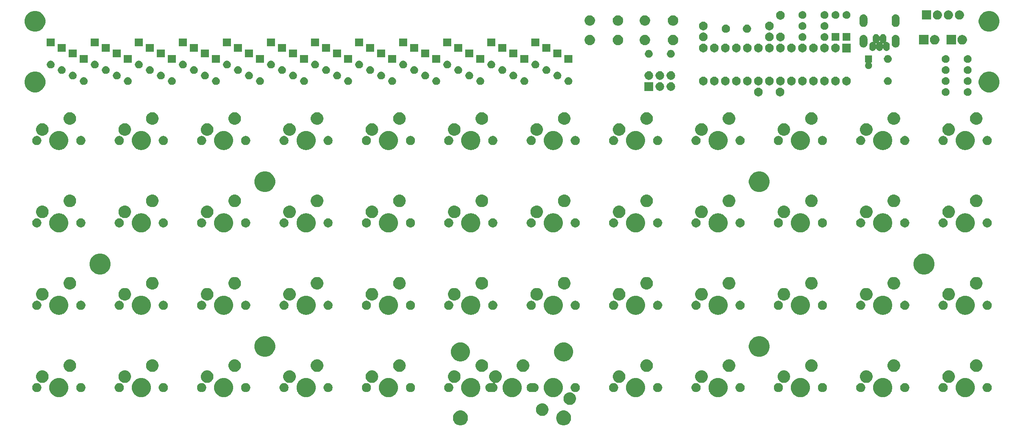
<source format=gts>
G04 #@! TF.GenerationSoftware,KiCad,Pcbnew,(5.1.5-0-10_14)*
G04 #@! TF.CreationDate,2020-04-12T19:07:48-04:00*
G04 #@! TF.ProjectId,plaid,706c6169-642e-46b6-9963-61645f706362,rev?*
G04 #@! TF.SameCoordinates,PX2faf080PY2faf080*
G04 #@! TF.FileFunction,Soldermask,Top*
G04 #@! TF.FilePolarity,Negative*
%FSLAX46Y46*%
G04 Gerber Fmt 4.6, Leading zero omitted, Abs format (unit mm)*
G04 Created by KiCad (PCBNEW (5.1.5-0-10_14)) date 2020-04-12 19:07:48*
%MOMM*%
%LPD*%
G04 APERTURE LIST*
%ADD10C,0.100000*%
G04 APERTURE END LIST*
D10*
G36*
X126403164Y-93841290D02*
G01*
X126717094Y-93971324D01*
X126999624Y-94160105D01*
X127239895Y-94400376D01*
X127428676Y-94682906D01*
X127558710Y-94996836D01*
X127625000Y-95330102D01*
X127625000Y-95669898D01*
X127558710Y-96003164D01*
X127428676Y-96317094D01*
X127239895Y-96599624D01*
X126999624Y-96839895D01*
X126717094Y-97028676D01*
X126403164Y-97158710D01*
X126069898Y-97225000D01*
X125730102Y-97225000D01*
X125396836Y-97158710D01*
X125082906Y-97028676D01*
X124800376Y-96839895D01*
X124560105Y-96599624D01*
X124371324Y-96317094D01*
X124241290Y-96003164D01*
X124175000Y-95669898D01*
X124175000Y-95330102D01*
X124241290Y-94996836D01*
X124371324Y-94682906D01*
X124560105Y-94400376D01*
X124800376Y-94160105D01*
X125082906Y-93971324D01*
X125396836Y-93841290D01*
X125730102Y-93775000D01*
X126069898Y-93775000D01*
X126403164Y-93841290D01*
G37*
G36*
X102603164Y-93841290D02*
G01*
X102917094Y-93971324D01*
X103199624Y-94160105D01*
X103439895Y-94400376D01*
X103628676Y-94682906D01*
X103758710Y-94996836D01*
X103825000Y-95330102D01*
X103825000Y-95669898D01*
X103758710Y-96003164D01*
X103628676Y-96317094D01*
X103439895Y-96599624D01*
X103199624Y-96839895D01*
X102917094Y-97028676D01*
X102603164Y-97158710D01*
X102269898Y-97225000D01*
X101930102Y-97225000D01*
X101596836Y-97158710D01*
X101282906Y-97028676D01*
X101000376Y-96839895D01*
X100760105Y-96599624D01*
X100571324Y-96317094D01*
X100441290Y-96003164D01*
X100375000Y-95669898D01*
X100375000Y-95330102D01*
X100441290Y-94996836D01*
X100571324Y-94682906D01*
X100760105Y-94400376D01*
X101000376Y-94160105D01*
X101282906Y-93971324D01*
X101596836Y-93841290D01*
X101930102Y-93775000D01*
X102269898Y-93775000D01*
X102603164Y-93841290D01*
G37*
G36*
X121214867Y-92152289D02*
G01*
X121382952Y-92185723D01*
X121562292Y-92260009D01*
X121646833Y-92295027D01*
X121884321Y-92453711D01*
X122086289Y-92655679D01*
X122244973Y-92893167D01*
X122279991Y-92977708D01*
X122354277Y-93157048D01*
X122410000Y-93437189D01*
X122410000Y-93722811D01*
X122354277Y-94002952D01*
X122289181Y-94160105D01*
X122244973Y-94266833D01*
X122086289Y-94504321D01*
X121884321Y-94706289D01*
X121646833Y-94864973D01*
X121562292Y-94899991D01*
X121382952Y-94974277D01*
X121214867Y-95007711D01*
X121102813Y-95030000D01*
X120817187Y-95030000D01*
X120705133Y-95007711D01*
X120537048Y-94974277D01*
X120357708Y-94899991D01*
X120273167Y-94864973D01*
X120035679Y-94706289D01*
X119833711Y-94504321D01*
X119675027Y-94266833D01*
X119630819Y-94160105D01*
X119565723Y-94002952D01*
X119510000Y-93722811D01*
X119510000Y-93437189D01*
X119565723Y-93157048D01*
X119640009Y-92977708D01*
X119675027Y-92893167D01*
X119833711Y-92655679D01*
X120035679Y-92453711D01*
X120273167Y-92295027D01*
X120357708Y-92260009D01*
X120537048Y-92185723D01*
X120705133Y-92152289D01*
X120817187Y-92130000D01*
X121102813Y-92130000D01*
X121214867Y-92152289D01*
G37*
G36*
X127564867Y-89612289D02*
G01*
X127732952Y-89645723D01*
X127912292Y-89720009D01*
X127996833Y-89755027D01*
X127996834Y-89755028D01*
X128217419Y-89902417D01*
X128234321Y-89913711D01*
X128436289Y-90115679D01*
X128594973Y-90353167D01*
X128629991Y-90437708D01*
X128704277Y-90617048D01*
X128760000Y-90897189D01*
X128760000Y-91182811D01*
X128704277Y-91462952D01*
X128629991Y-91642292D01*
X128594973Y-91726833D01*
X128436289Y-91964321D01*
X128234321Y-92166289D01*
X127996833Y-92324973D01*
X127912292Y-92359991D01*
X127732952Y-92434277D01*
X127564867Y-92467711D01*
X127452813Y-92490000D01*
X127167187Y-92490000D01*
X127055133Y-92467711D01*
X126887048Y-92434277D01*
X126707708Y-92359991D01*
X126623167Y-92324973D01*
X126385679Y-92166289D01*
X126183711Y-91964321D01*
X126025027Y-91726833D01*
X125990009Y-91642292D01*
X125915723Y-91462952D01*
X125860000Y-91182811D01*
X125860000Y-90897189D01*
X125915723Y-90617048D01*
X125990009Y-90437708D01*
X126025027Y-90353167D01*
X126183711Y-90115679D01*
X126385679Y-89913711D01*
X126402582Y-89902417D01*
X126623166Y-89755028D01*
X126623167Y-89755027D01*
X126707708Y-89720009D01*
X126887048Y-89645723D01*
X127055133Y-89612289D01*
X127167187Y-89590000D01*
X127452813Y-89590000D01*
X127564867Y-89612289D01*
G37*
G36*
X142886695Y-86333818D02*
G01*
X143141719Y-86384545D01*
X143413821Y-86497254D01*
X143542091Y-86550385D01*
X143902418Y-86791148D01*
X144208852Y-87097582D01*
X144449615Y-87457909D01*
X144452632Y-87465193D01*
X144615455Y-87858281D01*
X144700000Y-88283321D01*
X144700000Y-88716679D01*
X144615455Y-89141719D01*
X144543436Y-89315587D01*
X144449615Y-89542091D01*
X144208852Y-89902418D01*
X143902418Y-90208852D01*
X143542091Y-90449615D01*
X143413821Y-90502746D01*
X143141719Y-90615455D01*
X142886695Y-90666182D01*
X142716681Y-90700000D01*
X142283319Y-90700000D01*
X142113305Y-90666182D01*
X141858281Y-90615455D01*
X141586179Y-90502746D01*
X141457909Y-90449615D01*
X141097582Y-90208852D01*
X140791148Y-89902418D01*
X140550385Y-89542091D01*
X140456564Y-89315587D01*
X140384545Y-89141719D01*
X140300000Y-88716679D01*
X140300000Y-88283321D01*
X140384545Y-87858281D01*
X140547368Y-87465193D01*
X140550385Y-87457909D01*
X140791148Y-87097582D01*
X141097582Y-86791148D01*
X141457909Y-86550385D01*
X141586179Y-86497254D01*
X141858281Y-86384545D01*
X142113305Y-86333818D01*
X142283319Y-86300000D01*
X142716681Y-86300000D01*
X142886695Y-86333818D01*
G37*
G36*
X123886695Y-86333818D02*
G01*
X124141719Y-86384545D01*
X124413821Y-86497254D01*
X124542091Y-86550385D01*
X124902418Y-86791148D01*
X125208852Y-87097582D01*
X125449615Y-87457909D01*
X125452632Y-87465193D01*
X125615455Y-87858281D01*
X125700000Y-88283321D01*
X125700000Y-88716679D01*
X125615455Y-89141719D01*
X125543436Y-89315587D01*
X125449615Y-89542091D01*
X125208852Y-89902418D01*
X124902418Y-90208852D01*
X124542091Y-90449615D01*
X124413821Y-90502746D01*
X124141719Y-90615455D01*
X123886695Y-90666182D01*
X123716681Y-90700000D01*
X123283319Y-90700000D01*
X123113305Y-90666182D01*
X122858281Y-90615455D01*
X122586179Y-90502746D01*
X122457909Y-90449615D01*
X122097582Y-90208852D01*
X121791148Y-89902418D01*
X121550385Y-89542091D01*
X121456564Y-89315587D01*
X121384545Y-89141719D01*
X121300000Y-88716679D01*
X121300000Y-88283321D01*
X121384545Y-87858281D01*
X121547368Y-87465193D01*
X121550385Y-87457909D01*
X121791148Y-87097582D01*
X122097582Y-86791148D01*
X122457909Y-86550385D01*
X122586179Y-86497254D01*
X122858281Y-86384545D01*
X123113305Y-86333818D01*
X123283319Y-86300000D01*
X123716681Y-86300000D01*
X123886695Y-86333818D01*
G37*
G36*
X114386695Y-86333818D02*
G01*
X114641719Y-86384545D01*
X114913821Y-86497254D01*
X115042091Y-86550385D01*
X115402418Y-86791148D01*
X115708852Y-87097582D01*
X115949615Y-87457909D01*
X115952632Y-87465193D01*
X116115455Y-87858281D01*
X116200000Y-88283321D01*
X116200000Y-88716679D01*
X116115455Y-89141719D01*
X116043436Y-89315587D01*
X115949615Y-89542091D01*
X115708852Y-89902418D01*
X115402418Y-90208852D01*
X115042091Y-90449615D01*
X114913821Y-90502746D01*
X114641719Y-90615455D01*
X114386695Y-90666182D01*
X114216681Y-90700000D01*
X113783319Y-90700000D01*
X113613305Y-90666182D01*
X113358281Y-90615455D01*
X113086179Y-90502746D01*
X112957909Y-90449615D01*
X112597582Y-90208852D01*
X112291148Y-89902418D01*
X112050385Y-89542091D01*
X111956564Y-89315587D01*
X111884545Y-89141719D01*
X111800000Y-88716679D01*
X111800000Y-88283321D01*
X111884545Y-87858281D01*
X112047368Y-87465193D01*
X112050385Y-87457909D01*
X112291148Y-87097582D01*
X112597582Y-86791148D01*
X112957909Y-86550385D01*
X113086179Y-86497254D01*
X113358281Y-86384545D01*
X113613305Y-86333818D01*
X113783319Y-86300000D01*
X114216681Y-86300000D01*
X114386695Y-86333818D01*
G37*
G36*
X104886695Y-86333818D02*
G01*
X105141719Y-86384545D01*
X105413821Y-86497254D01*
X105542091Y-86550385D01*
X105902418Y-86791148D01*
X106208852Y-87097582D01*
X106449615Y-87457909D01*
X106452632Y-87465193D01*
X106615455Y-87858281D01*
X106700000Y-88283321D01*
X106700000Y-88716679D01*
X106615455Y-89141719D01*
X106543436Y-89315587D01*
X106449615Y-89542091D01*
X106208852Y-89902418D01*
X105902418Y-90208852D01*
X105542091Y-90449615D01*
X105413821Y-90502746D01*
X105141719Y-90615455D01*
X104886695Y-90666182D01*
X104716681Y-90700000D01*
X104283319Y-90700000D01*
X104113305Y-90666182D01*
X103858281Y-90615455D01*
X103586179Y-90502746D01*
X103457909Y-90449615D01*
X103097582Y-90208852D01*
X102791148Y-89902418D01*
X102550385Y-89542091D01*
X102456564Y-89315587D01*
X102384545Y-89141719D01*
X102300000Y-88716679D01*
X102300000Y-88283321D01*
X102384545Y-87858281D01*
X102547368Y-87465193D01*
X102550385Y-87457909D01*
X102791148Y-87097582D01*
X103097582Y-86791148D01*
X103457909Y-86550385D01*
X103586179Y-86497254D01*
X103858281Y-86384545D01*
X104113305Y-86333818D01*
X104283319Y-86300000D01*
X104716681Y-86300000D01*
X104886695Y-86333818D01*
G37*
G36*
X85886695Y-86333818D02*
G01*
X86141719Y-86384545D01*
X86413821Y-86497254D01*
X86542091Y-86550385D01*
X86902418Y-86791148D01*
X87208852Y-87097582D01*
X87449615Y-87457909D01*
X87452632Y-87465193D01*
X87615455Y-87858281D01*
X87700000Y-88283321D01*
X87700000Y-88716679D01*
X87615455Y-89141719D01*
X87543436Y-89315587D01*
X87449615Y-89542091D01*
X87208852Y-89902418D01*
X86902418Y-90208852D01*
X86542091Y-90449615D01*
X86413821Y-90502746D01*
X86141719Y-90615455D01*
X85886695Y-90666182D01*
X85716681Y-90700000D01*
X85283319Y-90700000D01*
X85113305Y-90666182D01*
X84858281Y-90615455D01*
X84586179Y-90502746D01*
X84457909Y-90449615D01*
X84097582Y-90208852D01*
X83791148Y-89902418D01*
X83550385Y-89542091D01*
X83456564Y-89315587D01*
X83384545Y-89141719D01*
X83300000Y-88716679D01*
X83300000Y-88283321D01*
X83384545Y-87858281D01*
X83547368Y-87465193D01*
X83550385Y-87457909D01*
X83791148Y-87097582D01*
X84097582Y-86791148D01*
X84457909Y-86550385D01*
X84586179Y-86497254D01*
X84858281Y-86384545D01*
X85113305Y-86333818D01*
X85283319Y-86300000D01*
X85716681Y-86300000D01*
X85886695Y-86333818D01*
G37*
G36*
X66886695Y-86333818D02*
G01*
X67141719Y-86384545D01*
X67413821Y-86497254D01*
X67542091Y-86550385D01*
X67902418Y-86791148D01*
X68208852Y-87097582D01*
X68449615Y-87457909D01*
X68452632Y-87465193D01*
X68615455Y-87858281D01*
X68700000Y-88283321D01*
X68700000Y-88716679D01*
X68615455Y-89141719D01*
X68543436Y-89315587D01*
X68449615Y-89542091D01*
X68208852Y-89902418D01*
X67902418Y-90208852D01*
X67542091Y-90449615D01*
X67413821Y-90502746D01*
X67141719Y-90615455D01*
X66886695Y-90666182D01*
X66716681Y-90700000D01*
X66283319Y-90700000D01*
X66113305Y-90666182D01*
X65858281Y-90615455D01*
X65586179Y-90502746D01*
X65457909Y-90449615D01*
X65097582Y-90208852D01*
X64791148Y-89902418D01*
X64550385Y-89542091D01*
X64456564Y-89315587D01*
X64384545Y-89141719D01*
X64300000Y-88716679D01*
X64300000Y-88283321D01*
X64384545Y-87858281D01*
X64547368Y-87465193D01*
X64550385Y-87457909D01*
X64791148Y-87097582D01*
X65097582Y-86791148D01*
X65457909Y-86550385D01*
X65586179Y-86497254D01*
X65858281Y-86384545D01*
X66113305Y-86333818D01*
X66283319Y-86300000D01*
X66716681Y-86300000D01*
X66886695Y-86333818D01*
G37*
G36*
X47886695Y-86333818D02*
G01*
X48141719Y-86384545D01*
X48413821Y-86497254D01*
X48542091Y-86550385D01*
X48902418Y-86791148D01*
X49208852Y-87097582D01*
X49449615Y-87457909D01*
X49452632Y-87465193D01*
X49615455Y-87858281D01*
X49700000Y-88283321D01*
X49700000Y-88716679D01*
X49615455Y-89141719D01*
X49543436Y-89315587D01*
X49449615Y-89542091D01*
X49208852Y-89902418D01*
X48902418Y-90208852D01*
X48542091Y-90449615D01*
X48413821Y-90502746D01*
X48141719Y-90615455D01*
X47886695Y-90666182D01*
X47716681Y-90700000D01*
X47283319Y-90700000D01*
X47113305Y-90666182D01*
X46858281Y-90615455D01*
X46586179Y-90502746D01*
X46457909Y-90449615D01*
X46097582Y-90208852D01*
X45791148Y-89902418D01*
X45550385Y-89542091D01*
X45456564Y-89315587D01*
X45384545Y-89141719D01*
X45300000Y-88716679D01*
X45300000Y-88283321D01*
X45384545Y-87858281D01*
X45547368Y-87465193D01*
X45550385Y-87457909D01*
X45791148Y-87097582D01*
X46097582Y-86791148D01*
X46457909Y-86550385D01*
X46586179Y-86497254D01*
X46858281Y-86384545D01*
X47113305Y-86333818D01*
X47283319Y-86300000D01*
X47716681Y-86300000D01*
X47886695Y-86333818D01*
G37*
G36*
X28886695Y-86333818D02*
G01*
X29141719Y-86384545D01*
X29413821Y-86497254D01*
X29542091Y-86550385D01*
X29902418Y-86791148D01*
X30208852Y-87097582D01*
X30449615Y-87457909D01*
X30452632Y-87465193D01*
X30615455Y-87858281D01*
X30700000Y-88283321D01*
X30700000Y-88716679D01*
X30615455Y-89141719D01*
X30543436Y-89315587D01*
X30449615Y-89542091D01*
X30208852Y-89902418D01*
X29902418Y-90208852D01*
X29542091Y-90449615D01*
X29413821Y-90502746D01*
X29141719Y-90615455D01*
X28886695Y-90666182D01*
X28716681Y-90700000D01*
X28283319Y-90700000D01*
X28113305Y-90666182D01*
X27858281Y-90615455D01*
X27586179Y-90502746D01*
X27457909Y-90449615D01*
X27097582Y-90208852D01*
X26791148Y-89902418D01*
X26550385Y-89542091D01*
X26456564Y-89315587D01*
X26384545Y-89141719D01*
X26300000Y-88716679D01*
X26300000Y-88283321D01*
X26384545Y-87858281D01*
X26547368Y-87465193D01*
X26550385Y-87457909D01*
X26791148Y-87097582D01*
X27097582Y-86791148D01*
X27457909Y-86550385D01*
X27586179Y-86497254D01*
X27858281Y-86384545D01*
X28113305Y-86333818D01*
X28283319Y-86300000D01*
X28716681Y-86300000D01*
X28886695Y-86333818D01*
G37*
G36*
X9886695Y-86333818D02*
G01*
X10141719Y-86384545D01*
X10413821Y-86497254D01*
X10542091Y-86550385D01*
X10902418Y-86791148D01*
X11208852Y-87097582D01*
X11449615Y-87457909D01*
X11452632Y-87465193D01*
X11615455Y-87858281D01*
X11700000Y-88283321D01*
X11700000Y-88716679D01*
X11615455Y-89141719D01*
X11543436Y-89315587D01*
X11449615Y-89542091D01*
X11208852Y-89902418D01*
X10902418Y-90208852D01*
X10542091Y-90449615D01*
X10413821Y-90502746D01*
X10141719Y-90615455D01*
X9886695Y-90666182D01*
X9716681Y-90700000D01*
X9283319Y-90700000D01*
X9113305Y-90666182D01*
X8858281Y-90615455D01*
X8586179Y-90502746D01*
X8457909Y-90449615D01*
X8097582Y-90208852D01*
X7791148Y-89902418D01*
X7550385Y-89542091D01*
X7456564Y-89315587D01*
X7384545Y-89141719D01*
X7300000Y-88716679D01*
X7300000Y-88283321D01*
X7384545Y-87858281D01*
X7547368Y-87465193D01*
X7550385Y-87457909D01*
X7791148Y-87097582D01*
X8097582Y-86791148D01*
X8457909Y-86550385D01*
X8586179Y-86497254D01*
X8858281Y-86384545D01*
X9113305Y-86333818D01*
X9283319Y-86300000D01*
X9716681Y-86300000D01*
X9886695Y-86333818D01*
G37*
G36*
X199886695Y-86333818D02*
G01*
X200141719Y-86384545D01*
X200413821Y-86497254D01*
X200542091Y-86550385D01*
X200902418Y-86791148D01*
X201208852Y-87097582D01*
X201449615Y-87457909D01*
X201452632Y-87465193D01*
X201615455Y-87858281D01*
X201700000Y-88283321D01*
X201700000Y-88716679D01*
X201615455Y-89141719D01*
X201543436Y-89315587D01*
X201449615Y-89542091D01*
X201208852Y-89902418D01*
X200902418Y-90208852D01*
X200542091Y-90449615D01*
X200413821Y-90502746D01*
X200141719Y-90615455D01*
X199886695Y-90666182D01*
X199716681Y-90700000D01*
X199283319Y-90700000D01*
X199113305Y-90666182D01*
X198858281Y-90615455D01*
X198586179Y-90502746D01*
X198457909Y-90449615D01*
X198097582Y-90208852D01*
X197791148Y-89902418D01*
X197550385Y-89542091D01*
X197456564Y-89315587D01*
X197384545Y-89141719D01*
X197300000Y-88716679D01*
X197300000Y-88283321D01*
X197384545Y-87858281D01*
X197547368Y-87465193D01*
X197550385Y-87457909D01*
X197791148Y-87097582D01*
X198097582Y-86791148D01*
X198457909Y-86550385D01*
X198586179Y-86497254D01*
X198858281Y-86384545D01*
X199113305Y-86333818D01*
X199283319Y-86300000D01*
X199716681Y-86300000D01*
X199886695Y-86333818D01*
G37*
G36*
X161886695Y-86333818D02*
G01*
X162141719Y-86384545D01*
X162413821Y-86497254D01*
X162542091Y-86550385D01*
X162902418Y-86791148D01*
X163208852Y-87097582D01*
X163449615Y-87457909D01*
X163452632Y-87465193D01*
X163615455Y-87858281D01*
X163700000Y-88283321D01*
X163700000Y-88716679D01*
X163615455Y-89141719D01*
X163543436Y-89315587D01*
X163449615Y-89542091D01*
X163208852Y-89902418D01*
X162902418Y-90208852D01*
X162542091Y-90449615D01*
X162413821Y-90502746D01*
X162141719Y-90615455D01*
X161886695Y-90666182D01*
X161716681Y-90700000D01*
X161283319Y-90700000D01*
X161113305Y-90666182D01*
X160858281Y-90615455D01*
X160586179Y-90502746D01*
X160457909Y-90449615D01*
X160097582Y-90208852D01*
X159791148Y-89902418D01*
X159550385Y-89542091D01*
X159456564Y-89315587D01*
X159384545Y-89141719D01*
X159300000Y-88716679D01*
X159300000Y-88283321D01*
X159384545Y-87858281D01*
X159547368Y-87465193D01*
X159550385Y-87457909D01*
X159791148Y-87097582D01*
X160097582Y-86791148D01*
X160457909Y-86550385D01*
X160586179Y-86497254D01*
X160858281Y-86384545D01*
X161113305Y-86333818D01*
X161283319Y-86300000D01*
X161716681Y-86300000D01*
X161886695Y-86333818D01*
G37*
G36*
X180886695Y-86333818D02*
G01*
X181141719Y-86384545D01*
X181413821Y-86497254D01*
X181542091Y-86550385D01*
X181902418Y-86791148D01*
X182208852Y-87097582D01*
X182449615Y-87457909D01*
X182452632Y-87465193D01*
X182615455Y-87858281D01*
X182700000Y-88283321D01*
X182700000Y-88716679D01*
X182615455Y-89141719D01*
X182543436Y-89315587D01*
X182449615Y-89542091D01*
X182208852Y-89902418D01*
X181902418Y-90208852D01*
X181542091Y-90449615D01*
X181413821Y-90502746D01*
X181141719Y-90615455D01*
X180886695Y-90666182D01*
X180716681Y-90700000D01*
X180283319Y-90700000D01*
X180113305Y-90666182D01*
X179858281Y-90615455D01*
X179586179Y-90502746D01*
X179457909Y-90449615D01*
X179097582Y-90208852D01*
X178791148Y-89902418D01*
X178550385Y-89542091D01*
X178456564Y-89315587D01*
X178384545Y-89141719D01*
X178300000Y-88716679D01*
X178300000Y-88283321D01*
X178384545Y-87858281D01*
X178547368Y-87465193D01*
X178550385Y-87457909D01*
X178791148Y-87097582D01*
X179097582Y-86791148D01*
X179457909Y-86550385D01*
X179586179Y-86497254D01*
X179858281Y-86384545D01*
X180113305Y-86333818D01*
X180283319Y-86300000D01*
X180716681Y-86300000D01*
X180886695Y-86333818D01*
G37*
G36*
X218886695Y-86333818D02*
G01*
X219141719Y-86384545D01*
X219413821Y-86497254D01*
X219542091Y-86550385D01*
X219902418Y-86791148D01*
X220208852Y-87097582D01*
X220449615Y-87457909D01*
X220452632Y-87465193D01*
X220615455Y-87858281D01*
X220700000Y-88283321D01*
X220700000Y-88716679D01*
X220615455Y-89141719D01*
X220543436Y-89315587D01*
X220449615Y-89542091D01*
X220208852Y-89902418D01*
X219902418Y-90208852D01*
X219542091Y-90449615D01*
X219413821Y-90502746D01*
X219141719Y-90615455D01*
X218886695Y-90666182D01*
X218716681Y-90700000D01*
X218283319Y-90700000D01*
X218113305Y-90666182D01*
X217858281Y-90615455D01*
X217586179Y-90502746D01*
X217457909Y-90449615D01*
X217097582Y-90208852D01*
X216791148Y-89902418D01*
X216550385Y-89542091D01*
X216456564Y-89315587D01*
X216384545Y-89141719D01*
X216300000Y-88716679D01*
X216300000Y-88283321D01*
X216384545Y-87858281D01*
X216547368Y-87465193D01*
X216550385Y-87457909D01*
X216791148Y-87097582D01*
X217097582Y-86791148D01*
X217457909Y-86550385D01*
X217586179Y-86497254D01*
X217858281Y-86384545D01*
X218113305Y-86333818D01*
X218283319Y-86300000D01*
X218716681Y-86300000D01*
X218886695Y-86333818D01*
G37*
G36*
X61726274Y-87490350D02*
G01*
X61917362Y-87569502D01*
X62089336Y-87684411D01*
X62235589Y-87830664D01*
X62350498Y-88002638D01*
X62429650Y-88193726D01*
X62470000Y-88396584D01*
X62470000Y-88603416D01*
X62429650Y-88806274D01*
X62350498Y-88997362D01*
X62235589Y-89169336D01*
X62089336Y-89315589D01*
X61917362Y-89430498D01*
X61726274Y-89509650D01*
X61523416Y-89550000D01*
X61316584Y-89550000D01*
X61113726Y-89509650D01*
X60922638Y-89430498D01*
X60750664Y-89315589D01*
X60604411Y-89169336D01*
X60489502Y-88997362D01*
X60410350Y-88806274D01*
X60370000Y-88603416D01*
X60370000Y-88396584D01*
X60410350Y-88193726D01*
X60489502Y-88002638D01*
X60604411Y-87830664D01*
X60750664Y-87684411D01*
X60922638Y-87569502D01*
X61113726Y-87490350D01*
X61316584Y-87450000D01*
X61523416Y-87450000D01*
X61726274Y-87490350D01*
G37*
G36*
X52886274Y-87490350D02*
G01*
X53077362Y-87569502D01*
X53249336Y-87684411D01*
X53395589Y-87830664D01*
X53510498Y-88002638D01*
X53589650Y-88193726D01*
X53630000Y-88396584D01*
X53630000Y-88603416D01*
X53589650Y-88806274D01*
X53510498Y-88997362D01*
X53395589Y-89169336D01*
X53249336Y-89315589D01*
X53077362Y-89430498D01*
X52886274Y-89509650D01*
X52683416Y-89550000D01*
X52476584Y-89550000D01*
X52273726Y-89509650D01*
X52082638Y-89430498D01*
X51910664Y-89315589D01*
X51764411Y-89169336D01*
X51649502Y-88997362D01*
X51570350Y-88806274D01*
X51530000Y-88603416D01*
X51530000Y-88396584D01*
X51570350Y-88193726D01*
X51649502Y-88002638D01*
X51764411Y-87830664D01*
X51910664Y-87684411D01*
X52082638Y-87569502D01*
X52273726Y-87490350D01*
X52476584Y-87450000D01*
X52683416Y-87450000D01*
X52886274Y-87490350D01*
G37*
G36*
X42726274Y-87490350D02*
G01*
X42917362Y-87569502D01*
X43089336Y-87684411D01*
X43235589Y-87830664D01*
X43350498Y-88002638D01*
X43429650Y-88193726D01*
X43470000Y-88396584D01*
X43470000Y-88603416D01*
X43429650Y-88806274D01*
X43350498Y-88997362D01*
X43235589Y-89169336D01*
X43089336Y-89315589D01*
X42917362Y-89430498D01*
X42726274Y-89509650D01*
X42523416Y-89550000D01*
X42316584Y-89550000D01*
X42113726Y-89509650D01*
X41922638Y-89430498D01*
X41750664Y-89315589D01*
X41604411Y-89169336D01*
X41489502Y-88997362D01*
X41410350Y-88806274D01*
X41370000Y-88603416D01*
X41370000Y-88396584D01*
X41410350Y-88193726D01*
X41489502Y-88002638D01*
X41604411Y-87830664D01*
X41750664Y-87684411D01*
X41922638Y-87569502D01*
X42113726Y-87490350D01*
X42316584Y-87450000D01*
X42523416Y-87450000D01*
X42726274Y-87490350D01*
G37*
G36*
X33886274Y-87490350D02*
G01*
X34077362Y-87569502D01*
X34249336Y-87684411D01*
X34395589Y-87830664D01*
X34510498Y-88002638D01*
X34589650Y-88193726D01*
X34630000Y-88396584D01*
X34630000Y-88603416D01*
X34589650Y-88806274D01*
X34510498Y-88997362D01*
X34395589Y-89169336D01*
X34249336Y-89315589D01*
X34077362Y-89430498D01*
X33886274Y-89509650D01*
X33683416Y-89550000D01*
X33476584Y-89550000D01*
X33273726Y-89509650D01*
X33082638Y-89430498D01*
X32910664Y-89315589D01*
X32764411Y-89169336D01*
X32649502Y-88997362D01*
X32570350Y-88806274D01*
X32530000Y-88603416D01*
X32530000Y-88396584D01*
X32570350Y-88193726D01*
X32649502Y-88002638D01*
X32764411Y-87830664D01*
X32910664Y-87684411D01*
X33082638Y-87569502D01*
X33273726Y-87490350D01*
X33476584Y-87450000D01*
X33683416Y-87450000D01*
X33886274Y-87490350D01*
G37*
G36*
X23726274Y-87490350D02*
G01*
X23917362Y-87569502D01*
X24089336Y-87684411D01*
X24235589Y-87830664D01*
X24350498Y-88002638D01*
X24429650Y-88193726D01*
X24470000Y-88396584D01*
X24470000Y-88603416D01*
X24429650Y-88806274D01*
X24350498Y-88997362D01*
X24235589Y-89169336D01*
X24089336Y-89315589D01*
X23917362Y-89430498D01*
X23726274Y-89509650D01*
X23523416Y-89550000D01*
X23316584Y-89550000D01*
X23113726Y-89509650D01*
X22922638Y-89430498D01*
X22750664Y-89315589D01*
X22604411Y-89169336D01*
X22489502Y-88997362D01*
X22410350Y-88806274D01*
X22370000Y-88603416D01*
X22370000Y-88396584D01*
X22410350Y-88193726D01*
X22489502Y-88002638D01*
X22604411Y-87830664D01*
X22750664Y-87684411D01*
X22922638Y-87569502D01*
X23113726Y-87490350D01*
X23316584Y-87450000D01*
X23523416Y-87450000D01*
X23726274Y-87490350D01*
G37*
G36*
X14886274Y-87490350D02*
G01*
X15077362Y-87569502D01*
X15249336Y-87684411D01*
X15395589Y-87830664D01*
X15510498Y-88002638D01*
X15589650Y-88193726D01*
X15630000Y-88396584D01*
X15630000Y-88603416D01*
X15589650Y-88806274D01*
X15510498Y-88997362D01*
X15395589Y-89169336D01*
X15249336Y-89315589D01*
X15077362Y-89430498D01*
X14886274Y-89509650D01*
X14683416Y-89550000D01*
X14476584Y-89550000D01*
X14273726Y-89509650D01*
X14082638Y-89430498D01*
X13910664Y-89315589D01*
X13764411Y-89169336D01*
X13649502Y-88997362D01*
X13570350Y-88806274D01*
X13530000Y-88603416D01*
X13530000Y-88396584D01*
X13570350Y-88193726D01*
X13649502Y-88002638D01*
X13764411Y-87830664D01*
X13910664Y-87684411D01*
X14082638Y-87569502D01*
X14273726Y-87490350D01*
X14476584Y-87450000D01*
X14683416Y-87450000D01*
X14886274Y-87490350D01*
G37*
G36*
X4726274Y-87490350D02*
G01*
X4917362Y-87569502D01*
X5089336Y-87684411D01*
X5235589Y-87830664D01*
X5350498Y-88002638D01*
X5429650Y-88193726D01*
X5470000Y-88396584D01*
X5470000Y-88603416D01*
X5429650Y-88806274D01*
X5350498Y-88997362D01*
X5235589Y-89169336D01*
X5089336Y-89315589D01*
X4917362Y-89430498D01*
X4726274Y-89509650D01*
X4523416Y-89550000D01*
X4316584Y-89550000D01*
X4113726Y-89509650D01*
X3922638Y-89430498D01*
X3750664Y-89315589D01*
X3604411Y-89169336D01*
X3489502Y-88997362D01*
X3410350Y-88806274D01*
X3370000Y-88603416D01*
X3370000Y-88396584D01*
X3410350Y-88193726D01*
X3489502Y-88002638D01*
X3604411Y-87830664D01*
X3750664Y-87684411D01*
X3922638Y-87569502D01*
X4113726Y-87490350D01*
X4316584Y-87450000D01*
X4523416Y-87450000D01*
X4726274Y-87490350D01*
G37*
G36*
X223886274Y-87490350D02*
G01*
X224077362Y-87569502D01*
X224249336Y-87684411D01*
X224395589Y-87830664D01*
X224510498Y-88002638D01*
X224589650Y-88193726D01*
X224630000Y-88396584D01*
X224630000Y-88603416D01*
X224589650Y-88806274D01*
X224510498Y-88997362D01*
X224395589Y-89169336D01*
X224249336Y-89315589D01*
X224077362Y-89430498D01*
X223886274Y-89509650D01*
X223683416Y-89550000D01*
X223476584Y-89550000D01*
X223273726Y-89509650D01*
X223082638Y-89430498D01*
X222910664Y-89315589D01*
X222764411Y-89169336D01*
X222649502Y-88997362D01*
X222570350Y-88806274D01*
X222530000Y-88603416D01*
X222530000Y-88396584D01*
X222570350Y-88193726D01*
X222649502Y-88002638D01*
X222764411Y-87830664D01*
X222910664Y-87684411D01*
X223082638Y-87569502D01*
X223273726Y-87490350D01*
X223476584Y-87450000D01*
X223683416Y-87450000D01*
X223886274Y-87490350D01*
G37*
G36*
X213726274Y-87490350D02*
G01*
X213917362Y-87569502D01*
X214089336Y-87684411D01*
X214235589Y-87830664D01*
X214350498Y-88002638D01*
X214429650Y-88193726D01*
X214470000Y-88396584D01*
X214470000Y-88603416D01*
X214429650Y-88806274D01*
X214350498Y-88997362D01*
X214235589Y-89169336D01*
X214089336Y-89315589D01*
X213917362Y-89430498D01*
X213726274Y-89509650D01*
X213523416Y-89550000D01*
X213316584Y-89550000D01*
X213113726Y-89509650D01*
X212922638Y-89430498D01*
X212750664Y-89315589D01*
X212604411Y-89169336D01*
X212489502Y-88997362D01*
X212410350Y-88806274D01*
X212370000Y-88603416D01*
X212370000Y-88396584D01*
X212410350Y-88193726D01*
X212489502Y-88002638D01*
X212604411Y-87830664D01*
X212750664Y-87684411D01*
X212922638Y-87569502D01*
X213113726Y-87490350D01*
X213316584Y-87450000D01*
X213523416Y-87450000D01*
X213726274Y-87490350D01*
G37*
G36*
X128886274Y-87490350D02*
G01*
X129077362Y-87569502D01*
X129249336Y-87684411D01*
X129395589Y-87830664D01*
X129510498Y-88002638D01*
X129589650Y-88193726D01*
X129630000Y-88396584D01*
X129630000Y-88603416D01*
X129589650Y-88806274D01*
X129510498Y-88997362D01*
X129395589Y-89169336D01*
X129249336Y-89315589D01*
X129077362Y-89430498D01*
X128886274Y-89509650D01*
X128683416Y-89550000D01*
X128476584Y-89550000D01*
X128273726Y-89509650D01*
X128082638Y-89430498D01*
X127910664Y-89315589D01*
X127764411Y-89169336D01*
X127649502Y-88997362D01*
X127570350Y-88806274D01*
X127530000Y-88603416D01*
X127530000Y-88396584D01*
X127570350Y-88193726D01*
X127649502Y-88002638D01*
X127764411Y-87830664D01*
X127910664Y-87684411D01*
X128082638Y-87569502D01*
X128273726Y-87490350D01*
X128476584Y-87450000D01*
X128683416Y-87450000D01*
X128886274Y-87490350D01*
G37*
G36*
X204886274Y-87490350D02*
G01*
X205077362Y-87569502D01*
X205249336Y-87684411D01*
X205395589Y-87830664D01*
X205510498Y-88002638D01*
X205589650Y-88193726D01*
X205630000Y-88396584D01*
X205630000Y-88603416D01*
X205589650Y-88806274D01*
X205510498Y-88997362D01*
X205395589Y-89169336D01*
X205249336Y-89315589D01*
X205077362Y-89430498D01*
X204886274Y-89509650D01*
X204683416Y-89550000D01*
X204476584Y-89550000D01*
X204273726Y-89509650D01*
X204082638Y-89430498D01*
X203910664Y-89315589D01*
X203764411Y-89169336D01*
X203649502Y-88997362D01*
X203570350Y-88806274D01*
X203530000Y-88603416D01*
X203530000Y-88396584D01*
X203570350Y-88193726D01*
X203649502Y-88002638D01*
X203764411Y-87830664D01*
X203910664Y-87684411D01*
X204082638Y-87569502D01*
X204273726Y-87490350D01*
X204476584Y-87450000D01*
X204683416Y-87450000D01*
X204886274Y-87490350D01*
G37*
G36*
X99726274Y-87490350D02*
G01*
X99917362Y-87569502D01*
X100089336Y-87684411D01*
X100235589Y-87830664D01*
X100350498Y-88002638D01*
X100429650Y-88193726D01*
X100470000Y-88396584D01*
X100470000Y-88603416D01*
X100429650Y-88806274D01*
X100350498Y-88997362D01*
X100235589Y-89169336D01*
X100089336Y-89315589D01*
X99917362Y-89430498D01*
X99726274Y-89509650D01*
X99523416Y-89550000D01*
X99316584Y-89550000D01*
X99113726Y-89509650D01*
X98922638Y-89430498D01*
X98750664Y-89315589D01*
X98604411Y-89169336D01*
X98489502Y-88997362D01*
X98410350Y-88806274D01*
X98370000Y-88603416D01*
X98370000Y-88396584D01*
X98410350Y-88193726D01*
X98489502Y-88002638D01*
X98604411Y-87830664D01*
X98750664Y-87684411D01*
X98922638Y-87569502D01*
X99113726Y-87490350D01*
X99316584Y-87450000D01*
X99523416Y-87450000D01*
X99726274Y-87490350D01*
G37*
G36*
X119247272Y-87461395D02*
G01*
X119285836Y-87465193D01*
X119368774Y-87490352D01*
X119483763Y-87525233D01*
X119666169Y-87622731D01*
X119826054Y-87753946D01*
X119957269Y-87913831D01*
X120054767Y-88096237D01*
X120054767Y-88096238D01*
X120114807Y-88294164D01*
X120114807Y-88294166D01*
X120135081Y-88500000D01*
X120118143Y-88671961D01*
X120114807Y-88705836D01*
X120084339Y-88806276D01*
X120054767Y-88903763D01*
X119957269Y-89086169D01*
X119826054Y-89246054D01*
X119666169Y-89377269D01*
X119483763Y-89474767D01*
X119417787Y-89494780D01*
X119285836Y-89534807D01*
X119247272Y-89538605D01*
X119131584Y-89550000D01*
X118368416Y-89550000D01*
X118252728Y-89538605D01*
X118214164Y-89534807D01*
X118082213Y-89494780D01*
X118016237Y-89474767D01*
X117833831Y-89377269D01*
X117673946Y-89246054D01*
X117542731Y-89086169D01*
X117445233Y-88903763D01*
X117415661Y-88806276D01*
X117385193Y-88705836D01*
X117381857Y-88671961D01*
X117364919Y-88500000D01*
X117385193Y-88294166D01*
X117385193Y-88294164D01*
X117445233Y-88096238D01*
X117445233Y-88096237D01*
X117542731Y-87913831D01*
X117673946Y-87753946D01*
X117833831Y-87622731D01*
X118016237Y-87525233D01*
X118131226Y-87490352D01*
X118214164Y-87465193D01*
X118252728Y-87461395D01*
X118368416Y-87450000D01*
X119131584Y-87450000D01*
X119247272Y-87461395D01*
G37*
G36*
X110444867Y-84532289D02*
G01*
X110612952Y-84565723D01*
X110792292Y-84640009D01*
X110876833Y-84675027D01*
X111114321Y-84833711D01*
X111316289Y-85035679D01*
X111474973Y-85273167D01*
X111509991Y-85357708D01*
X111584277Y-85537048D01*
X111640000Y-85817189D01*
X111640000Y-86102811D01*
X111584277Y-86382952D01*
X111514923Y-86550385D01*
X111474973Y-86646833D01*
X111474972Y-86646834D01*
X111316290Y-86884320D01*
X111114320Y-87086290D01*
X110995577Y-87165631D01*
X110876833Y-87244973D01*
X110793982Y-87279291D01*
X110612952Y-87354277D01*
X110444867Y-87387711D01*
X110332813Y-87410000D01*
X110167395Y-87410000D01*
X110147886Y-87411921D01*
X110129127Y-87417612D01*
X110111839Y-87426853D01*
X110096685Y-87439289D01*
X110084249Y-87454443D01*
X110075008Y-87471731D01*
X110069317Y-87490490D01*
X110067396Y-87509999D01*
X110069317Y-87529508D01*
X110075008Y-87548267D01*
X110084249Y-87565555D01*
X110096685Y-87580709D01*
X110120256Y-87598190D01*
X110166169Y-87622731D01*
X110326054Y-87753946D01*
X110457269Y-87913831D01*
X110554767Y-88096237D01*
X110554767Y-88096238D01*
X110614807Y-88294164D01*
X110614807Y-88294166D01*
X110635081Y-88500000D01*
X110618143Y-88671961D01*
X110614807Y-88705836D01*
X110584339Y-88806276D01*
X110554767Y-88903763D01*
X110457269Y-89086169D01*
X110326054Y-89246054D01*
X110166169Y-89377269D01*
X109983763Y-89474767D01*
X109917787Y-89494780D01*
X109785836Y-89534807D01*
X109747272Y-89538605D01*
X109631584Y-89550000D01*
X108868416Y-89550000D01*
X108752728Y-89538605D01*
X108714164Y-89534807D01*
X108582213Y-89494780D01*
X108516237Y-89474767D01*
X108333831Y-89377269D01*
X108173946Y-89246054D01*
X108042731Y-89086169D01*
X107945233Y-88903763D01*
X107915661Y-88806276D01*
X107885193Y-88705836D01*
X107881857Y-88671961D01*
X107864919Y-88500000D01*
X107885193Y-88294166D01*
X107885193Y-88294164D01*
X107945233Y-88096238D01*
X107945233Y-88096237D01*
X108042731Y-87913831D01*
X108173946Y-87753946D01*
X108333831Y-87622731D01*
X108516237Y-87525233D01*
X108631226Y-87490352D01*
X108714164Y-87465193D01*
X108752728Y-87461395D01*
X108868416Y-87450000D01*
X109495417Y-87450000D01*
X109514926Y-87448079D01*
X109533685Y-87442388D01*
X109550973Y-87433147D01*
X109566127Y-87420711D01*
X109578563Y-87405557D01*
X109587804Y-87388269D01*
X109593495Y-87369510D01*
X109595416Y-87350001D01*
X109593495Y-87330492D01*
X109587804Y-87311733D01*
X109578563Y-87294445D01*
X109566127Y-87279291D01*
X109550973Y-87266855D01*
X109533685Y-87257614D01*
X109530475Y-87256284D01*
X109503167Y-87244973D01*
X109384423Y-87165631D01*
X109265680Y-87086290D01*
X109063710Y-86884320D01*
X108905028Y-86646834D01*
X108905027Y-86646833D01*
X108865077Y-86550385D01*
X108795723Y-86382952D01*
X108740000Y-86102811D01*
X108740000Y-85817189D01*
X108795723Y-85537048D01*
X108870009Y-85357708D01*
X108905027Y-85273167D01*
X109063711Y-85035679D01*
X109265679Y-84833711D01*
X109503167Y-84675027D01*
X109587708Y-84640009D01*
X109767048Y-84565723D01*
X109935133Y-84532289D01*
X110047187Y-84510000D01*
X110332813Y-84510000D01*
X110444867Y-84532289D01*
G37*
G36*
X194726274Y-87490350D02*
G01*
X194917362Y-87569502D01*
X195089336Y-87684411D01*
X195235589Y-87830664D01*
X195350498Y-88002638D01*
X195429650Y-88193726D01*
X195470000Y-88396584D01*
X195470000Y-88603416D01*
X195429650Y-88806274D01*
X195350498Y-88997362D01*
X195235589Y-89169336D01*
X195089336Y-89315589D01*
X194917362Y-89430498D01*
X194726274Y-89509650D01*
X194523416Y-89550000D01*
X194316584Y-89550000D01*
X194113726Y-89509650D01*
X193922638Y-89430498D01*
X193750664Y-89315589D01*
X193604411Y-89169336D01*
X193489502Y-88997362D01*
X193410350Y-88806274D01*
X193370000Y-88603416D01*
X193370000Y-88396584D01*
X193410350Y-88193726D01*
X193489502Y-88002638D01*
X193604411Y-87830664D01*
X193750664Y-87684411D01*
X193922638Y-87569502D01*
X194113726Y-87490350D01*
X194316584Y-87450000D01*
X194523416Y-87450000D01*
X194726274Y-87490350D01*
G37*
G36*
X185886274Y-87490350D02*
G01*
X186077362Y-87569502D01*
X186249336Y-87684411D01*
X186395589Y-87830664D01*
X186510498Y-88002638D01*
X186589650Y-88193726D01*
X186630000Y-88396584D01*
X186630000Y-88603416D01*
X186589650Y-88806274D01*
X186510498Y-88997362D01*
X186395589Y-89169336D01*
X186249336Y-89315589D01*
X186077362Y-89430498D01*
X185886274Y-89509650D01*
X185683416Y-89550000D01*
X185476584Y-89550000D01*
X185273726Y-89509650D01*
X185082638Y-89430498D01*
X184910664Y-89315589D01*
X184764411Y-89169336D01*
X184649502Y-88997362D01*
X184570350Y-88806274D01*
X184530000Y-88603416D01*
X184530000Y-88396584D01*
X184570350Y-88193726D01*
X184649502Y-88002638D01*
X184764411Y-87830664D01*
X184910664Y-87684411D01*
X185082638Y-87569502D01*
X185273726Y-87490350D01*
X185476584Y-87450000D01*
X185683416Y-87450000D01*
X185886274Y-87490350D01*
G37*
G36*
X71886274Y-87490350D02*
G01*
X72077362Y-87569502D01*
X72249336Y-87684411D01*
X72395589Y-87830664D01*
X72510498Y-88002638D01*
X72589650Y-88193726D01*
X72630000Y-88396584D01*
X72630000Y-88603416D01*
X72589650Y-88806274D01*
X72510498Y-88997362D01*
X72395589Y-89169336D01*
X72249336Y-89315589D01*
X72077362Y-89430498D01*
X71886274Y-89509650D01*
X71683416Y-89550000D01*
X71476584Y-89550000D01*
X71273726Y-89509650D01*
X71082638Y-89430498D01*
X70910664Y-89315589D01*
X70764411Y-89169336D01*
X70649502Y-88997362D01*
X70570350Y-88806274D01*
X70530000Y-88603416D01*
X70530000Y-88396584D01*
X70570350Y-88193726D01*
X70649502Y-88002638D01*
X70764411Y-87830664D01*
X70910664Y-87684411D01*
X71082638Y-87569502D01*
X71273726Y-87490350D01*
X71476584Y-87450000D01*
X71683416Y-87450000D01*
X71886274Y-87490350D01*
G37*
G36*
X175726274Y-87490350D02*
G01*
X175917362Y-87569502D01*
X176089336Y-87684411D01*
X176235589Y-87830664D01*
X176350498Y-88002638D01*
X176429650Y-88193726D01*
X176470000Y-88396584D01*
X176470000Y-88603416D01*
X176429650Y-88806274D01*
X176350498Y-88997362D01*
X176235589Y-89169336D01*
X176089336Y-89315589D01*
X175917362Y-89430498D01*
X175726274Y-89509650D01*
X175523416Y-89550000D01*
X175316584Y-89550000D01*
X175113726Y-89509650D01*
X174922638Y-89430498D01*
X174750664Y-89315589D01*
X174604411Y-89169336D01*
X174489502Y-88997362D01*
X174410350Y-88806274D01*
X174370000Y-88603416D01*
X174370000Y-88396584D01*
X174410350Y-88193726D01*
X174489502Y-88002638D01*
X174604411Y-87830664D01*
X174750664Y-87684411D01*
X174922638Y-87569502D01*
X175113726Y-87490350D01*
X175316584Y-87450000D01*
X175523416Y-87450000D01*
X175726274Y-87490350D01*
G37*
G36*
X166886274Y-87490350D02*
G01*
X167077362Y-87569502D01*
X167249336Y-87684411D01*
X167395589Y-87830664D01*
X167510498Y-88002638D01*
X167589650Y-88193726D01*
X167630000Y-88396584D01*
X167630000Y-88603416D01*
X167589650Y-88806274D01*
X167510498Y-88997362D01*
X167395589Y-89169336D01*
X167249336Y-89315589D01*
X167077362Y-89430498D01*
X166886274Y-89509650D01*
X166683416Y-89550000D01*
X166476584Y-89550000D01*
X166273726Y-89509650D01*
X166082638Y-89430498D01*
X165910664Y-89315589D01*
X165764411Y-89169336D01*
X165649502Y-88997362D01*
X165570350Y-88806274D01*
X165530000Y-88603416D01*
X165530000Y-88396584D01*
X165570350Y-88193726D01*
X165649502Y-88002638D01*
X165764411Y-87830664D01*
X165910664Y-87684411D01*
X166082638Y-87569502D01*
X166273726Y-87490350D01*
X166476584Y-87450000D01*
X166683416Y-87450000D01*
X166886274Y-87490350D01*
G37*
G36*
X156726274Y-87490350D02*
G01*
X156917362Y-87569502D01*
X157089336Y-87684411D01*
X157235589Y-87830664D01*
X157350498Y-88002638D01*
X157429650Y-88193726D01*
X157470000Y-88396584D01*
X157470000Y-88603416D01*
X157429650Y-88806274D01*
X157350498Y-88997362D01*
X157235589Y-89169336D01*
X157089336Y-89315589D01*
X156917362Y-89430498D01*
X156726274Y-89509650D01*
X156523416Y-89550000D01*
X156316584Y-89550000D01*
X156113726Y-89509650D01*
X155922638Y-89430498D01*
X155750664Y-89315589D01*
X155604411Y-89169336D01*
X155489502Y-88997362D01*
X155410350Y-88806274D01*
X155370000Y-88603416D01*
X155370000Y-88396584D01*
X155410350Y-88193726D01*
X155489502Y-88002638D01*
X155604411Y-87830664D01*
X155750664Y-87684411D01*
X155922638Y-87569502D01*
X156113726Y-87490350D01*
X156316584Y-87450000D01*
X156523416Y-87450000D01*
X156726274Y-87490350D01*
G37*
G36*
X147886274Y-87490350D02*
G01*
X148077362Y-87569502D01*
X148249336Y-87684411D01*
X148395589Y-87830664D01*
X148510498Y-88002638D01*
X148589650Y-88193726D01*
X148630000Y-88396584D01*
X148630000Y-88603416D01*
X148589650Y-88806274D01*
X148510498Y-88997362D01*
X148395589Y-89169336D01*
X148249336Y-89315589D01*
X148077362Y-89430498D01*
X147886274Y-89509650D01*
X147683416Y-89550000D01*
X147476584Y-89550000D01*
X147273726Y-89509650D01*
X147082638Y-89430498D01*
X146910664Y-89315589D01*
X146764411Y-89169336D01*
X146649502Y-88997362D01*
X146570350Y-88806274D01*
X146530000Y-88603416D01*
X146530000Y-88396584D01*
X146570350Y-88193726D01*
X146649502Y-88002638D01*
X146764411Y-87830664D01*
X146910664Y-87684411D01*
X147082638Y-87569502D01*
X147273726Y-87490350D01*
X147476584Y-87450000D01*
X147683416Y-87450000D01*
X147886274Y-87490350D01*
G37*
G36*
X80726274Y-87490350D02*
G01*
X80917362Y-87569502D01*
X81089336Y-87684411D01*
X81235589Y-87830664D01*
X81350498Y-88002638D01*
X81429650Y-88193726D01*
X81470000Y-88396584D01*
X81470000Y-88603416D01*
X81429650Y-88806274D01*
X81350498Y-88997362D01*
X81235589Y-89169336D01*
X81089336Y-89315589D01*
X80917362Y-89430498D01*
X80726274Y-89509650D01*
X80523416Y-89550000D01*
X80316584Y-89550000D01*
X80113726Y-89509650D01*
X79922638Y-89430498D01*
X79750664Y-89315589D01*
X79604411Y-89169336D01*
X79489502Y-88997362D01*
X79410350Y-88806274D01*
X79370000Y-88603416D01*
X79370000Y-88396584D01*
X79410350Y-88193726D01*
X79489502Y-88002638D01*
X79604411Y-87830664D01*
X79750664Y-87684411D01*
X79922638Y-87569502D01*
X80113726Y-87490350D01*
X80316584Y-87450000D01*
X80523416Y-87450000D01*
X80726274Y-87490350D01*
G37*
G36*
X90886274Y-87490350D02*
G01*
X91077362Y-87569502D01*
X91249336Y-87684411D01*
X91395589Y-87830664D01*
X91510498Y-88002638D01*
X91589650Y-88193726D01*
X91630000Y-88396584D01*
X91630000Y-88603416D01*
X91589650Y-88806274D01*
X91510498Y-88997362D01*
X91395589Y-89169336D01*
X91249336Y-89315589D01*
X91077362Y-89430498D01*
X90886274Y-89509650D01*
X90683416Y-89550000D01*
X90476584Y-89550000D01*
X90273726Y-89509650D01*
X90082638Y-89430498D01*
X89910664Y-89315589D01*
X89764411Y-89169336D01*
X89649502Y-88997362D01*
X89570350Y-88806274D01*
X89530000Y-88603416D01*
X89530000Y-88396584D01*
X89570350Y-88193726D01*
X89649502Y-88002638D01*
X89764411Y-87830664D01*
X89910664Y-87684411D01*
X90082638Y-87569502D01*
X90273726Y-87490350D01*
X90476584Y-87450000D01*
X90683416Y-87450000D01*
X90886274Y-87490350D01*
G37*
G36*
X137726274Y-87490350D02*
G01*
X137917362Y-87569502D01*
X138089336Y-87684411D01*
X138235589Y-87830664D01*
X138350498Y-88002638D01*
X138429650Y-88193726D01*
X138470000Y-88396584D01*
X138470000Y-88603416D01*
X138429650Y-88806274D01*
X138350498Y-88997362D01*
X138235589Y-89169336D01*
X138089336Y-89315589D01*
X137917362Y-89430498D01*
X137726274Y-89509650D01*
X137523416Y-89550000D01*
X137316584Y-89550000D01*
X137113726Y-89509650D01*
X136922638Y-89430498D01*
X136750664Y-89315589D01*
X136604411Y-89169336D01*
X136489502Y-88997362D01*
X136410350Y-88806274D01*
X136370000Y-88603416D01*
X136370000Y-88396584D01*
X136410350Y-88193726D01*
X136489502Y-88002638D01*
X136604411Y-87830664D01*
X136750664Y-87684411D01*
X136922638Y-87569502D01*
X137113726Y-87490350D01*
X137316584Y-87450000D01*
X137523416Y-87450000D01*
X137726274Y-87490350D01*
G37*
G36*
X214944867Y-84532289D02*
G01*
X215112952Y-84565723D01*
X215292292Y-84640009D01*
X215376833Y-84675027D01*
X215614321Y-84833711D01*
X215816289Y-85035679D01*
X215974973Y-85273167D01*
X216009991Y-85357708D01*
X216084277Y-85537048D01*
X216140000Y-85817189D01*
X216140000Y-86102811D01*
X216084277Y-86382952D01*
X216014923Y-86550385D01*
X215974973Y-86646833D01*
X215974972Y-86646834D01*
X215816290Y-86884320D01*
X215614320Y-87086290D01*
X215495577Y-87165631D01*
X215376833Y-87244973D01*
X215293982Y-87279291D01*
X215112952Y-87354277D01*
X214944867Y-87387711D01*
X214832813Y-87410000D01*
X214547187Y-87410000D01*
X214435133Y-87387711D01*
X214267048Y-87354277D01*
X214086018Y-87279291D01*
X214003167Y-87244973D01*
X213884423Y-87165631D01*
X213765680Y-87086290D01*
X213563710Y-86884320D01*
X213405028Y-86646834D01*
X213405027Y-86646833D01*
X213365077Y-86550385D01*
X213295723Y-86382952D01*
X213240000Y-86102811D01*
X213240000Y-85817189D01*
X213295723Y-85537048D01*
X213370009Y-85357708D01*
X213405027Y-85273167D01*
X213563711Y-85035679D01*
X213765679Y-84833711D01*
X214003167Y-84675027D01*
X214087708Y-84640009D01*
X214267048Y-84565723D01*
X214435133Y-84532289D01*
X214547187Y-84510000D01*
X214832813Y-84510000D01*
X214944867Y-84532289D01*
G37*
G36*
X176944867Y-84532289D02*
G01*
X177112952Y-84565723D01*
X177292292Y-84640009D01*
X177376833Y-84675027D01*
X177614321Y-84833711D01*
X177816289Y-85035679D01*
X177974973Y-85273167D01*
X178009991Y-85357708D01*
X178084277Y-85537048D01*
X178140000Y-85817189D01*
X178140000Y-86102811D01*
X178084277Y-86382952D01*
X178014923Y-86550385D01*
X177974973Y-86646833D01*
X177974972Y-86646834D01*
X177816290Y-86884320D01*
X177614320Y-87086290D01*
X177495577Y-87165631D01*
X177376833Y-87244973D01*
X177293982Y-87279291D01*
X177112952Y-87354277D01*
X176944867Y-87387711D01*
X176832813Y-87410000D01*
X176547187Y-87410000D01*
X176435133Y-87387711D01*
X176267048Y-87354277D01*
X176086018Y-87279291D01*
X176003167Y-87244973D01*
X175884423Y-87165631D01*
X175765680Y-87086290D01*
X175563710Y-86884320D01*
X175405028Y-86646834D01*
X175405027Y-86646833D01*
X175365077Y-86550385D01*
X175295723Y-86382952D01*
X175240000Y-86102811D01*
X175240000Y-85817189D01*
X175295723Y-85537048D01*
X175370009Y-85357708D01*
X175405027Y-85273167D01*
X175563711Y-85035679D01*
X175765679Y-84833711D01*
X176003167Y-84675027D01*
X176087708Y-84640009D01*
X176267048Y-84565723D01*
X176435133Y-84532289D01*
X176547187Y-84510000D01*
X176832813Y-84510000D01*
X176944867Y-84532289D01*
G37*
G36*
X157944867Y-84532289D02*
G01*
X158112952Y-84565723D01*
X158292292Y-84640009D01*
X158376833Y-84675027D01*
X158614321Y-84833711D01*
X158816289Y-85035679D01*
X158974973Y-85273167D01*
X159009991Y-85357708D01*
X159084277Y-85537048D01*
X159140000Y-85817189D01*
X159140000Y-86102811D01*
X159084277Y-86382952D01*
X159014923Y-86550385D01*
X158974973Y-86646833D01*
X158974972Y-86646834D01*
X158816290Y-86884320D01*
X158614320Y-87086290D01*
X158495577Y-87165631D01*
X158376833Y-87244973D01*
X158293982Y-87279291D01*
X158112952Y-87354277D01*
X157944867Y-87387711D01*
X157832813Y-87410000D01*
X157547187Y-87410000D01*
X157435133Y-87387711D01*
X157267048Y-87354277D01*
X157086018Y-87279291D01*
X157003167Y-87244973D01*
X156884423Y-87165631D01*
X156765680Y-87086290D01*
X156563710Y-86884320D01*
X156405028Y-86646834D01*
X156405027Y-86646833D01*
X156365077Y-86550385D01*
X156295723Y-86382952D01*
X156240000Y-86102811D01*
X156240000Y-85817189D01*
X156295723Y-85537048D01*
X156370009Y-85357708D01*
X156405027Y-85273167D01*
X156563711Y-85035679D01*
X156765679Y-84833711D01*
X157003167Y-84675027D01*
X157087708Y-84640009D01*
X157267048Y-84565723D01*
X157435133Y-84532289D01*
X157547187Y-84510000D01*
X157832813Y-84510000D01*
X157944867Y-84532289D01*
G37*
G36*
X195944867Y-84532289D02*
G01*
X196112952Y-84565723D01*
X196292292Y-84640009D01*
X196376833Y-84675027D01*
X196614321Y-84833711D01*
X196816289Y-85035679D01*
X196974973Y-85273167D01*
X197009991Y-85357708D01*
X197084277Y-85537048D01*
X197140000Y-85817189D01*
X197140000Y-86102811D01*
X197084277Y-86382952D01*
X197014923Y-86550385D01*
X196974973Y-86646833D01*
X196974972Y-86646834D01*
X196816290Y-86884320D01*
X196614320Y-87086290D01*
X196495577Y-87165631D01*
X196376833Y-87244973D01*
X196293982Y-87279291D01*
X196112952Y-87354277D01*
X195944867Y-87387711D01*
X195832813Y-87410000D01*
X195547187Y-87410000D01*
X195435133Y-87387711D01*
X195267048Y-87354277D01*
X195086018Y-87279291D01*
X195003167Y-87244973D01*
X194884423Y-87165631D01*
X194765680Y-87086290D01*
X194563710Y-86884320D01*
X194405028Y-86646834D01*
X194405027Y-86646833D01*
X194365077Y-86550385D01*
X194295723Y-86382952D01*
X194240000Y-86102811D01*
X194240000Y-85817189D01*
X194295723Y-85537048D01*
X194370009Y-85357708D01*
X194405027Y-85273167D01*
X194563711Y-85035679D01*
X194765679Y-84833711D01*
X195003167Y-84675027D01*
X195087708Y-84640009D01*
X195267048Y-84565723D01*
X195435133Y-84532289D01*
X195547187Y-84510000D01*
X195832813Y-84510000D01*
X195944867Y-84532289D01*
G37*
G36*
X138944867Y-84532289D02*
G01*
X139112952Y-84565723D01*
X139292292Y-84640009D01*
X139376833Y-84675027D01*
X139614321Y-84833711D01*
X139816289Y-85035679D01*
X139974973Y-85273167D01*
X140009991Y-85357708D01*
X140084277Y-85537048D01*
X140140000Y-85817189D01*
X140140000Y-86102811D01*
X140084277Y-86382952D01*
X140014923Y-86550385D01*
X139974973Y-86646833D01*
X139974972Y-86646834D01*
X139816290Y-86884320D01*
X139614320Y-87086290D01*
X139495577Y-87165631D01*
X139376833Y-87244973D01*
X139293982Y-87279291D01*
X139112952Y-87354277D01*
X138944867Y-87387711D01*
X138832813Y-87410000D01*
X138547187Y-87410000D01*
X138435133Y-87387711D01*
X138267048Y-87354277D01*
X138086018Y-87279291D01*
X138003167Y-87244973D01*
X137884423Y-87165631D01*
X137765680Y-87086290D01*
X137563710Y-86884320D01*
X137405028Y-86646834D01*
X137405027Y-86646833D01*
X137365077Y-86550385D01*
X137295723Y-86382952D01*
X137240000Y-86102811D01*
X137240000Y-85817189D01*
X137295723Y-85537048D01*
X137370009Y-85357708D01*
X137405027Y-85273167D01*
X137563711Y-85035679D01*
X137765679Y-84833711D01*
X138003167Y-84675027D01*
X138087708Y-84640009D01*
X138267048Y-84565723D01*
X138435133Y-84532289D01*
X138547187Y-84510000D01*
X138832813Y-84510000D01*
X138944867Y-84532289D01*
G37*
G36*
X100944867Y-84532289D02*
G01*
X101112952Y-84565723D01*
X101292292Y-84640009D01*
X101376833Y-84675027D01*
X101614321Y-84833711D01*
X101816289Y-85035679D01*
X101974973Y-85273167D01*
X102009991Y-85357708D01*
X102084277Y-85537048D01*
X102140000Y-85817189D01*
X102140000Y-86102811D01*
X102084277Y-86382952D01*
X102014923Y-86550385D01*
X101974973Y-86646833D01*
X101974972Y-86646834D01*
X101816290Y-86884320D01*
X101614320Y-87086290D01*
X101495577Y-87165631D01*
X101376833Y-87244973D01*
X101293982Y-87279291D01*
X101112952Y-87354277D01*
X100944867Y-87387711D01*
X100832813Y-87410000D01*
X100547187Y-87410000D01*
X100435133Y-87387711D01*
X100267048Y-87354277D01*
X100086018Y-87279291D01*
X100003167Y-87244973D01*
X99884423Y-87165631D01*
X99765680Y-87086290D01*
X99563710Y-86884320D01*
X99405028Y-86646834D01*
X99405027Y-86646833D01*
X99365077Y-86550385D01*
X99295723Y-86382952D01*
X99240000Y-86102811D01*
X99240000Y-85817189D01*
X99295723Y-85537048D01*
X99370009Y-85357708D01*
X99405027Y-85273167D01*
X99563711Y-85035679D01*
X99765679Y-84833711D01*
X100003167Y-84675027D01*
X100087708Y-84640009D01*
X100267048Y-84565723D01*
X100435133Y-84532289D01*
X100547187Y-84510000D01*
X100832813Y-84510000D01*
X100944867Y-84532289D01*
G37*
G36*
X81944867Y-84532289D02*
G01*
X82112952Y-84565723D01*
X82292292Y-84640009D01*
X82376833Y-84675027D01*
X82614321Y-84833711D01*
X82816289Y-85035679D01*
X82974973Y-85273167D01*
X83009991Y-85357708D01*
X83084277Y-85537048D01*
X83140000Y-85817189D01*
X83140000Y-86102811D01*
X83084277Y-86382952D01*
X83014923Y-86550385D01*
X82974973Y-86646833D01*
X82974972Y-86646834D01*
X82816290Y-86884320D01*
X82614320Y-87086290D01*
X82495577Y-87165631D01*
X82376833Y-87244973D01*
X82293982Y-87279291D01*
X82112952Y-87354277D01*
X81944867Y-87387711D01*
X81832813Y-87410000D01*
X81547187Y-87410000D01*
X81435133Y-87387711D01*
X81267048Y-87354277D01*
X81086018Y-87279291D01*
X81003167Y-87244973D01*
X80884423Y-87165631D01*
X80765680Y-87086290D01*
X80563710Y-86884320D01*
X80405028Y-86646834D01*
X80405027Y-86646833D01*
X80365077Y-86550385D01*
X80295723Y-86382952D01*
X80240000Y-86102811D01*
X80240000Y-85817189D01*
X80295723Y-85537048D01*
X80370009Y-85357708D01*
X80405027Y-85273167D01*
X80563711Y-85035679D01*
X80765679Y-84833711D01*
X81003167Y-84675027D01*
X81087708Y-84640009D01*
X81267048Y-84565723D01*
X81435133Y-84532289D01*
X81547187Y-84510000D01*
X81832813Y-84510000D01*
X81944867Y-84532289D01*
G37*
G36*
X62944867Y-84532289D02*
G01*
X63112952Y-84565723D01*
X63292292Y-84640009D01*
X63376833Y-84675027D01*
X63614321Y-84833711D01*
X63816289Y-85035679D01*
X63974973Y-85273167D01*
X64009991Y-85357708D01*
X64084277Y-85537048D01*
X64140000Y-85817189D01*
X64140000Y-86102811D01*
X64084277Y-86382952D01*
X64014923Y-86550385D01*
X63974973Y-86646833D01*
X63974972Y-86646834D01*
X63816290Y-86884320D01*
X63614320Y-87086290D01*
X63495577Y-87165631D01*
X63376833Y-87244973D01*
X63293982Y-87279291D01*
X63112952Y-87354277D01*
X62944867Y-87387711D01*
X62832813Y-87410000D01*
X62547187Y-87410000D01*
X62435133Y-87387711D01*
X62267048Y-87354277D01*
X62086018Y-87279291D01*
X62003167Y-87244973D01*
X61884423Y-87165631D01*
X61765680Y-87086290D01*
X61563710Y-86884320D01*
X61405028Y-86646834D01*
X61405027Y-86646833D01*
X61365077Y-86550385D01*
X61295723Y-86382952D01*
X61240000Y-86102811D01*
X61240000Y-85817189D01*
X61295723Y-85537048D01*
X61370009Y-85357708D01*
X61405027Y-85273167D01*
X61563711Y-85035679D01*
X61765679Y-84833711D01*
X62003167Y-84675027D01*
X62087708Y-84640009D01*
X62267048Y-84565723D01*
X62435133Y-84532289D01*
X62547187Y-84510000D01*
X62832813Y-84510000D01*
X62944867Y-84532289D01*
G37*
G36*
X43944867Y-84532289D02*
G01*
X44112952Y-84565723D01*
X44292292Y-84640009D01*
X44376833Y-84675027D01*
X44614321Y-84833711D01*
X44816289Y-85035679D01*
X44974973Y-85273167D01*
X45009991Y-85357708D01*
X45084277Y-85537048D01*
X45140000Y-85817189D01*
X45140000Y-86102811D01*
X45084277Y-86382952D01*
X45014923Y-86550385D01*
X44974973Y-86646833D01*
X44974972Y-86646834D01*
X44816290Y-86884320D01*
X44614320Y-87086290D01*
X44495577Y-87165631D01*
X44376833Y-87244973D01*
X44293982Y-87279291D01*
X44112952Y-87354277D01*
X43944867Y-87387711D01*
X43832813Y-87410000D01*
X43547187Y-87410000D01*
X43435133Y-87387711D01*
X43267048Y-87354277D01*
X43086018Y-87279291D01*
X43003167Y-87244973D01*
X42884423Y-87165631D01*
X42765680Y-87086290D01*
X42563710Y-86884320D01*
X42405028Y-86646834D01*
X42405027Y-86646833D01*
X42365077Y-86550385D01*
X42295723Y-86382952D01*
X42240000Y-86102811D01*
X42240000Y-85817189D01*
X42295723Y-85537048D01*
X42370009Y-85357708D01*
X42405027Y-85273167D01*
X42563711Y-85035679D01*
X42765679Y-84833711D01*
X43003167Y-84675027D01*
X43087708Y-84640009D01*
X43267048Y-84565723D01*
X43435133Y-84532289D01*
X43547187Y-84510000D01*
X43832813Y-84510000D01*
X43944867Y-84532289D01*
G37*
G36*
X24944867Y-84532289D02*
G01*
X25112952Y-84565723D01*
X25292292Y-84640009D01*
X25376833Y-84675027D01*
X25614321Y-84833711D01*
X25816289Y-85035679D01*
X25974973Y-85273167D01*
X26009991Y-85357708D01*
X26084277Y-85537048D01*
X26140000Y-85817189D01*
X26140000Y-86102811D01*
X26084277Y-86382952D01*
X26014923Y-86550385D01*
X25974973Y-86646833D01*
X25974972Y-86646834D01*
X25816290Y-86884320D01*
X25614320Y-87086290D01*
X25495577Y-87165631D01*
X25376833Y-87244973D01*
X25293982Y-87279291D01*
X25112952Y-87354277D01*
X24944867Y-87387711D01*
X24832813Y-87410000D01*
X24547187Y-87410000D01*
X24435133Y-87387711D01*
X24267048Y-87354277D01*
X24086018Y-87279291D01*
X24003167Y-87244973D01*
X23884423Y-87165631D01*
X23765680Y-87086290D01*
X23563710Y-86884320D01*
X23405028Y-86646834D01*
X23405027Y-86646833D01*
X23365077Y-86550385D01*
X23295723Y-86382952D01*
X23240000Y-86102811D01*
X23240000Y-85817189D01*
X23295723Y-85537048D01*
X23370009Y-85357708D01*
X23405027Y-85273167D01*
X23563711Y-85035679D01*
X23765679Y-84833711D01*
X24003167Y-84675027D01*
X24087708Y-84640009D01*
X24267048Y-84565723D01*
X24435133Y-84532289D01*
X24547187Y-84510000D01*
X24832813Y-84510000D01*
X24944867Y-84532289D01*
G37*
G36*
X5944867Y-84532289D02*
G01*
X6112952Y-84565723D01*
X6292292Y-84640009D01*
X6376833Y-84675027D01*
X6614321Y-84833711D01*
X6816289Y-85035679D01*
X6974973Y-85273167D01*
X7009991Y-85357708D01*
X7084277Y-85537048D01*
X7140000Y-85817189D01*
X7140000Y-86102811D01*
X7084277Y-86382952D01*
X7014923Y-86550385D01*
X6974973Y-86646833D01*
X6974972Y-86646834D01*
X6816290Y-86884320D01*
X6614320Y-87086290D01*
X6495577Y-87165631D01*
X6376833Y-87244973D01*
X6293982Y-87279291D01*
X6112952Y-87354277D01*
X5944867Y-87387711D01*
X5832813Y-87410000D01*
X5547187Y-87410000D01*
X5435133Y-87387711D01*
X5267048Y-87354277D01*
X5086018Y-87279291D01*
X5003167Y-87244973D01*
X4884423Y-87165631D01*
X4765680Y-87086290D01*
X4563710Y-86884320D01*
X4405028Y-86646834D01*
X4405027Y-86646833D01*
X4365077Y-86550385D01*
X4295723Y-86382952D01*
X4240000Y-86102811D01*
X4240000Y-85817189D01*
X4295723Y-85537048D01*
X4370009Y-85357708D01*
X4405027Y-85273167D01*
X4563711Y-85035679D01*
X4765679Y-84833711D01*
X5003167Y-84675027D01*
X5087708Y-84640009D01*
X5267048Y-84565723D01*
X5435133Y-84532289D01*
X5547187Y-84510000D01*
X5832813Y-84510000D01*
X5944867Y-84532289D01*
G37*
G36*
X183294867Y-81992289D02*
G01*
X183462952Y-82025723D01*
X183642292Y-82100009D01*
X183726833Y-82135027D01*
X183964321Y-82293711D01*
X184166289Y-82495679D01*
X184324973Y-82733167D01*
X184359991Y-82817708D01*
X184434277Y-82997048D01*
X184490000Y-83277189D01*
X184490000Y-83562811D01*
X184434277Y-83842952D01*
X184359991Y-84022292D01*
X184324973Y-84106833D01*
X184166289Y-84344321D01*
X183964321Y-84546289D01*
X183726833Y-84704973D01*
X183642292Y-84739991D01*
X183462952Y-84814277D01*
X183294867Y-84847711D01*
X183182813Y-84870000D01*
X182897187Y-84870000D01*
X182785133Y-84847711D01*
X182617048Y-84814277D01*
X182437708Y-84739991D01*
X182353167Y-84704973D01*
X182115679Y-84546289D01*
X181913711Y-84344321D01*
X181755027Y-84106833D01*
X181720009Y-84022292D01*
X181645723Y-83842952D01*
X181590000Y-83562811D01*
X181590000Y-83277189D01*
X181645723Y-82997048D01*
X181720009Y-82817708D01*
X181755027Y-82733167D01*
X181913711Y-82495679D01*
X182115679Y-82293711D01*
X182353167Y-82135027D01*
X182437708Y-82100009D01*
X182617048Y-82025723D01*
X182785133Y-81992289D01*
X182897187Y-81970000D01*
X183182813Y-81970000D01*
X183294867Y-81992289D01*
G37*
G36*
X202294867Y-81992289D02*
G01*
X202462952Y-82025723D01*
X202642292Y-82100009D01*
X202726833Y-82135027D01*
X202964321Y-82293711D01*
X203166289Y-82495679D01*
X203324973Y-82733167D01*
X203359991Y-82817708D01*
X203434277Y-82997048D01*
X203490000Y-83277189D01*
X203490000Y-83562811D01*
X203434277Y-83842952D01*
X203359991Y-84022292D01*
X203324973Y-84106833D01*
X203166289Y-84344321D01*
X202964321Y-84546289D01*
X202726833Y-84704973D01*
X202642292Y-84739991D01*
X202462952Y-84814277D01*
X202294867Y-84847711D01*
X202182813Y-84870000D01*
X201897187Y-84870000D01*
X201785133Y-84847711D01*
X201617048Y-84814277D01*
X201437708Y-84739991D01*
X201353167Y-84704973D01*
X201115679Y-84546289D01*
X200913711Y-84344321D01*
X200755027Y-84106833D01*
X200720009Y-84022292D01*
X200645723Y-83842952D01*
X200590000Y-83562811D01*
X200590000Y-83277189D01*
X200645723Y-82997048D01*
X200720009Y-82817708D01*
X200755027Y-82733167D01*
X200913711Y-82495679D01*
X201115679Y-82293711D01*
X201353167Y-82135027D01*
X201437708Y-82100009D01*
X201617048Y-82025723D01*
X201785133Y-81992289D01*
X201897187Y-81970000D01*
X202182813Y-81970000D01*
X202294867Y-81992289D01*
G37*
G36*
X221294867Y-81992289D02*
G01*
X221462952Y-82025723D01*
X221642292Y-82100009D01*
X221726833Y-82135027D01*
X221964321Y-82293711D01*
X222166289Y-82495679D01*
X222324973Y-82733167D01*
X222359991Y-82817708D01*
X222434277Y-82997048D01*
X222490000Y-83277189D01*
X222490000Y-83562811D01*
X222434277Y-83842952D01*
X222359991Y-84022292D01*
X222324973Y-84106833D01*
X222166289Y-84344321D01*
X221964321Y-84546289D01*
X221726833Y-84704973D01*
X221642292Y-84739991D01*
X221462952Y-84814277D01*
X221294867Y-84847711D01*
X221182813Y-84870000D01*
X220897187Y-84870000D01*
X220785133Y-84847711D01*
X220617048Y-84814277D01*
X220437708Y-84739991D01*
X220353167Y-84704973D01*
X220115679Y-84546289D01*
X219913711Y-84344321D01*
X219755027Y-84106833D01*
X219720009Y-84022292D01*
X219645723Y-83842952D01*
X219590000Y-83562811D01*
X219590000Y-83277189D01*
X219645723Y-82997048D01*
X219720009Y-82817708D01*
X219755027Y-82733167D01*
X219913711Y-82495679D01*
X220115679Y-82293711D01*
X220353167Y-82135027D01*
X220437708Y-82100009D01*
X220617048Y-82025723D01*
X220785133Y-81992289D01*
X220897187Y-81970000D01*
X221182813Y-81970000D01*
X221294867Y-81992289D01*
G37*
G36*
X164294867Y-81992289D02*
G01*
X164462952Y-82025723D01*
X164642292Y-82100009D01*
X164726833Y-82135027D01*
X164964321Y-82293711D01*
X165166289Y-82495679D01*
X165324973Y-82733167D01*
X165359991Y-82817708D01*
X165434277Y-82997048D01*
X165490000Y-83277189D01*
X165490000Y-83562811D01*
X165434277Y-83842952D01*
X165359991Y-84022292D01*
X165324973Y-84106833D01*
X165166289Y-84344321D01*
X164964321Y-84546289D01*
X164726833Y-84704973D01*
X164642292Y-84739991D01*
X164462952Y-84814277D01*
X164294867Y-84847711D01*
X164182813Y-84870000D01*
X163897187Y-84870000D01*
X163785133Y-84847711D01*
X163617048Y-84814277D01*
X163437708Y-84739991D01*
X163353167Y-84704973D01*
X163115679Y-84546289D01*
X162913711Y-84344321D01*
X162755027Y-84106833D01*
X162720009Y-84022292D01*
X162645723Y-83842952D01*
X162590000Y-83562811D01*
X162590000Y-83277189D01*
X162645723Y-82997048D01*
X162720009Y-82817708D01*
X162755027Y-82733167D01*
X162913711Y-82495679D01*
X163115679Y-82293711D01*
X163353167Y-82135027D01*
X163437708Y-82100009D01*
X163617048Y-82025723D01*
X163785133Y-81992289D01*
X163897187Y-81970000D01*
X164182813Y-81970000D01*
X164294867Y-81992289D01*
G37*
G36*
X12294867Y-81992289D02*
G01*
X12462952Y-82025723D01*
X12642292Y-82100009D01*
X12726833Y-82135027D01*
X12964321Y-82293711D01*
X13166289Y-82495679D01*
X13324973Y-82733167D01*
X13359991Y-82817708D01*
X13434277Y-82997048D01*
X13490000Y-83277189D01*
X13490000Y-83562811D01*
X13434277Y-83842952D01*
X13359991Y-84022292D01*
X13324973Y-84106833D01*
X13166289Y-84344321D01*
X12964321Y-84546289D01*
X12726833Y-84704973D01*
X12642292Y-84739991D01*
X12462952Y-84814277D01*
X12294867Y-84847711D01*
X12182813Y-84870000D01*
X11897187Y-84870000D01*
X11785133Y-84847711D01*
X11617048Y-84814277D01*
X11437708Y-84739991D01*
X11353167Y-84704973D01*
X11115679Y-84546289D01*
X10913711Y-84344321D01*
X10755027Y-84106833D01*
X10720009Y-84022292D01*
X10645723Y-83842952D01*
X10590000Y-83562811D01*
X10590000Y-83277189D01*
X10645723Y-82997048D01*
X10720009Y-82817708D01*
X10755027Y-82733167D01*
X10913711Y-82495679D01*
X11115679Y-82293711D01*
X11353167Y-82135027D01*
X11437708Y-82100009D01*
X11617048Y-82025723D01*
X11785133Y-81992289D01*
X11897187Y-81970000D01*
X12182813Y-81970000D01*
X12294867Y-81992289D01*
G37*
G36*
X145294867Y-81992289D02*
G01*
X145462952Y-82025723D01*
X145642292Y-82100009D01*
X145726833Y-82135027D01*
X145964321Y-82293711D01*
X146166289Y-82495679D01*
X146324973Y-82733167D01*
X146359991Y-82817708D01*
X146434277Y-82997048D01*
X146490000Y-83277189D01*
X146490000Y-83562811D01*
X146434277Y-83842952D01*
X146359991Y-84022292D01*
X146324973Y-84106833D01*
X146166289Y-84344321D01*
X145964321Y-84546289D01*
X145726833Y-84704973D01*
X145642292Y-84739991D01*
X145462952Y-84814277D01*
X145294867Y-84847711D01*
X145182813Y-84870000D01*
X144897187Y-84870000D01*
X144785133Y-84847711D01*
X144617048Y-84814277D01*
X144437708Y-84739991D01*
X144353167Y-84704973D01*
X144115679Y-84546289D01*
X143913711Y-84344321D01*
X143755027Y-84106833D01*
X143720009Y-84022292D01*
X143645723Y-83842952D01*
X143590000Y-83562811D01*
X143590000Y-83277189D01*
X143645723Y-82997048D01*
X143720009Y-82817708D01*
X143755027Y-82733167D01*
X143913711Y-82495679D01*
X144115679Y-82293711D01*
X144353167Y-82135027D01*
X144437708Y-82100009D01*
X144617048Y-82025723D01*
X144785133Y-81992289D01*
X144897187Y-81970000D01*
X145182813Y-81970000D01*
X145294867Y-81992289D01*
G37*
G36*
X116794867Y-81992289D02*
G01*
X116962952Y-82025723D01*
X117142292Y-82100009D01*
X117226833Y-82135027D01*
X117464321Y-82293711D01*
X117666289Y-82495679D01*
X117824973Y-82733167D01*
X117859991Y-82817708D01*
X117934277Y-82997048D01*
X117990000Y-83277189D01*
X117990000Y-83562811D01*
X117934277Y-83842952D01*
X117859991Y-84022292D01*
X117824973Y-84106833D01*
X117666289Y-84344321D01*
X117464321Y-84546289D01*
X117226833Y-84704973D01*
X117142292Y-84739991D01*
X116962952Y-84814277D01*
X116794867Y-84847711D01*
X116682813Y-84870000D01*
X116397187Y-84870000D01*
X116285133Y-84847711D01*
X116117048Y-84814277D01*
X115937708Y-84739991D01*
X115853167Y-84704973D01*
X115615679Y-84546289D01*
X115413711Y-84344321D01*
X115255027Y-84106833D01*
X115220009Y-84022292D01*
X115145723Y-83842952D01*
X115090000Y-83562811D01*
X115090000Y-83277189D01*
X115145723Y-82997048D01*
X115220009Y-82817708D01*
X115255027Y-82733167D01*
X115413711Y-82495679D01*
X115615679Y-82293711D01*
X115853167Y-82135027D01*
X115937708Y-82100009D01*
X116117048Y-82025723D01*
X116285133Y-81992289D01*
X116397187Y-81970000D01*
X116682813Y-81970000D01*
X116794867Y-81992289D01*
G37*
G36*
X50294867Y-81992289D02*
G01*
X50462952Y-82025723D01*
X50642292Y-82100009D01*
X50726833Y-82135027D01*
X50964321Y-82293711D01*
X51166289Y-82495679D01*
X51324973Y-82733167D01*
X51359991Y-82817708D01*
X51434277Y-82997048D01*
X51490000Y-83277189D01*
X51490000Y-83562811D01*
X51434277Y-83842952D01*
X51359991Y-84022292D01*
X51324973Y-84106833D01*
X51166289Y-84344321D01*
X50964321Y-84546289D01*
X50726833Y-84704973D01*
X50642292Y-84739991D01*
X50462952Y-84814277D01*
X50294867Y-84847711D01*
X50182813Y-84870000D01*
X49897187Y-84870000D01*
X49785133Y-84847711D01*
X49617048Y-84814277D01*
X49437708Y-84739991D01*
X49353167Y-84704973D01*
X49115679Y-84546289D01*
X48913711Y-84344321D01*
X48755027Y-84106833D01*
X48720009Y-84022292D01*
X48645723Y-83842952D01*
X48590000Y-83562811D01*
X48590000Y-83277189D01*
X48645723Y-82997048D01*
X48720009Y-82817708D01*
X48755027Y-82733167D01*
X48913711Y-82495679D01*
X49115679Y-82293711D01*
X49353167Y-82135027D01*
X49437708Y-82100009D01*
X49617048Y-82025723D01*
X49785133Y-81992289D01*
X49897187Y-81970000D01*
X50182813Y-81970000D01*
X50294867Y-81992289D01*
G37*
G36*
X107294867Y-81992289D02*
G01*
X107462952Y-82025723D01*
X107642292Y-82100009D01*
X107726833Y-82135027D01*
X107964321Y-82293711D01*
X108166289Y-82495679D01*
X108324973Y-82733167D01*
X108359991Y-82817708D01*
X108434277Y-82997048D01*
X108490000Y-83277189D01*
X108490000Y-83562811D01*
X108434277Y-83842952D01*
X108359991Y-84022292D01*
X108324973Y-84106833D01*
X108166289Y-84344321D01*
X107964321Y-84546289D01*
X107726833Y-84704973D01*
X107642292Y-84739991D01*
X107462952Y-84814277D01*
X107294867Y-84847711D01*
X107182813Y-84870000D01*
X106897187Y-84870000D01*
X106785133Y-84847711D01*
X106617048Y-84814277D01*
X106437708Y-84739991D01*
X106353167Y-84704973D01*
X106115679Y-84546289D01*
X105913711Y-84344321D01*
X105755027Y-84106833D01*
X105720009Y-84022292D01*
X105645723Y-83842952D01*
X105590000Y-83562811D01*
X105590000Y-83277189D01*
X105645723Y-82997048D01*
X105720009Y-82817708D01*
X105755027Y-82733167D01*
X105913711Y-82495679D01*
X106115679Y-82293711D01*
X106353167Y-82135027D01*
X106437708Y-82100009D01*
X106617048Y-82025723D01*
X106785133Y-81992289D01*
X106897187Y-81970000D01*
X107182813Y-81970000D01*
X107294867Y-81992289D01*
G37*
G36*
X69294867Y-81992289D02*
G01*
X69462952Y-82025723D01*
X69642292Y-82100009D01*
X69726833Y-82135027D01*
X69964321Y-82293711D01*
X70166289Y-82495679D01*
X70324973Y-82733167D01*
X70359991Y-82817708D01*
X70434277Y-82997048D01*
X70490000Y-83277189D01*
X70490000Y-83562811D01*
X70434277Y-83842952D01*
X70359991Y-84022292D01*
X70324973Y-84106833D01*
X70166289Y-84344321D01*
X69964321Y-84546289D01*
X69726833Y-84704973D01*
X69642292Y-84739991D01*
X69462952Y-84814277D01*
X69294867Y-84847711D01*
X69182813Y-84870000D01*
X68897187Y-84870000D01*
X68785133Y-84847711D01*
X68617048Y-84814277D01*
X68437708Y-84739991D01*
X68353167Y-84704973D01*
X68115679Y-84546289D01*
X67913711Y-84344321D01*
X67755027Y-84106833D01*
X67720009Y-84022292D01*
X67645723Y-83842952D01*
X67590000Y-83562811D01*
X67590000Y-83277189D01*
X67645723Y-82997048D01*
X67720009Y-82817708D01*
X67755027Y-82733167D01*
X67913711Y-82495679D01*
X68115679Y-82293711D01*
X68353167Y-82135027D01*
X68437708Y-82100009D01*
X68617048Y-82025723D01*
X68785133Y-81992289D01*
X68897187Y-81970000D01*
X69182813Y-81970000D01*
X69294867Y-81992289D01*
G37*
G36*
X88294867Y-81992289D02*
G01*
X88462952Y-82025723D01*
X88642292Y-82100009D01*
X88726833Y-82135027D01*
X88964321Y-82293711D01*
X89166289Y-82495679D01*
X89324973Y-82733167D01*
X89359991Y-82817708D01*
X89434277Y-82997048D01*
X89490000Y-83277189D01*
X89490000Y-83562811D01*
X89434277Y-83842952D01*
X89359991Y-84022292D01*
X89324973Y-84106833D01*
X89166289Y-84344321D01*
X88964321Y-84546289D01*
X88726833Y-84704973D01*
X88642292Y-84739991D01*
X88462952Y-84814277D01*
X88294867Y-84847711D01*
X88182813Y-84870000D01*
X87897187Y-84870000D01*
X87785133Y-84847711D01*
X87617048Y-84814277D01*
X87437708Y-84739991D01*
X87353167Y-84704973D01*
X87115679Y-84546289D01*
X86913711Y-84344321D01*
X86755027Y-84106833D01*
X86720009Y-84022292D01*
X86645723Y-83842952D01*
X86590000Y-83562811D01*
X86590000Y-83277189D01*
X86645723Y-82997048D01*
X86720009Y-82817708D01*
X86755027Y-82733167D01*
X86913711Y-82495679D01*
X87115679Y-82293711D01*
X87353167Y-82135027D01*
X87437708Y-82100009D01*
X87617048Y-82025723D01*
X87785133Y-81992289D01*
X87897187Y-81970000D01*
X88182813Y-81970000D01*
X88294867Y-81992289D01*
G37*
G36*
X31294867Y-81992289D02*
G01*
X31462952Y-82025723D01*
X31642292Y-82100009D01*
X31726833Y-82135027D01*
X31964321Y-82293711D01*
X32166289Y-82495679D01*
X32324973Y-82733167D01*
X32359991Y-82817708D01*
X32434277Y-82997048D01*
X32490000Y-83277189D01*
X32490000Y-83562811D01*
X32434277Y-83842952D01*
X32359991Y-84022292D01*
X32324973Y-84106833D01*
X32166289Y-84344321D01*
X31964321Y-84546289D01*
X31726833Y-84704973D01*
X31642292Y-84739991D01*
X31462952Y-84814277D01*
X31294867Y-84847711D01*
X31182813Y-84870000D01*
X30897187Y-84870000D01*
X30785133Y-84847711D01*
X30617048Y-84814277D01*
X30437708Y-84739991D01*
X30353167Y-84704973D01*
X30115679Y-84546289D01*
X29913711Y-84344321D01*
X29755027Y-84106833D01*
X29720009Y-84022292D01*
X29645723Y-83842952D01*
X29590000Y-83562811D01*
X29590000Y-83277189D01*
X29645723Y-82997048D01*
X29720009Y-82817708D01*
X29755027Y-82733167D01*
X29913711Y-82495679D01*
X30115679Y-82293711D01*
X30353167Y-82135027D01*
X30437708Y-82100009D01*
X30617048Y-82025723D01*
X30785133Y-81992289D01*
X30897187Y-81970000D01*
X31182813Y-81970000D01*
X31294867Y-81992289D01*
G37*
G36*
X102486695Y-78093818D02*
G01*
X102741719Y-78144545D01*
X103013821Y-78257254D01*
X103142091Y-78310385D01*
X103502418Y-78551148D01*
X103808852Y-78857582D01*
X104049615Y-79217909D01*
X104057264Y-79236376D01*
X104215455Y-79618281D01*
X104300000Y-80043321D01*
X104300000Y-80476679D01*
X104215455Y-80901719D01*
X104122201Y-81126853D01*
X104049615Y-81302091D01*
X103808852Y-81662418D01*
X103502418Y-81968852D01*
X103142091Y-82209615D01*
X103013821Y-82262746D01*
X102741719Y-82375455D01*
X102486695Y-82426182D01*
X102316681Y-82460000D01*
X101883319Y-82460000D01*
X101713305Y-82426182D01*
X101458281Y-82375455D01*
X101186179Y-82262746D01*
X101057909Y-82209615D01*
X100697582Y-81968852D01*
X100391148Y-81662418D01*
X100150385Y-81302091D01*
X100077799Y-81126853D01*
X99984545Y-80901719D01*
X99900000Y-80476679D01*
X99900000Y-80043321D01*
X99984545Y-79618281D01*
X100142736Y-79236376D01*
X100150385Y-79217909D01*
X100391148Y-78857582D01*
X100697582Y-78551148D01*
X101057909Y-78310385D01*
X101186179Y-78257254D01*
X101458281Y-78144545D01*
X101713305Y-78093818D01*
X101883319Y-78060000D01*
X102316681Y-78060000D01*
X102486695Y-78093818D01*
G37*
G36*
X126286695Y-78093818D02*
G01*
X126541719Y-78144545D01*
X126813821Y-78257254D01*
X126942091Y-78310385D01*
X127302418Y-78551148D01*
X127608852Y-78857582D01*
X127849615Y-79217909D01*
X127857264Y-79236376D01*
X128015455Y-79618281D01*
X128100000Y-80043321D01*
X128100000Y-80476679D01*
X128015455Y-80901719D01*
X127922201Y-81126853D01*
X127849615Y-81302091D01*
X127608852Y-81662418D01*
X127302418Y-81968852D01*
X126942091Y-82209615D01*
X126813821Y-82262746D01*
X126541719Y-82375455D01*
X126286695Y-82426182D01*
X126116681Y-82460000D01*
X125683319Y-82460000D01*
X125513305Y-82426182D01*
X125258281Y-82375455D01*
X124986179Y-82262746D01*
X124857909Y-82209615D01*
X124497582Y-81968852D01*
X124191148Y-81662418D01*
X123950385Y-81302091D01*
X123877799Y-81126853D01*
X123784545Y-80901719D01*
X123700000Y-80476679D01*
X123700000Y-80043321D01*
X123784545Y-79618281D01*
X123942736Y-79236376D01*
X123950385Y-79217909D01*
X124191148Y-78857582D01*
X124497582Y-78551148D01*
X124857909Y-78310385D01*
X124986179Y-78257254D01*
X125258281Y-78144545D01*
X125513305Y-78093818D01*
X125683319Y-78060000D01*
X126116681Y-78060000D01*
X126286695Y-78093818D01*
G37*
G36*
X171700054Y-76692230D02*
G01*
X172136826Y-76873147D01*
X172529911Y-77135798D01*
X172864202Y-77470089D01*
X173126853Y-77863174D01*
X173307770Y-78299946D01*
X173400000Y-78763621D01*
X173400000Y-79236379D01*
X173307770Y-79700054D01*
X173126853Y-80136826D01*
X172864202Y-80529911D01*
X172529911Y-80864202D01*
X172136826Y-81126853D01*
X171700054Y-81307770D01*
X171236379Y-81400000D01*
X170763621Y-81400000D01*
X170299946Y-81307770D01*
X169863174Y-81126853D01*
X169470089Y-80864202D01*
X169135798Y-80529911D01*
X168873147Y-80136826D01*
X168692230Y-79700054D01*
X168600000Y-79236379D01*
X168600000Y-78763621D01*
X168692230Y-78299946D01*
X168873147Y-77863174D01*
X169135798Y-77470089D01*
X169470089Y-77135798D01*
X169863174Y-76873147D01*
X170299946Y-76692230D01*
X170763621Y-76600000D01*
X171236379Y-76600000D01*
X171700054Y-76692230D01*
G37*
G36*
X57700054Y-76692230D02*
G01*
X58136826Y-76873147D01*
X58529911Y-77135798D01*
X58864202Y-77470089D01*
X59126853Y-77863174D01*
X59307770Y-78299946D01*
X59400000Y-78763621D01*
X59400000Y-79236379D01*
X59307770Y-79700054D01*
X59126853Y-80136826D01*
X58864202Y-80529911D01*
X58529911Y-80864202D01*
X58136826Y-81126853D01*
X57700054Y-81307770D01*
X57236379Y-81400000D01*
X56763621Y-81400000D01*
X56299946Y-81307770D01*
X55863174Y-81126853D01*
X55470089Y-80864202D01*
X55135798Y-80529911D01*
X54873147Y-80136826D01*
X54692230Y-79700054D01*
X54600000Y-79236379D01*
X54600000Y-78763621D01*
X54692230Y-78299946D01*
X54873147Y-77863174D01*
X55135798Y-77470089D01*
X55470089Y-77135798D01*
X55863174Y-76873147D01*
X56299946Y-76692230D01*
X56763621Y-76600000D01*
X57236379Y-76600000D01*
X57700054Y-76692230D01*
G37*
G36*
X47886695Y-67333818D02*
G01*
X48141719Y-67384545D01*
X48413821Y-67497254D01*
X48542091Y-67550385D01*
X48902418Y-67791148D01*
X49208852Y-68097582D01*
X49449615Y-68457909D01*
X49463052Y-68490350D01*
X49615455Y-68858281D01*
X49700000Y-69283321D01*
X49700000Y-69716679D01*
X49615455Y-70141719D01*
X49543436Y-70315587D01*
X49449615Y-70542091D01*
X49208852Y-70902418D01*
X48902418Y-71208852D01*
X48542091Y-71449615D01*
X48413821Y-71502746D01*
X48141719Y-71615455D01*
X47886695Y-71666182D01*
X47716681Y-71700000D01*
X47283319Y-71700000D01*
X47113305Y-71666182D01*
X46858281Y-71615455D01*
X46586179Y-71502746D01*
X46457909Y-71449615D01*
X46097582Y-71208852D01*
X45791148Y-70902418D01*
X45550385Y-70542091D01*
X45456564Y-70315587D01*
X45384545Y-70141719D01*
X45300000Y-69716679D01*
X45300000Y-69283321D01*
X45384545Y-68858281D01*
X45536948Y-68490350D01*
X45550385Y-68457909D01*
X45791148Y-68097582D01*
X46097582Y-67791148D01*
X46457909Y-67550385D01*
X46586179Y-67497254D01*
X46858281Y-67384545D01*
X47113305Y-67333818D01*
X47283319Y-67300000D01*
X47716681Y-67300000D01*
X47886695Y-67333818D01*
G37*
G36*
X66886695Y-67333818D02*
G01*
X67141719Y-67384545D01*
X67413821Y-67497254D01*
X67542091Y-67550385D01*
X67902418Y-67791148D01*
X68208852Y-68097582D01*
X68449615Y-68457909D01*
X68463052Y-68490350D01*
X68615455Y-68858281D01*
X68700000Y-69283321D01*
X68700000Y-69716679D01*
X68615455Y-70141719D01*
X68543436Y-70315587D01*
X68449615Y-70542091D01*
X68208852Y-70902418D01*
X67902418Y-71208852D01*
X67542091Y-71449615D01*
X67413821Y-71502746D01*
X67141719Y-71615455D01*
X66886695Y-71666182D01*
X66716681Y-71700000D01*
X66283319Y-71700000D01*
X66113305Y-71666182D01*
X65858281Y-71615455D01*
X65586179Y-71502746D01*
X65457909Y-71449615D01*
X65097582Y-71208852D01*
X64791148Y-70902418D01*
X64550385Y-70542091D01*
X64456564Y-70315587D01*
X64384545Y-70141719D01*
X64300000Y-69716679D01*
X64300000Y-69283321D01*
X64384545Y-68858281D01*
X64536948Y-68490350D01*
X64550385Y-68457909D01*
X64791148Y-68097582D01*
X65097582Y-67791148D01*
X65457909Y-67550385D01*
X65586179Y-67497254D01*
X65858281Y-67384545D01*
X66113305Y-67333818D01*
X66283319Y-67300000D01*
X66716681Y-67300000D01*
X66886695Y-67333818D01*
G37*
G36*
X218886695Y-67333818D02*
G01*
X219141719Y-67384545D01*
X219413821Y-67497254D01*
X219542091Y-67550385D01*
X219902418Y-67791148D01*
X220208852Y-68097582D01*
X220449615Y-68457909D01*
X220463052Y-68490350D01*
X220615455Y-68858281D01*
X220700000Y-69283321D01*
X220700000Y-69716679D01*
X220615455Y-70141719D01*
X220543436Y-70315587D01*
X220449615Y-70542091D01*
X220208852Y-70902418D01*
X219902418Y-71208852D01*
X219542091Y-71449615D01*
X219413821Y-71502746D01*
X219141719Y-71615455D01*
X218886695Y-71666182D01*
X218716681Y-71700000D01*
X218283319Y-71700000D01*
X218113305Y-71666182D01*
X217858281Y-71615455D01*
X217586179Y-71502746D01*
X217457909Y-71449615D01*
X217097582Y-71208852D01*
X216791148Y-70902418D01*
X216550385Y-70542091D01*
X216456564Y-70315587D01*
X216384545Y-70141719D01*
X216300000Y-69716679D01*
X216300000Y-69283321D01*
X216384545Y-68858281D01*
X216536948Y-68490350D01*
X216550385Y-68457909D01*
X216791148Y-68097582D01*
X217097582Y-67791148D01*
X217457909Y-67550385D01*
X217586179Y-67497254D01*
X217858281Y-67384545D01*
X218113305Y-67333818D01*
X218283319Y-67300000D01*
X218716681Y-67300000D01*
X218886695Y-67333818D01*
G37*
G36*
X199886695Y-67333818D02*
G01*
X200141719Y-67384545D01*
X200413821Y-67497254D01*
X200542091Y-67550385D01*
X200902418Y-67791148D01*
X201208852Y-68097582D01*
X201449615Y-68457909D01*
X201463052Y-68490350D01*
X201615455Y-68858281D01*
X201700000Y-69283321D01*
X201700000Y-69716679D01*
X201615455Y-70141719D01*
X201543436Y-70315587D01*
X201449615Y-70542091D01*
X201208852Y-70902418D01*
X200902418Y-71208852D01*
X200542091Y-71449615D01*
X200413821Y-71502746D01*
X200141719Y-71615455D01*
X199886695Y-71666182D01*
X199716681Y-71700000D01*
X199283319Y-71700000D01*
X199113305Y-71666182D01*
X198858281Y-71615455D01*
X198586179Y-71502746D01*
X198457909Y-71449615D01*
X198097582Y-71208852D01*
X197791148Y-70902418D01*
X197550385Y-70542091D01*
X197456564Y-70315587D01*
X197384545Y-70141719D01*
X197300000Y-69716679D01*
X197300000Y-69283321D01*
X197384545Y-68858281D01*
X197536948Y-68490350D01*
X197550385Y-68457909D01*
X197791148Y-68097582D01*
X198097582Y-67791148D01*
X198457909Y-67550385D01*
X198586179Y-67497254D01*
X198858281Y-67384545D01*
X199113305Y-67333818D01*
X199283319Y-67300000D01*
X199716681Y-67300000D01*
X199886695Y-67333818D01*
G37*
G36*
X180886695Y-67333818D02*
G01*
X181141719Y-67384545D01*
X181413821Y-67497254D01*
X181542091Y-67550385D01*
X181902418Y-67791148D01*
X182208852Y-68097582D01*
X182449615Y-68457909D01*
X182463052Y-68490350D01*
X182615455Y-68858281D01*
X182700000Y-69283321D01*
X182700000Y-69716679D01*
X182615455Y-70141719D01*
X182543436Y-70315587D01*
X182449615Y-70542091D01*
X182208852Y-70902418D01*
X181902418Y-71208852D01*
X181542091Y-71449615D01*
X181413821Y-71502746D01*
X181141719Y-71615455D01*
X180886695Y-71666182D01*
X180716681Y-71700000D01*
X180283319Y-71700000D01*
X180113305Y-71666182D01*
X179858281Y-71615455D01*
X179586179Y-71502746D01*
X179457909Y-71449615D01*
X179097582Y-71208852D01*
X178791148Y-70902418D01*
X178550385Y-70542091D01*
X178456564Y-70315587D01*
X178384545Y-70141719D01*
X178300000Y-69716679D01*
X178300000Y-69283321D01*
X178384545Y-68858281D01*
X178536948Y-68490350D01*
X178550385Y-68457909D01*
X178791148Y-68097582D01*
X179097582Y-67791148D01*
X179457909Y-67550385D01*
X179586179Y-67497254D01*
X179858281Y-67384545D01*
X180113305Y-67333818D01*
X180283319Y-67300000D01*
X180716681Y-67300000D01*
X180886695Y-67333818D01*
G37*
G36*
X161886695Y-67333818D02*
G01*
X162141719Y-67384545D01*
X162413821Y-67497254D01*
X162542091Y-67550385D01*
X162902418Y-67791148D01*
X163208852Y-68097582D01*
X163449615Y-68457909D01*
X163463052Y-68490350D01*
X163615455Y-68858281D01*
X163700000Y-69283321D01*
X163700000Y-69716679D01*
X163615455Y-70141719D01*
X163543436Y-70315587D01*
X163449615Y-70542091D01*
X163208852Y-70902418D01*
X162902418Y-71208852D01*
X162542091Y-71449615D01*
X162413821Y-71502746D01*
X162141719Y-71615455D01*
X161886695Y-71666182D01*
X161716681Y-71700000D01*
X161283319Y-71700000D01*
X161113305Y-71666182D01*
X160858281Y-71615455D01*
X160586179Y-71502746D01*
X160457909Y-71449615D01*
X160097582Y-71208852D01*
X159791148Y-70902418D01*
X159550385Y-70542091D01*
X159456564Y-70315587D01*
X159384545Y-70141719D01*
X159300000Y-69716679D01*
X159300000Y-69283321D01*
X159384545Y-68858281D01*
X159536948Y-68490350D01*
X159550385Y-68457909D01*
X159791148Y-68097582D01*
X160097582Y-67791148D01*
X160457909Y-67550385D01*
X160586179Y-67497254D01*
X160858281Y-67384545D01*
X161113305Y-67333818D01*
X161283319Y-67300000D01*
X161716681Y-67300000D01*
X161886695Y-67333818D01*
G37*
G36*
X142886695Y-67333818D02*
G01*
X143141719Y-67384545D01*
X143413821Y-67497254D01*
X143542091Y-67550385D01*
X143902418Y-67791148D01*
X144208852Y-68097582D01*
X144449615Y-68457909D01*
X144463052Y-68490350D01*
X144615455Y-68858281D01*
X144700000Y-69283321D01*
X144700000Y-69716679D01*
X144615455Y-70141719D01*
X144543436Y-70315587D01*
X144449615Y-70542091D01*
X144208852Y-70902418D01*
X143902418Y-71208852D01*
X143542091Y-71449615D01*
X143413821Y-71502746D01*
X143141719Y-71615455D01*
X142886695Y-71666182D01*
X142716681Y-71700000D01*
X142283319Y-71700000D01*
X142113305Y-71666182D01*
X141858281Y-71615455D01*
X141586179Y-71502746D01*
X141457909Y-71449615D01*
X141097582Y-71208852D01*
X140791148Y-70902418D01*
X140550385Y-70542091D01*
X140456564Y-70315587D01*
X140384545Y-70141719D01*
X140300000Y-69716679D01*
X140300000Y-69283321D01*
X140384545Y-68858281D01*
X140536948Y-68490350D01*
X140550385Y-68457909D01*
X140791148Y-68097582D01*
X141097582Y-67791148D01*
X141457909Y-67550385D01*
X141586179Y-67497254D01*
X141858281Y-67384545D01*
X142113305Y-67333818D01*
X142283319Y-67300000D01*
X142716681Y-67300000D01*
X142886695Y-67333818D01*
G37*
G36*
X123886695Y-67333818D02*
G01*
X124141719Y-67384545D01*
X124413821Y-67497254D01*
X124542091Y-67550385D01*
X124902418Y-67791148D01*
X125208852Y-68097582D01*
X125449615Y-68457909D01*
X125463052Y-68490350D01*
X125615455Y-68858281D01*
X125700000Y-69283321D01*
X125700000Y-69716679D01*
X125615455Y-70141719D01*
X125543436Y-70315587D01*
X125449615Y-70542091D01*
X125208852Y-70902418D01*
X124902418Y-71208852D01*
X124542091Y-71449615D01*
X124413821Y-71502746D01*
X124141719Y-71615455D01*
X123886695Y-71666182D01*
X123716681Y-71700000D01*
X123283319Y-71700000D01*
X123113305Y-71666182D01*
X122858281Y-71615455D01*
X122586179Y-71502746D01*
X122457909Y-71449615D01*
X122097582Y-71208852D01*
X121791148Y-70902418D01*
X121550385Y-70542091D01*
X121456564Y-70315587D01*
X121384545Y-70141719D01*
X121300000Y-69716679D01*
X121300000Y-69283321D01*
X121384545Y-68858281D01*
X121536948Y-68490350D01*
X121550385Y-68457909D01*
X121791148Y-68097582D01*
X122097582Y-67791148D01*
X122457909Y-67550385D01*
X122586179Y-67497254D01*
X122858281Y-67384545D01*
X123113305Y-67333818D01*
X123283319Y-67300000D01*
X123716681Y-67300000D01*
X123886695Y-67333818D01*
G37*
G36*
X104886695Y-67333818D02*
G01*
X105141719Y-67384545D01*
X105413821Y-67497254D01*
X105542091Y-67550385D01*
X105902418Y-67791148D01*
X106208852Y-68097582D01*
X106449615Y-68457909D01*
X106463052Y-68490350D01*
X106615455Y-68858281D01*
X106700000Y-69283321D01*
X106700000Y-69716679D01*
X106615455Y-70141719D01*
X106543436Y-70315587D01*
X106449615Y-70542091D01*
X106208852Y-70902418D01*
X105902418Y-71208852D01*
X105542091Y-71449615D01*
X105413821Y-71502746D01*
X105141719Y-71615455D01*
X104886695Y-71666182D01*
X104716681Y-71700000D01*
X104283319Y-71700000D01*
X104113305Y-71666182D01*
X103858281Y-71615455D01*
X103586179Y-71502746D01*
X103457909Y-71449615D01*
X103097582Y-71208852D01*
X102791148Y-70902418D01*
X102550385Y-70542091D01*
X102456564Y-70315587D01*
X102384545Y-70141719D01*
X102300000Y-69716679D01*
X102300000Y-69283321D01*
X102384545Y-68858281D01*
X102536948Y-68490350D01*
X102550385Y-68457909D01*
X102791148Y-68097582D01*
X103097582Y-67791148D01*
X103457909Y-67550385D01*
X103586179Y-67497254D01*
X103858281Y-67384545D01*
X104113305Y-67333818D01*
X104283319Y-67300000D01*
X104716681Y-67300000D01*
X104886695Y-67333818D01*
G37*
G36*
X85886695Y-67333818D02*
G01*
X86141719Y-67384545D01*
X86413821Y-67497254D01*
X86542091Y-67550385D01*
X86902418Y-67791148D01*
X87208852Y-68097582D01*
X87449615Y-68457909D01*
X87463052Y-68490350D01*
X87615455Y-68858281D01*
X87700000Y-69283321D01*
X87700000Y-69716679D01*
X87615455Y-70141719D01*
X87543436Y-70315587D01*
X87449615Y-70542091D01*
X87208852Y-70902418D01*
X86902418Y-71208852D01*
X86542091Y-71449615D01*
X86413821Y-71502746D01*
X86141719Y-71615455D01*
X85886695Y-71666182D01*
X85716681Y-71700000D01*
X85283319Y-71700000D01*
X85113305Y-71666182D01*
X84858281Y-71615455D01*
X84586179Y-71502746D01*
X84457909Y-71449615D01*
X84097582Y-71208852D01*
X83791148Y-70902418D01*
X83550385Y-70542091D01*
X83456564Y-70315587D01*
X83384545Y-70141719D01*
X83300000Y-69716679D01*
X83300000Y-69283321D01*
X83384545Y-68858281D01*
X83536948Y-68490350D01*
X83550385Y-68457909D01*
X83791148Y-68097582D01*
X84097582Y-67791148D01*
X84457909Y-67550385D01*
X84586179Y-67497254D01*
X84858281Y-67384545D01*
X85113305Y-67333818D01*
X85283319Y-67300000D01*
X85716681Y-67300000D01*
X85886695Y-67333818D01*
G37*
G36*
X9886695Y-67333818D02*
G01*
X10141719Y-67384545D01*
X10413821Y-67497254D01*
X10542091Y-67550385D01*
X10902418Y-67791148D01*
X11208852Y-68097582D01*
X11449615Y-68457909D01*
X11463052Y-68490350D01*
X11615455Y-68858281D01*
X11700000Y-69283321D01*
X11700000Y-69716679D01*
X11615455Y-70141719D01*
X11543436Y-70315587D01*
X11449615Y-70542091D01*
X11208852Y-70902418D01*
X10902418Y-71208852D01*
X10542091Y-71449615D01*
X10413821Y-71502746D01*
X10141719Y-71615455D01*
X9886695Y-71666182D01*
X9716681Y-71700000D01*
X9283319Y-71700000D01*
X9113305Y-71666182D01*
X8858281Y-71615455D01*
X8586179Y-71502746D01*
X8457909Y-71449615D01*
X8097582Y-71208852D01*
X7791148Y-70902418D01*
X7550385Y-70542091D01*
X7456564Y-70315587D01*
X7384545Y-70141719D01*
X7300000Y-69716679D01*
X7300000Y-69283321D01*
X7384545Y-68858281D01*
X7536948Y-68490350D01*
X7550385Y-68457909D01*
X7791148Y-68097582D01*
X8097582Y-67791148D01*
X8457909Y-67550385D01*
X8586179Y-67497254D01*
X8858281Y-67384545D01*
X9113305Y-67333818D01*
X9283319Y-67300000D01*
X9716681Y-67300000D01*
X9886695Y-67333818D01*
G37*
G36*
X28886695Y-67333818D02*
G01*
X29141719Y-67384545D01*
X29413821Y-67497254D01*
X29542091Y-67550385D01*
X29902418Y-67791148D01*
X30208852Y-68097582D01*
X30449615Y-68457909D01*
X30463052Y-68490350D01*
X30615455Y-68858281D01*
X30700000Y-69283321D01*
X30700000Y-69716679D01*
X30615455Y-70141719D01*
X30543436Y-70315587D01*
X30449615Y-70542091D01*
X30208852Y-70902418D01*
X29902418Y-71208852D01*
X29542091Y-71449615D01*
X29413821Y-71502746D01*
X29141719Y-71615455D01*
X28886695Y-71666182D01*
X28716681Y-71700000D01*
X28283319Y-71700000D01*
X28113305Y-71666182D01*
X27858281Y-71615455D01*
X27586179Y-71502746D01*
X27457909Y-71449615D01*
X27097582Y-71208852D01*
X26791148Y-70902418D01*
X26550385Y-70542091D01*
X26456564Y-70315587D01*
X26384545Y-70141719D01*
X26300000Y-69716679D01*
X26300000Y-69283321D01*
X26384545Y-68858281D01*
X26536948Y-68490350D01*
X26550385Y-68457909D01*
X26791148Y-68097582D01*
X27097582Y-67791148D01*
X27457909Y-67550385D01*
X27586179Y-67497254D01*
X27858281Y-67384545D01*
X28113305Y-67333818D01*
X28283319Y-67300000D01*
X28716681Y-67300000D01*
X28886695Y-67333818D01*
G37*
G36*
X23726274Y-68490350D02*
G01*
X23917362Y-68569502D01*
X24089336Y-68684411D01*
X24235589Y-68830664D01*
X24350498Y-69002638D01*
X24429650Y-69193726D01*
X24470000Y-69396584D01*
X24470000Y-69603416D01*
X24429650Y-69806274D01*
X24350498Y-69997362D01*
X24235589Y-70169336D01*
X24089336Y-70315589D01*
X23917362Y-70430498D01*
X23726274Y-70509650D01*
X23523416Y-70550000D01*
X23316584Y-70550000D01*
X23113726Y-70509650D01*
X22922638Y-70430498D01*
X22750664Y-70315589D01*
X22604411Y-70169336D01*
X22489502Y-69997362D01*
X22410350Y-69806274D01*
X22370000Y-69603416D01*
X22370000Y-69396584D01*
X22410350Y-69193726D01*
X22489502Y-69002638D01*
X22604411Y-68830664D01*
X22750664Y-68684411D01*
X22922638Y-68569502D01*
X23113726Y-68490350D01*
X23316584Y-68450000D01*
X23523416Y-68450000D01*
X23726274Y-68490350D01*
G37*
G36*
X33886274Y-68490350D02*
G01*
X34077362Y-68569502D01*
X34249336Y-68684411D01*
X34395589Y-68830664D01*
X34510498Y-69002638D01*
X34589650Y-69193726D01*
X34630000Y-69396584D01*
X34630000Y-69603416D01*
X34589650Y-69806274D01*
X34510498Y-69997362D01*
X34395589Y-70169336D01*
X34249336Y-70315589D01*
X34077362Y-70430498D01*
X33886274Y-70509650D01*
X33683416Y-70550000D01*
X33476584Y-70550000D01*
X33273726Y-70509650D01*
X33082638Y-70430498D01*
X32910664Y-70315589D01*
X32764411Y-70169336D01*
X32649502Y-69997362D01*
X32570350Y-69806274D01*
X32530000Y-69603416D01*
X32530000Y-69396584D01*
X32570350Y-69193726D01*
X32649502Y-69002638D01*
X32764411Y-68830664D01*
X32910664Y-68684411D01*
X33082638Y-68569502D01*
X33273726Y-68490350D01*
X33476584Y-68450000D01*
X33683416Y-68450000D01*
X33886274Y-68490350D01*
G37*
G36*
X223886274Y-68490350D02*
G01*
X224077362Y-68569502D01*
X224249336Y-68684411D01*
X224395589Y-68830664D01*
X224510498Y-69002638D01*
X224589650Y-69193726D01*
X224630000Y-69396584D01*
X224630000Y-69603416D01*
X224589650Y-69806274D01*
X224510498Y-69997362D01*
X224395589Y-70169336D01*
X224249336Y-70315589D01*
X224077362Y-70430498D01*
X223886274Y-70509650D01*
X223683416Y-70550000D01*
X223476584Y-70550000D01*
X223273726Y-70509650D01*
X223082638Y-70430498D01*
X222910664Y-70315589D01*
X222764411Y-70169336D01*
X222649502Y-69997362D01*
X222570350Y-69806274D01*
X222530000Y-69603416D01*
X222530000Y-69396584D01*
X222570350Y-69193726D01*
X222649502Y-69002638D01*
X222764411Y-68830664D01*
X222910664Y-68684411D01*
X223082638Y-68569502D01*
X223273726Y-68490350D01*
X223476584Y-68450000D01*
X223683416Y-68450000D01*
X223886274Y-68490350D01*
G37*
G36*
X213726274Y-68490350D02*
G01*
X213917362Y-68569502D01*
X214089336Y-68684411D01*
X214235589Y-68830664D01*
X214350498Y-69002638D01*
X214429650Y-69193726D01*
X214470000Y-69396584D01*
X214470000Y-69603416D01*
X214429650Y-69806274D01*
X214350498Y-69997362D01*
X214235589Y-70169336D01*
X214089336Y-70315589D01*
X213917362Y-70430498D01*
X213726274Y-70509650D01*
X213523416Y-70550000D01*
X213316584Y-70550000D01*
X213113726Y-70509650D01*
X212922638Y-70430498D01*
X212750664Y-70315589D01*
X212604411Y-70169336D01*
X212489502Y-69997362D01*
X212410350Y-69806274D01*
X212370000Y-69603416D01*
X212370000Y-69396584D01*
X212410350Y-69193726D01*
X212489502Y-69002638D01*
X212604411Y-68830664D01*
X212750664Y-68684411D01*
X212922638Y-68569502D01*
X213113726Y-68490350D01*
X213316584Y-68450000D01*
X213523416Y-68450000D01*
X213726274Y-68490350D01*
G37*
G36*
X204886274Y-68490350D02*
G01*
X205077362Y-68569502D01*
X205249336Y-68684411D01*
X205395589Y-68830664D01*
X205510498Y-69002638D01*
X205589650Y-69193726D01*
X205630000Y-69396584D01*
X205630000Y-69603416D01*
X205589650Y-69806274D01*
X205510498Y-69997362D01*
X205395589Y-70169336D01*
X205249336Y-70315589D01*
X205077362Y-70430498D01*
X204886274Y-70509650D01*
X204683416Y-70550000D01*
X204476584Y-70550000D01*
X204273726Y-70509650D01*
X204082638Y-70430498D01*
X203910664Y-70315589D01*
X203764411Y-70169336D01*
X203649502Y-69997362D01*
X203570350Y-69806274D01*
X203530000Y-69603416D01*
X203530000Y-69396584D01*
X203570350Y-69193726D01*
X203649502Y-69002638D01*
X203764411Y-68830664D01*
X203910664Y-68684411D01*
X204082638Y-68569502D01*
X204273726Y-68490350D01*
X204476584Y-68450000D01*
X204683416Y-68450000D01*
X204886274Y-68490350D01*
G37*
G36*
X42726274Y-68490350D02*
G01*
X42917362Y-68569502D01*
X43089336Y-68684411D01*
X43235589Y-68830664D01*
X43350498Y-69002638D01*
X43429650Y-69193726D01*
X43470000Y-69396584D01*
X43470000Y-69603416D01*
X43429650Y-69806274D01*
X43350498Y-69997362D01*
X43235589Y-70169336D01*
X43089336Y-70315589D01*
X42917362Y-70430498D01*
X42726274Y-70509650D01*
X42523416Y-70550000D01*
X42316584Y-70550000D01*
X42113726Y-70509650D01*
X41922638Y-70430498D01*
X41750664Y-70315589D01*
X41604411Y-70169336D01*
X41489502Y-69997362D01*
X41410350Y-69806274D01*
X41370000Y-69603416D01*
X41370000Y-69396584D01*
X41410350Y-69193726D01*
X41489502Y-69002638D01*
X41604411Y-68830664D01*
X41750664Y-68684411D01*
X41922638Y-68569502D01*
X42113726Y-68490350D01*
X42316584Y-68450000D01*
X42523416Y-68450000D01*
X42726274Y-68490350D01*
G37*
G36*
X52886274Y-68490350D02*
G01*
X53077362Y-68569502D01*
X53249336Y-68684411D01*
X53395589Y-68830664D01*
X53510498Y-69002638D01*
X53589650Y-69193726D01*
X53630000Y-69396584D01*
X53630000Y-69603416D01*
X53589650Y-69806274D01*
X53510498Y-69997362D01*
X53395589Y-70169336D01*
X53249336Y-70315589D01*
X53077362Y-70430498D01*
X52886274Y-70509650D01*
X52683416Y-70550000D01*
X52476584Y-70550000D01*
X52273726Y-70509650D01*
X52082638Y-70430498D01*
X51910664Y-70315589D01*
X51764411Y-70169336D01*
X51649502Y-69997362D01*
X51570350Y-69806274D01*
X51530000Y-69603416D01*
X51530000Y-69396584D01*
X51570350Y-69193726D01*
X51649502Y-69002638D01*
X51764411Y-68830664D01*
X51910664Y-68684411D01*
X52082638Y-68569502D01*
X52273726Y-68490350D01*
X52476584Y-68450000D01*
X52683416Y-68450000D01*
X52886274Y-68490350D01*
G37*
G36*
X14886274Y-68490350D02*
G01*
X15077362Y-68569502D01*
X15249336Y-68684411D01*
X15395589Y-68830664D01*
X15510498Y-69002638D01*
X15589650Y-69193726D01*
X15630000Y-69396584D01*
X15630000Y-69603416D01*
X15589650Y-69806274D01*
X15510498Y-69997362D01*
X15395589Y-70169336D01*
X15249336Y-70315589D01*
X15077362Y-70430498D01*
X14886274Y-70509650D01*
X14683416Y-70550000D01*
X14476584Y-70550000D01*
X14273726Y-70509650D01*
X14082638Y-70430498D01*
X13910664Y-70315589D01*
X13764411Y-70169336D01*
X13649502Y-69997362D01*
X13570350Y-69806274D01*
X13530000Y-69603416D01*
X13530000Y-69396584D01*
X13570350Y-69193726D01*
X13649502Y-69002638D01*
X13764411Y-68830664D01*
X13910664Y-68684411D01*
X14082638Y-68569502D01*
X14273726Y-68490350D01*
X14476584Y-68450000D01*
X14683416Y-68450000D01*
X14886274Y-68490350D01*
G37*
G36*
X61726274Y-68490350D02*
G01*
X61917362Y-68569502D01*
X62089336Y-68684411D01*
X62235589Y-68830664D01*
X62350498Y-69002638D01*
X62429650Y-69193726D01*
X62470000Y-69396584D01*
X62470000Y-69603416D01*
X62429650Y-69806274D01*
X62350498Y-69997362D01*
X62235589Y-70169336D01*
X62089336Y-70315589D01*
X61917362Y-70430498D01*
X61726274Y-70509650D01*
X61523416Y-70550000D01*
X61316584Y-70550000D01*
X61113726Y-70509650D01*
X60922638Y-70430498D01*
X60750664Y-70315589D01*
X60604411Y-70169336D01*
X60489502Y-69997362D01*
X60410350Y-69806274D01*
X60370000Y-69603416D01*
X60370000Y-69396584D01*
X60410350Y-69193726D01*
X60489502Y-69002638D01*
X60604411Y-68830664D01*
X60750664Y-68684411D01*
X60922638Y-68569502D01*
X61113726Y-68490350D01*
X61316584Y-68450000D01*
X61523416Y-68450000D01*
X61726274Y-68490350D01*
G37*
G36*
X4726274Y-68490350D02*
G01*
X4917362Y-68569502D01*
X5089336Y-68684411D01*
X5235589Y-68830664D01*
X5350498Y-69002638D01*
X5429650Y-69193726D01*
X5470000Y-69396584D01*
X5470000Y-69603416D01*
X5429650Y-69806274D01*
X5350498Y-69997362D01*
X5235589Y-70169336D01*
X5089336Y-70315589D01*
X4917362Y-70430498D01*
X4726274Y-70509650D01*
X4523416Y-70550000D01*
X4316584Y-70550000D01*
X4113726Y-70509650D01*
X3922638Y-70430498D01*
X3750664Y-70315589D01*
X3604411Y-70169336D01*
X3489502Y-69997362D01*
X3410350Y-69806274D01*
X3370000Y-69603416D01*
X3370000Y-69396584D01*
X3410350Y-69193726D01*
X3489502Y-69002638D01*
X3604411Y-68830664D01*
X3750664Y-68684411D01*
X3922638Y-68569502D01*
X4113726Y-68490350D01*
X4316584Y-68450000D01*
X4523416Y-68450000D01*
X4726274Y-68490350D01*
G37*
G36*
X80726274Y-68490350D02*
G01*
X80917362Y-68569502D01*
X81089336Y-68684411D01*
X81235589Y-68830664D01*
X81350498Y-69002638D01*
X81429650Y-69193726D01*
X81470000Y-69396584D01*
X81470000Y-69603416D01*
X81429650Y-69806274D01*
X81350498Y-69997362D01*
X81235589Y-70169336D01*
X81089336Y-70315589D01*
X80917362Y-70430498D01*
X80726274Y-70509650D01*
X80523416Y-70550000D01*
X80316584Y-70550000D01*
X80113726Y-70509650D01*
X79922638Y-70430498D01*
X79750664Y-70315589D01*
X79604411Y-70169336D01*
X79489502Y-69997362D01*
X79410350Y-69806274D01*
X79370000Y-69603416D01*
X79370000Y-69396584D01*
X79410350Y-69193726D01*
X79489502Y-69002638D01*
X79604411Y-68830664D01*
X79750664Y-68684411D01*
X79922638Y-68569502D01*
X80113726Y-68490350D01*
X80316584Y-68450000D01*
X80523416Y-68450000D01*
X80726274Y-68490350D01*
G37*
G36*
X90886274Y-68490350D02*
G01*
X91077362Y-68569502D01*
X91249336Y-68684411D01*
X91395589Y-68830664D01*
X91510498Y-69002638D01*
X91589650Y-69193726D01*
X91630000Y-69396584D01*
X91630000Y-69603416D01*
X91589650Y-69806274D01*
X91510498Y-69997362D01*
X91395589Y-70169336D01*
X91249336Y-70315589D01*
X91077362Y-70430498D01*
X90886274Y-70509650D01*
X90683416Y-70550000D01*
X90476584Y-70550000D01*
X90273726Y-70509650D01*
X90082638Y-70430498D01*
X89910664Y-70315589D01*
X89764411Y-70169336D01*
X89649502Y-69997362D01*
X89570350Y-69806274D01*
X89530000Y-69603416D01*
X89530000Y-69396584D01*
X89570350Y-69193726D01*
X89649502Y-69002638D01*
X89764411Y-68830664D01*
X89910664Y-68684411D01*
X90082638Y-68569502D01*
X90273726Y-68490350D01*
X90476584Y-68450000D01*
X90683416Y-68450000D01*
X90886274Y-68490350D01*
G37*
G36*
X71886274Y-68490350D02*
G01*
X72077362Y-68569502D01*
X72249336Y-68684411D01*
X72395589Y-68830664D01*
X72510498Y-69002638D01*
X72589650Y-69193726D01*
X72630000Y-69396584D01*
X72630000Y-69603416D01*
X72589650Y-69806274D01*
X72510498Y-69997362D01*
X72395589Y-70169336D01*
X72249336Y-70315589D01*
X72077362Y-70430498D01*
X71886274Y-70509650D01*
X71683416Y-70550000D01*
X71476584Y-70550000D01*
X71273726Y-70509650D01*
X71082638Y-70430498D01*
X70910664Y-70315589D01*
X70764411Y-70169336D01*
X70649502Y-69997362D01*
X70570350Y-69806274D01*
X70530000Y-69603416D01*
X70530000Y-69396584D01*
X70570350Y-69193726D01*
X70649502Y-69002638D01*
X70764411Y-68830664D01*
X70910664Y-68684411D01*
X71082638Y-68569502D01*
X71273726Y-68490350D01*
X71476584Y-68450000D01*
X71683416Y-68450000D01*
X71886274Y-68490350D01*
G37*
G36*
X194726274Y-68490350D02*
G01*
X194917362Y-68569502D01*
X195089336Y-68684411D01*
X195235589Y-68830664D01*
X195350498Y-69002638D01*
X195429650Y-69193726D01*
X195470000Y-69396584D01*
X195470000Y-69603416D01*
X195429650Y-69806274D01*
X195350498Y-69997362D01*
X195235589Y-70169336D01*
X195089336Y-70315589D01*
X194917362Y-70430498D01*
X194726274Y-70509650D01*
X194523416Y-70550000D01*
X194316584Y-70550000D01*
X194113726Y-70509650D01*
X193922638Y-70430498D01*
X193750664Y-70315589D01*
X193604411Y-70169336D01*
X193489502Y-69997362D01*
X193410350Y-69806274D01*
X193370000Y-69603416D01*
X193370000Y-69396584D01*
X193410350Y-69193726D01*
X193489502Y-69002638D01*
X193604411Y-68830664D01*
X193750664Y-68684411D01*
X193922638Y-68569502D01*
X194113726Y-68490350D01*
X194316584Y-68450000D01*
X194523416Y-68450000D01*
X194726274Y-68490350D01*
G37*
G36*
X185886274Y-68490350D02*
G01*
X186077362Y-68569502D01*
X186249336Y-68684411D01*
X186395589Y-68830664D01*
X186510498Y-69002638D01*
X186589650Y-69193726D01*
X186630000Y-69396584D01*
X186630000Y-69603416D01*
X186589650Y-69806274D01*
X186510498Y-69997362D01*
X186395589Y-70169336D01*
X186249336Y-70315589D01*
X186077362Y-70430498D01*
X185886274Y-70509650D01*
X185683416Y-70550000D01*
X185476584Y-70550000D01*
X185273726Y-70509650D01*
X185082638Y-70430498D01*
X184910664Y-70315589D01*
X184764411Y-70169336D01*
X184649502Y-69997362D01*
X184570350Y-69806274D01*
X184530000Y-69603416D01*
X184530000Y-69396584D01*
X184570350Y-69193726D01*
X184649502Y-69002638D01*
X184764411Y-68830664D01*
X184910664Y-68684411D01*
X185082638Y-68569502D01*
X185273726Y-68490350D01*
X185476584Y-68450000D01*
X185683416Y-68450000D01*
X185886274Y-68490350D01*
G37*
G36*
X99726274Y-68490350D02*
G01*
X99917362Y-68569502D01*
X100089336Y-68684411D01*
X100235589Y-68830664D01*
X100350498Y-69002638D01*
X100429650Y-69193726D01*
X100470000Y-69396584D01*
X100470000Y-69603416D01*
X100429650Y-69806274D01*
X100350498Y-69997362D01*
X100235589Y-70169336D01*
X100089336Y-70315589D01*
X99917362Y-70430498D01*
X99726274Y-70509650D01*
X99523416Y-70550000D01*
X99316584Y-70550000D01*
X99113726Y-70509650D01*
X98922638Y-70430498D01*
X98750664Y-70315589D01*
X98604411Y-70169336D01*
X98489502Y-69997362D01*
X98410350Y-69806274D01*
X98370000Y-69603416D01*
X98370000Y-69396584D01*
X98410350Y-69193726D01*
X98489502Y-69002638D01*
X98604411Y-68830664D01*
X98750664Y-68684411D01*
X98922638Y-68569502D01*
X99113726Y-68490350D01*
X99316584Y-68450000D01*
X99523416Y-68450000D01*
X99726274Y-68490350D01*
G37*
G36*
X109886274Y-68490350D02*
G01*
X110077362Y-68569502D01*
X110249336Y-68684411D01*
X110395589Y-68830664D01*
X110510498Y-69002638D01*
X110589650Y-69193726D01*
X110630000Y-69396584D01*
X110630000Y-69603416D01*
X110589650Y-69806274D01*
X110510498Y-69997362D01*
X110395589Y-70169336D01*
X110249336Y-70315589D01*
X110077362Y-70430498D01*
X109886274Y-70509650D01*
X109683416Y-70550000D01*
X109476584Y-70550000D01*
X109273726Y-70509650D01*
X109082638Y-70430498D01*
X108910664Y-70315589D01*
X108764411Y-70169336D01*
X108649502Y-69997362D01*
X108570350Y-69806274D01*
X108530000Y-69603416D01*
X108530000Y-69396584D01*
X108570350Y-69193726D01*
X108649502Y-69002638D01*
X108764411Y-68830664D01*
X108910664Y-68684411D01*
X109082638Y-68569502D01*
X109273726Y-68490350D01*
X109476584Y-68450000D01*
X109683416Y-68450000D01*
X109886274Y-68490350D01*
G37*
G36*
X175726274Y-68490350D02*
G01*
X175917362Y-68569502D01*
X176089336Y-68684411D01*
X176235589Y-68830664D01*
X176350498Y-69002638D01*
X176429650Y-69193726D01*
X176470000Y-69396584D01*
X176470000Y-69603416D01*
X176429650Y-69806274D01*
X176350498Y-69997362D01*
X176235589Y-70169336D01*
X176089336Y-70315589D01*
X175917362Y-70430498D01*
X175726274Y-70509650D01*
X175523416Y-70550000D01*
X175316584Y-70550000D01*
X175113726Y-70509650D01*
X174922638Y-70430498D01*
X174750664Y-70315589D01*
X174604411Y-70169336D01*
X174489502Y-69997362D01*
X174410350Y-69806274D01*
X174370000Y-69603416D01*
X174370000Y-69396584D01*
X174410350Y-69193726D01*
X174489502Y-69002638D01*
X174604411Y-68830664D01*
X174750664Y-68684411D01*
X174922638Y-68569502D01*
X175113726Y-68490350D01*
X175316584Y-68450000D01*
X175523416Y-68450000D01*
X175726274Y-68490350D01*
G37*
G36*
X118726274Y-68490350D02*
G01*
X118917362Y-68569502D01*
X119089336Y-68684411D01*
X119235589Y-68830664D01*
X119350498Y-69002638D01*
X119429650Y-69193726D01*
X119470000Y-69396584D01*
X119470000Y-69603416D01*
X119429650Y-69806274D01*
X119350498Y-69997362D01*
X119235589Y-70169336D01*
X119089336Y-70315589D01*
X118917362Y-70430498D01*
X118726274Y-70509650D01*
X118523416Y-70550000D01*
X118316584Y-70550000D01*
X118113726Y-70509650D01*
X117922638Y-70430498D01*
X117750664Y-70315589D01*
X117604411Y-70169336D01*
X117489502Y-69997362D01*
X117410350Y-69806274D01*
X117370000Y-69603416D01*
X117370000Y-69396584D01*
X117410350Y-69193726D01*
X117489502Y-69002638D01*
X117604411Y-68830664D01*
X117750664Y-68684411D01*
X117922638Y-68569502D01*
X118113726Y-68490350D01*
X118316584Y-68450000D01*
X118523416Y-68450000D01*
X118726274Y-68490350D01*
G37*
G36*
X128886274Y-68490350D02*
G01*
X129077362Y-68569502D01*
X129249336Y-68684411D01*
X129395589Y-68830664D01*
X129510498Y-69002638D01*
X129589650Y-69193726D01*
X129630000Y-69396584D01*
X129630000Y-69603416D01*
X129589650Y-69806274D01*
X129510498Y-69997362D01*
X129395589Y-70169336D01*
X129249336Y-70315589D01*
X129077362Y-70430498D01*
X128886274Y-70509650D01*
X128683416Y-70550000D01*
X128476584Y-70550000D01*
X128273726Y-70509650D01*
X128082638Y-70430498D01*
X127910664Y-70315589D01*
X127764411Y-70169336D01*
X127649502Y-69997362D01*
X127570350Y-69806274D01*
X127530000Y-69603416D01*
X127530000Y-69396584D01*
X127570350Y-69193726D01*
X127649502Y-69002638D01*
X127764411Y-68830664D01*
X127910664Y-68684411D01*
X128082638Y-68569502D01*
X128273726Y-68490350D01*
X128476584Y-68450000D01*
X128683416Y-68450000D01*
X128886274Y-68490350D01*
G37*
G36*
X166886274Y-68490350D02*
G01*
X167077362Y-68569502D01*
X167249336Y-68684411D01*
X167395589Y-68830664D01*
X167510498Y-69002638D01*
X167589650Y-69193726D01*
X167630000Y-69396584D01*
X167630000Y-69603416D01*
X167589650Y-69806274D01*
X167510498Y-69997362D01*
X167395589Y-70169336D01*
X167249336Y-70315589D01*
X167077362Y-70430498D01*
X166886274Y-70509650D01*
X166683416Y-70550000D01*
X166476584Y-70550000D01*
X166273726Y-70509650D01*
X166082638Y-70430498D01*
X165910664Y-70315589D01*
X165764411Y-70169336D01*
X165649502Y-69997362D01*
X165570350Y-69806274D01*
X165530000Y-69603416D01*
X165530000Y-69396584D01*
X165570350Y-69193726D01*
X165649502Y-69002638D01*
X165764411Y-68830664D01*
X165910664Y-68684411D01*
X166082638Y-68569502D01*
X166273726Y-68490350D01*
X166476584Y-68450000D01*
X166683416Y-68450000D01*
X166886274Y-68490350D01*
G37*
G36*
X156726274Y-68490350D02*
G01*
X156917362Y-68569502D01*
X157089336Y-68684411D01*
X157235589Y-68830664D01*
X157350498Y-69002638D01*
X157429650Y-69193726D01*
X157470000Y-69396584D01*
X157470000Y-69603416D01*
X157429650Y-69806274D01*
X157350498Y-69997362D01*
X157235589Y-70169336D01*
X157089336Y-70315589D01*
X156917362Y-70430498D01*
X156726274Y-70509650D01*
X156523416Y-70550000D01*
X156316584Y-70550000D01*
X156113726Y-70509650D01*
X155922638Y-70430498D01*
X155750664Y-70315589D01*
X155604411Y-70169336D01*
X155489502Y-69997362D01*
X155410350Y-69806274D01*
X155370000Y-69603416D01*
X155370000Y-69396584D01*
X155410350Y-69193726D01*
X155489502Y-69002638D01*
X155604411Y-68830664D01*
X155750664Y-68684411D01*
X155922638Y-68569502D01*
X156113726Y-68490350D01*
X156316584Y-68450000D01*
X156523416Y-68450000D01*
X156726274Y-68490350D01*
G37*
G36*
X147886274Y-68490350D02*
G01*
X148077362Y-68569502D01*
X148249336Y-68684411D01*
X148395589Y-68830664D01*
X148510498Y-69002638D01*
X148589650Y-69193726D01*
X148630000Y-69396584D01*
X148630000Y-69603416D01*
X148589650Y-69806274D01*
X148510498Y-69997362D01*
X148395589Y-70169336D01*
X148249336Y-70315589D01*
X148077362Y-70430498D01*
X147886274Y-70509650D01*
X147683416Y-70550000D01*
X147476584Y-70550000D01*
X147273726Y-70509650D01*
X147082638Y-70430498D01*
X146910664Y-70315589D01*
X146764411Y-70169336D01*
X146649502Y-69997362D01*
X146570350Y-69806274D01*
X146530000Y-69603416D01*
X146530000Y-69396584D01*
X146570350Y-69193726D01*
X146649502Y-69002638D01*
X146764411Y-68830664D01*
X146910664Y-68684411D01*
X147082638Y-68569502D01*
X147273726Y-68490350D01*
X147476584Y-68450000D01*
X147683416Y-68450000D01*
X147886274Y-68490350D01*
G37*
G36*
X137726274Y-68490350D02*
G01*
X137917362Y-68569502D01*
X138089336Y-68684411D01*
X138235589Y-68830664D01*
X138350498Y-69002638D01*
X138429650Y-69193726D01*
X138470000Y-69396584D01*
X138470000Y-69603416D01*
X138429650Y-69806274D01*
X138350498Y-69997362D01*
X138235589Y-70169336D01*
X138089336Y-70315589D01*
X137917362Y-70430498D01*
X137726274Y-70509650D01*
X137523416Y-70550000D01*
X137316584Y-70550000D01*
X137113726Y-70509650D01*
X136922638Y-70430498D01*
X136750664Y-70315589D01*
X136604411Y-70169336D01*
X136489502Y-69997362D01*
X136410350Y-69806274D01*
X136370000Y-69603416D01*
X136370000Y-69396584D01*
X136410350Y-69193726D01*
X136489502Y-69002638D01*
X136604411Y-68830664D01*
X136750664Y-68684411D01*
X136922638Y-68569502D01*
X137113726Y-68490350D01*
X137316584Y-68450000D01*
X137523416Y-68450000D01*
X137726274Y-68490350D01*
G37*
G36*
X214944867Y-65532289D02*
G01*
X215112952Y-65565723D01*
X215292292Y-65640009D01*
X215376833Y-65675027D01*
X215614321Y-65833711D01*
X215816289Y-66035679D01*
X215974973Y-66273167D01*
X216009991Y-66357708D01*
X216084277Y-66537048D01*
X216140000Y-66817189D01*
X216140000Y-67102811D01*
X216084277Y-67382952D01*
X216014923Y-67550385D01*
X215974973Y-67646833D01*
X215974972Y-67646834D01*
X215816290Y-67884320D01*
X215614320Y-68086290D01*
X215495577Y-68165631D01*
X215376833Y-68244973D01*
X215292292Y-68279991D01*
X215112952Y-68354277D01*
X214944867Y-68387711D01*
X214832813Y-68410000D01*
X214547187Y-68410000D01*
X214435133Y-68387711D01*
X214267048Y-68354277D01*
X214087708Y-68279991D01*
X214003167Y-68244973D01*
X213884423Y-68165631D01*
X213765680Y-68086290D01*
X213563710Y-67884320D01*
X213405028Y-67646834D01*
X213405027Y-67646833D01*
X213365077Y-67550385D01*
X213295723Y-67382952D01*
X213240000Y-67102811D01*
X213240000Y-66817189D01*
X213295723Y-66537048D01*
X213370009Y-66357708D01*
X213405027Y-66273167D01*
X213563711Y-66035679D01*
X213765679Y-65833711D01*
X214003167Y-65675027D01*
X214087708Y-65640009D01*
X214267048Y-65565723D01*
X214435133Y-65532289D01*
X214547187Y-65510000D01*
X214832813Y-65510000D01*
X214944867Y-65532289D01*
G37*
G36*
X138944867Y-65532289D02*
G01*
X139112952Y-65565723D01*
X139292292Y-65640009D01*
X139376833Y-65675027D01*
X139614321Y-65833711D01*
X139816289Y-66035679D01*
X139974973Y-66273167D01*
X140009991Y-66357708D01*
X140084277Y-66537048D01*
X140140000Y-66817189D01*
X140140000Y-67102811D01*
X140084277Y-67382952D01*
X140014923Y-67550385D01*
X139974973Y-67646833D01*
X139974972Y-67646834D01*
X139816290Y-67884320D01*
X139614320Y-68086290D01*
X139495577Y-68165631D01*
X139376833Y-68244973D01*
X139292292Y-68279991D01*
X139112952Y-68354277D01*
X138944867Y-68387711D01*
X138832813Y-68410000D01*
X138547187Y-68410000D01*
X138435133Y-68387711D01*
X138267048Y-68354277D01*
X138087708Y-68279991D01*
X138003167Y-68244973D01*
X137884423Y-68165631D01*
X137765680Y-68086290D01*
X137563710Y-67884320D01*
X137405028Y-67646834D01*
X137405027Y-67646833D01*
X137365077Y-67550385D01*
X137295723Y-67382952D01*
X137240000Y-67102811D01*
X137240000Y-66817189D01*
X137295723Y-66537048D01*
X137370009Y-66357708D01*
X137405027Y-66273167D01*
X137563711Y-66035679D01*
X137765679Y-65833711D01*
X138003167Y-65675027D01*
X138087708Y-65640009D01*
X138267048Y-65565723D01*
X138435133Y-65532289D01*
X138547187Y-65510000D01*
X138832813Y-65510000D01*
X138944867Y-65532289D01*
G37*
G36*
X195944867Y-65532289D02*
G01*
X196112952Y-65565723D01*
X196292292Y-65640009D01*
X196376833Y-65675027D01*
X196614321Y-65833711D01*
X196816289Y-66035679D01*
X196974973Y-66273167D01*
X197009991Y-66357708D01*
X197084277Y-66537048D01*
X197140000Y-66817189D01*
X197140000Y-67102811D01*
X197084277Y-67382952D01*
X197014923Y-67550385D01*
X196974973Y-67646833D01*
X196974972Y-67646834D01*
X196816290Y-67884320D01*
X196614320Y-68086290D01*
X196495577Y-68165631D01*
X196376833Y-68244973D01*
X196292292Y-68279991D01*
X196112952Y-68354277D01*
X195944867Y-68387711D01*
X195832813Y-68410000D01*
X195547187Y-68410000D01*
X195435133Y-68387711D01*
X195267048Y-68354277D01*
X195087708Y-68279991D01*
X195003167Y-68244973D01*
X194884423Y-68165631D01*
X194765680Y-68086290D01*
X194563710Y-67884320D01*
X194405028Y-67646834D01*
X194405027Y-67646833D01*
X194365077Y-67550385D01*
X194295723Y-67382952D01*
X194240000Y-67102811D01*
X194240000Y-66817189D01*
X194295723Y-66537048D01*
X194370009Y-66357708D01*
X194405027Y-66273167D01*
X194563711Y-66035679D01*
X194765679Y-65833711D01*
X195003167Y-65675027D01*
X195087708Y-65640009D01*
X195267048Y-65565723D01*
X195435133Y-65532289D01*
X195547187Y-65510000D01*
X195832813Y-65510000D01*
X195944867Y-65532289D01*
G37*
G36*
X100944867Y-65532289D02*
G01*
X101112952Y-65565723D01*
X101292292Y-65640009D01*
X101376833Y-65675027D01*
X101614321Y-65833711D01*
X101816289Y-66035679D01*
X101974973Y-66273167D01*
X102009991Y-66357708D01*
X102084277Y-66537048D01*
X102140000Y-66817189D01*
X102140000Y-67102811D01*
X102084277Y-67382952D01*
X102014923Y-67550385D01*
X101974973Y-67646833D01*
X101974972Y-67646834D01*
X101816290Y-67884320D01*
X101614320Y-68086290D01*
X101495577Y-68165631D01*
X101376833Y-68244973D01*
X101292292Y-68279991D01*
X101112952Y-68354277D01*
X100944867Y-68387711D01*
X100832813Y-68410000D01*
X100547187Y-68410000D01*
X100435133Y-68387711D01*
X100267048Y-68354277D01*
X100087708Y-68279991D01*
X100003167Y-68244973D01*
X99884423Y-68165631D01*
X99765680Y-68086290D01*
X99563710Y-67884320D01*
X99405028Y-67646834D01*
X99405027Y-67646833D01*
X99365077Y-67550385D01*
X99295723Y-67382952D01*
X99240000Y-67102811D01*
X99240000Y-66817189D01*
X99295723Y-66537048D01*
X99370009Y-66357708D01*
X99405027Y-66273167D01*
X99563711Y-66035679D01*
X99765679Y-65833711D01*
X100003167Y-65675027D01*
X100087708Y-65640009D01*
X100267048Y-65565723D01*
X100435133Y-65532289D01*
X100547187Y-65510000D01*
X100832813Y-65510000D01*
X100944867Y-65532289D01*
G37*
G36*
X157944867Y-65532289D02*
G01*
X158112952Y-65565723D01*
X158292292Y-65640009D01*
X158376833Y-65675027D01*
X158614321Y-65833711D01*
X158816289Y-66035679D01*
X158974973Y-66273167D01*
X159009991Y-66357708D01*
X159084277Y-66537048D01*
X159140000Y-66817189D01*
X159140000Y-67102811D01*
X159084277Y-67382952D01*
X159014923Y-67550385D01*
X158974973Y-67646833D01*
X158974972Y-67646834D01*
X158816290Y-67884320D01*
X158614320Y-68086290D01*
X158495577Y-68165631D01*
X158376833Y-68244973D01*
X158292292Y-68279991D01*
X158112952Y-68354277D01*
X157944867Y-68387711D01*
X157832813Y-68410000D01*
X157547187Y-68410000D01*
X157435133Y-68387711D01*
X157267048Y-68354277D01*
X157087708Y-68279991D01*
X157003167Y-68244973D01*
X156884423Y-68165631D01*
X156765680Y-68086290D01*
X156563710Y-67884320D01*
X156405028Y-67646834D01*
X156405027Y-67646833D01*
X156365077Y-67550385D01*
X156295723Y-67382952D01*
X156240000Y-67102811D01*
X156240000Y-66817189D01*
X156295723Y-66537048D01*
X156370009Y-66357708D01*
X156405027Y-66273167D01*
X156563711Y-66035679D01*
X156765679Y-65833711D01*
X157003167Y-65675027D01*
X157087708Y-65640009D01*
X157267048Y-65565723D01*
X157435133Y-65532289D01*
X157547187Y-65510000D01*
X157832813Y-65510000D01*
X157944867Y-65532289D01*
G37*
G36*
X176944867Y-65532289D02*
G01*
X177112952Y-65565723D01*
X177292292Y-65640009D01*
X177376833Y-65675027D01*
X177614321Y-65833711D01*
X177816289Y-66035679D01*
X177974973Y-66273167D01*
X178009991Y-66357708D01*
X178084277Y-66537048D01*
X178140000Y-66817189D01*
X178140000Y-67102811D01*
X178084277Y-67382952D01*
X178014923Y-67550385D01*
X177974973Y-67646833D01*
X177974972Y-67646834D01*
X177816290Y-67884320D01*
X177614320Y-68086290D01*
X177495577Y-68165631D01*
X177376833Y-68244973D01*
X177292292Y-68279991D01*
X177112952Y-68354277D01*
X176944867Y-68387711D01*
X176832813Y-68410000D01*
X176547187Y-68410000D01*
X176435133Y-68387711D01*
X176267048Y-68354277D01*
X176087708Y-68279991D01*
X176003167Y-68244973D01*
X175884423Y-68165631D01*
X175765680Y-68086290D01*
X175563710Y-67884320D01*
X175405028Y-67646834D01*
X175405027Y-67646833D01*
X175365077Y-67550385D01*
X175295723Y-67382952D01*
X175240000Y-67102811D01*
X175240000Y-66817189D01*
X175295723Y-66537048D01*
X175370009Y-66357708D01*
X175405027Y-66273167D01*
X175563711Y-66035679D01*
X175765679Y-65833711D01*
X176003167Y-65675027D01*
X176087708Y-65640009D01*
X176267048Y-65565723D01*
X176435133Y-65532289D01*
X176547187Y-65510000D01*
X176832813Y-65510000D01*
X176944867Y-65532289D01*
G37*
G36*
X119944867Y-65532289D02*
G01*
X120112952Y-65565723D01*
X120292292Y-65640009D01*
X120376833Y-65675027D01*
X120614321Y-65833711D01*
X120816289Y-66035679D01*
X120974973Y-66273167D01*
X121009991Y-66357708D01*
X121084277Y-66537048D01*
X121140000Y-66817189D01*
X121140000Y-67102811D01*
X121084277Y-67382952D01*
X121014923Y-67550385D01*
X120974973Y-67646833D01*
X120974972Y-67646834D01*
X120816290Y-67884320D01*
X120614320Y-68086290D01*
X120495577Y-68165631D01*
X120376833Y-68244973D01*
X120292292Y-68279991D01*
X120112952Y-68354277D01*
X119944867Y-68387711D01*
X119832813Y-68410000D01*
X119547187Y-68410000D01*
X119435133Y-68387711D01*
X119267048Y-68354277D01*
X119087708Y-68279991D01*
X119003167Y-68244973D01*
X118884423Y-68165631D01*
X118765680Y-68086290D01*
X118563710Y-67884320D01*
X118405028Y-67646834D01*
X118405027Y-67646833D01*
X118365077Y-67550385D01*
X118295723Y-67382952D01*
X118240000Y-67102811D01*
X118240000Y-66817189D01*
X118295723Y-66537048D01*
X118370009Y-66357708D01*
X118405027Y-66273167D01*
X118563711Y-66035679D01*
X118765679Y-65833711D01*
X119003167Y-65675027D01*
X119087708Y-65640009D01*
X119267048Y-65565723D01*
X119435133Y-65532289D01*
X119547187Y-65510000D01*
X119832813Y-65510000D01*
X119944867Y-65532289D01*
G37*
G36*
X5944867Y-65532289D02*
G01*
X6112952Y-65565723D01*
X6292292Y-65640009D01*
X6376833Y-65675027D01*
X6614321Y-65833711D01*
X6816289Y-66035679D01*
X6974973Y-66273167D01*
X7009991Y-66357708D01*
X7084277Y-66537048D01*
X7140000Y-66817189D01*
X7140000Y-67102811D01*
X7084277Y-67382952D01*
X7014923Y-67550385D01*
X6974973Y-67646833D01*
X6974972Y-67646834D01*
X6816290Y-67884320D01*
X6614320Y-68086290D01*
X6495577Y-68165631D01*
X6376833Y-68244973D01*
X6292292Y-68279991D01*
X6112952Y-68354277D01*
X5944867Y-68387711D01*
X5832813Y-68410000D01*
X5547187Y-68410000D01*
X5435133Y-68387711D01*
X5267048Y-68354277D01*
X5087708Y-68279991D01*
X5003167Y-68244973D01*
X4884423Y-68165631D01*
X4765680Y-68086290D01*
X4563710Y-67884320D01*
X4405028Y-67646834D01*
X4405027Y-67646833D01*
X4365077Y-67550385D01*
X4295723Y-67382952D01*
X4240000Y-67102811D01*
X4240000Y-66817189D01*
X4295723Y-66537048D01*
X4370009Y-66357708D01*
X4405027Y-66273167D01*
X4563711Y-66035679D01*
X4765679Y-65833711D01*
X5003167Y-65675027D01*
X5087708Y-65640009D01*
X5267048Y-65565723D01*
X5435133Y-65532289D01*
X5547187Y-65510000D01*
X5832813Y-65510000D01*
X5944867Y-65532289D01*
G37*
G36*
X81944867Y-65532289D02*
G01*
X82112952Y-65565723D01*
X82292292Y-65640009D01*
X82376833Y-65675027D01*
X82614321Y-65833711D01*
X82816289Y-66035679D01*
X82974973Y-66273167D01*
X83009991Y-66357708D01*
X83084277Y-66537048D01*
X83140000Y-66817189D01*
X83140000Y-67102811D01*
X83084277Y-67382952D01*
X83014923Y-67550385D01*
X82974973Y-67646833D01*
X82974972Y-67646834D01*
X82816290Y-67884320D01*
X82614320Y-68086290D01*
X82495577Y-68165631D01*
X82376833Y-68244973D01*
X82292292Y-68279991D01*
X82112952Y-68354277D01*
X81944867Y-68387711D01*
X81832813Y-68410000D01*
X81547187Y-68410000D01*
X81435133Y-68387711D01*
X81267048Y-68354277D01*
X81087708Y-68279991D01*
X81003167Y-68244973D01*
X80884423Y-68165631D01*
X80765680Y-68086290D01*
X80563710Y-67884320D01*
X80405028Y-67646834D01*
X80405027Y-67646833D01*
X80365077Y-67550385D01*
X80295723Y-67382952D01*
X80240000Y-67102811D01*
X80240000Y-66817189D01*
X80295723Y-66537048D01*
X80370009Y-66357708D01*
X80405027Y-66273167D01*
X80563711Y-66035679D01*
X80765679Y-65833711D01*
X81003167Y-65675027D01*
X81087708Y-65640009D01*
X81267048Y-65565723D01*
X81435133Y-65532289D01*
X81547187Y-65510000D01*
X81832813Y-65510000D01*
X81944867Y-65532289D01*
G37*
G36*
X24944867Y-65532289D02*
G01*
X25112952Y-65565723D01*
X25292292Y-65640009D01*
X25376833Y-65675027D01*
X25614321Y-65833711D01*
X25816289Y-66035679D01*
X25974973Y-66273167D01*
X26009991Y-66357708D01*
X26084277Y-66537048D01*
X26140000Y-66817189D01*
X26140000Y-67102811D01*
X26084277Y-67382952D01*
X26014923Y-67550385D01*
X25974973Y-67646833D01*
X25974972Y-67646834D01*
X25816290Y-67884320D01*
X25614320Y-68086290D01*
X25495577Y-68165631D01*
X25376833Y-68244973D01*
X25292292Y-68279991D01*
X25112952Y-68354277D01*
X24944867Y-68387711D01*
X24832813Y-68410000D01*
X24547187Y-68410000D01*
X24435133Y-68387711D01*
X24267048Y-68354277D01*
X24087708Y-68279991D01*
X24003167Y-68244973D01*
X23884423Y-68165631D01*
X23765680Y-68086290D01*
X23563710Y-67884320D01*
X23405028Y-67646834D01*
X23405027Y-67646833D01*
X23365077Y-67550385D01*
X23295723Y-67382952D01*
X23240000Y-67102811D01*
X23240000Y-66817189D01*
X23295723Y-66537048D01*
X23370009Y-66357708D01*
X23405027Y-66273167D01*
X23563711Y-66035679D01*
X23765679Y-65833711D01*
X24003167Y-65675027D01*
X24087708Y-65640009D01*
X24267048Y-65565723D01*
X24435133Y-65532289D01*
X24547187Y-65510000D01*
X24832813Y-65510000D01*
X24944867Y-65532289D01*
G37*
G36*
X43944867Y-65532289D02*
G01*
X44112952Y-65565723D01*
X44292292Y-65640009D01*
X44376833Y-65675027D01*
X44614321Y-65833711D01*
X44816289Y-66035679D01*
X44974973Y-66273167D01*
X45009991Y-66357708D01*
X45084277Y-66537048D01*
X45140000Y-66817189D01*
X45140000Y-67102811D01*
X45084277Y-67382952D01*
X45014923Y-67550385D01*
X44974973Y-67646833D01*
X44974972Y-67646834D01*
X44816290Y-67884320D01*
X44614320Y-68086290D01*
X44495577Y-68165631D01*
X44376833Y-68244973D01*
X44292292Y-68279991D01*
X44112952Y-68354277D01*
X43944867Y-68387711D01*
X43832813Y-68410000D01*
X43547187Y-68410000D01*
X43435133Y-68387711D01*
X43267048Y-68354277D01*
X43087708Y-68279991D01*
X43003167Y-68244973D01*
X42884423Y-68165631D01*
X42765680Y-68086290D01*
X42563710Y-67884320D01*
X42405028Y-67646834D01*
X42405027Y-67646833D01*
X42365077Y-67550385D01*
X42295723Y-67382952D01*
X42240000Y-67102811D01*
X42240000Y-66817189D01*
X42295723Y-66537048D01*
X42370009Y-66357708D01*
X42405027Y-66273167D01*
X42563711Y-66035679D01*
X42765679Y-65833711D01*
X43003167Y-65675027D01*
X43087708Y-65640009D01*
X43267048Y-65565723D01*
X43435133Y-65532289D01*
X43547187Y-65510000D01*
X43832813Y-65510000D01*
X43944867Y-65532289D01*
G37*
G36*
X62944867Y-65532289D02*
G01*
X63112952Y-65565723D01*
X63292292Y-65640009D01*
X63376833Y-65675027D01*
X63614321Y-65833711D01*
X63816289Y-66035679D01*
X63974973Y-66273167D01*
X64009991Y-66357708D01*
X64084277Y-66537048D01*
X64140000Y-66817189D01*
X64140000Y-67102811D01*
X64084277Y-67382952D01*
X64014923Y-67550385D01*
X63974973Y-67646833D01*
X63974972Y-67646834D01*
X63816290Y-67884320D01*
X63614320Y-68086290D01*
X63495577Y-68165631D01*
X63376833Y-68244973D01*
X63292292Y-68279991D01*
X63112952Y-68354277D01*
X62944867Y-68387711D01*
X62832813Y-68410000D01*
X62547187Y-68410000D01*
X62435133Y-68387711D01*
X62267048Y-68354277D01*
X62087708Y-68279991D01*
X62003167Y-68244973D01*
X61884423Y-68165631D01*
X61765680Y-68086290D01*
X61563710Y-67884320D01*
X61405028Y-67646834D01*
X61405027Y-67646833D01*
X61365077Y-67550385D01*
X61295723Y-67382952D01*
X61240000Y-67102811D01*
X61240000Y-66817189D01*
X61295723Y-66537048D01*
X61370009Y-66357708D01*
X61405027Y-66273167D01*
X61563711Y-66035679D01*
X61765679Y-65833711D01*
X62003167Y-65675027D01*
X62087708Y-65640009D01*
X62267048Y-65565723D01*
X62435133Y-65532289D01*
X62547187Y-65510000D01*
X62832813Y-65510000D01*
X62944867Y-65532289D01*
G37*
G36*
X69294867Y-62992289D02*
G01*
X69462952Y-63025723D01*
X69642292Y-63100009D01*
X69726833Y-63135027D01*
X69964321Y-63293711D01*
X70166289Y-63495679D01*
X70324973Y-63733167D01*
X70359991Y-63817708D01*
X70434277Y-63997048D01*
X70490000Y-64277189D01*
X70490000Y-64562811D01*
X70434277Y-64842952D01*
X70359991Y-65022292D01*
X70324973Y-65106833D01*
X70166289Y-65344321D01*
X69964321Y-65546289D01*
X69726833Y-65704973D01*
X69642292Y-65739991D01*
X69462952Y-65814277D01*
X69294867Y-65847711D01*
X69182813Y-65870000D01*
X68897187Y-65870000D01*
X68785133Y-65847711D01*
X68617048Y-65814277D01*
X68437708Y-65739991D01*
X68353167Y-65704973D01*
X68115679Y-65546289D01*
X67913711Y-65344321D01*
X67755027Y-65106833D01*
X67720009Y-65022292D01*
X67645723Y-64842952D01*
X67590000Y-64562811D01*
X67590000Y-64277189D01*
X67645723Y-63997048D01*
X67720009Y-63817708D01*
X67755027Y-63733167D01*
X67913711Y-63495679D01*
X68115679Y-63293711D01*
X68353167Y-63135027D01*
X68437708Y-63100009D01*
X68617048Y-63025723D01*
X68785133Y-62992289D01*
X68897187Y-62970000D01*
X69182813Y-62970000D01*
X69294867Y-62992289D01*
G37*
G36*
X12294867Y-62992289D02*
G01*
X12462952Y-63025723D01*
X12642292Y-63100009D01*
X12726833Y-63135027D01*
X12964321Y-63293711D01*
X13166289Y-63495679D01*
X13324973Y-63733167D01*
X13359991Y-63817708D01*
X13434277Y-63997048D01*
X13490000Y-64277189D01*
X13490000Y-64562811D01*
X13434277Y-64842952D01*
X13359991Y-65022292D01*
X13324973Y-65106833D01*
X13166289Y-65344321D01*
X12964321Y-65546289D01*
X12726833Y-65704973D01*
X12642292Y-65739991D01*
X12462952Y-65814277D01*
X12294867Y-65847711D01*
X12182813Y-65870000D01*
X11897187Y-65870000D01*
X11785133Y-65847711D01*
X11617048Y-65814277D01*
X11437708Y-65739991D01*
X11353167Y-65704973D01*
X11115679Y-65546289D01*
X10913711Y-65344321D01*
X10755027Y-65106833D01*
X10720009Y-65022292D01*
X10645723Y-64842952D01*
X10590000Y-64562811D01*
X10590000Y-64277189D01*
X10645723Y-63997048D01*
X10720009Y-63817708D01*
X10755027Y-63733167D01*
X10913711Y-63495679D01*
X11115679Y-63293711D01*
X11353167Y-63135027D01*
X11437708Y-63100009D01*
X11617048Y-63025723D01*
X11785133Y-62992289D01*
X11897187Y-62970000D01*
X12182813Y-62970000D01*
X12294867Y-62992289D01*
G37*
G36*
X31294867Y-62992289D02*
G01*
X31462952Y-63025723D01*
X31642292Y-63100009D01*
X31726833Y-63135027D01*
X31964321Y-63293711D01*
X32166289Y-63495679D01*
X32324973Y-63733167D01*
X32359991Y-63817708D01*
X32434277Y-63997048D01*
X32490000Y-64277189D01*
X32490000Y-64562811D01*
X32434277Y-64842952D01*
X32359991Y-65022292D01*
X32324973Y-65106833D01*
X32166289Y-65344321D01*
X31964321Y-65546289D01*
X31726833Y-65704973D01*
X31642292Y-65739991D01*
X31462952Y-65814277D01*
X31294867Y-65847711D01*
X31182813Y-65870000D01*
X30897187Y-65870000D01*
X30785133Y-65847711D01*
X30617048Y-65814277D01*
X30437708Y-65739991D01*
X30353167Y-65704973D01*
X30115679Y-65546289D01*
X29913711Y-65344321D01*
X29755027Y-65106833D01*
X29720009Y-65022292D01*
X29645723Y-64842952D01*
X29590000Y-64562811D01*
X29590000Y-64277189D01*
X29645723Y-63997048D01*
X29720009Y-63817708D01*
X29755027Y-63733167D01*
X29913711Y-63495679D01*
X30115679Y-63293711D01*
X30353167Y-63135027D01*
X30437708Y-63100009D01*
X30617048Y-63025723D01*
X30785133Y-62992289D01*
X30897187Y-62970000D01*
X31182813Y-62970000D01*
X31294867Y-62992289D01*
G37*
G36*
X50294867Y-62992289D02*
G01*
X50462952Y-63025723D01*
X50642292Y-63100009D01*
X50726833Y-63135027D01*
X50964321Y-63293711D01*
X51166289Y-63495679D01*
X51324973Y-63733167D01*
X51359991Y-63817708D01*
X51434277Y-63997048D01*
X51490000Y-64277189D01*
X51490000Y-64562811D01*
X51434277Y-64842952D01*
X51359991Y-65022292D01*
X51324973Y-65106833D01*
X51166289Y-65344321D01*
X50964321Y-65546289D01*
X50726833Y-65704973D01*
X50642292Y-65739991D01*
X50462952Y-65814277D01*
X50294867Y-65847711D01*
X50182813Y-65870000D01*
X49897187Y-65870000D01*
X49785133Y-65847711D01*
X49617048Y-65814277D01*
X49437708Y-65739991D01*
X49353167Y-65704973D01*
X49115679Y-65546289D01*
X48913711Y-65344321D01*
X48755027Y-65106833D01*
X48720009Y-65022292D01*
X48645723Y-64842952D01*
X48590000Y-64562811D01*
X48590000Y-64277189D01*
X48645723Y-63997048D01*
X48720009Y-63817708D01*
X48755027Y-63733167D01*
X48913711Y-63495679D01*
X49115679Y-63293711D01*
X49353167Y-63135027D01*
X49437708Y-63100009D01*
X49617048Y-63025723D01*
X49785133Y-62992289D01*
X49897187Y-62970000D01*
X50182813Y-62970000D01*
X50294867Y-62992289D01*
G37*
G36*
X88294867Y-62992289D02*
G01*
X88462952Y-63025723D01*
X88642292Y-63100009D01*
X88726833Y-63135027D01*
X88964321Y-63293711D01*
X89166289Y-63495679D01*
X89324973Y-63733167D01*
X89359991Y-63817708D01*
X89434277Y-63997048D01*
X89490000Y-64277189D01*
X89490000Y-64562811D01*
X89434277Y-64842952D01*
X89359991Y-65022292D01*
X89324973Y-65106833D01*
X89166289Y-65344321D01*
X88964321Y-65546289D01*
X88726833Y-65704973D01*
X88642292Y-65739991D01*
X88462952Y-65814277D01*
X88294867Y-65847711D01*
X88182813Y-65870000D01*
X87897187Y-65870000D01*
X87785133Y-65847711D01*
X87617048Y-65814277D01*
X87437708Y-65739991D01*
X87353167Y-65704973D01*
X87115679Y-65546289D01*
X86913711Y-65344321D01*
X86755027Y-65106833D01*
X86720009Y-65022292D01*
X86645723Y-64842952D01*
X86590000Y-64562811D01*
X86590000Y-64277189D01*
X86645723Y-63997048D01*
X86720009Y-63817708D01*
X86755027Y-63733167D01*
X86913711Y-63495679D01*
X87115679Y-63293711D01*
X87353167Y-63135027D01*
X87437708Y-63100009D01*
X87617048Y-63025723D01*
X87785133Y-62992289D01*
X87897187Y-62970000D01*
X88182813Y-62970000D01*
X88294867Y-62992289D01*
G37*
G36*
X107294867Y-62992289D02*
G01*
X107462952Y-63025723D01*
X107642292Y-63100009D01*
X107726833Y-63135027D01*
X107964321Y-63293711D01*
X108166289Y-63495679D01*
X108324973Y-63733167D01*
X108359991Y-63817708D01*
X108434277Y-63997048D01*
X108490000Y-64277189D01*
X108490000Y-64562811D01*
X108434277Y-64842952D01*
X108359991Y-65022292D01*
X108324973Y-65106833D01*
X108166289Y-65344321D01*
X107964321Y-65546289D01*
X107726833Y-65704973D01*
X107642292Y-65739991D01*
X107462952Y-65814277D01*
X107294867Y-65847711D01*
X107182813Y-65870000D01*
X106897187Y-65870000D01*
X106785133Y-65847711D01*
X106617048Y-65814277D01*
X106437708Y-65739991D01*
X106353167Y-65704973D01*
X106115679Y-65546289D01*
X105913711Y-65344321D01*
X105755027Y-65106833D01*
X105720009Y-65022292D01*
X105645723Y-64842952D01*
X105590000Y-64562811D01*
X105590000Y-64277189D01*
X105645723Y-63997048D01*
X105720009Y-63817708D01*
X105755027Y-63733167D01*
X105913711Y-63495679D01*
X106115679Y-63293711D01*
X106353167Y-63135027D01*
X106437708Y-63100009D01*
X106617048Y-63025723D01*
X106785133Y-62992289D01*
X106897187Y-62970000D01*
X107182813Y-62970000D01*
X107294867Y-62992289D01*
G37*
G36*
X221294867Y-62992289D02*
G01*
X221462952Y-63025723D01*
X221642292Y-63100009D01*
X221726833Y-63135027D01*
X221964321Y-63293711D01*
X222166289Y-63495679D01*
X222324973Y-63733167D01*
X222359991Y-63817708D01*
X222434277Y-63997048D01*
X222490000Y-64277189D01*
X222490000Y-64562811D01*
X222434277Y-64842952D01*
X222359991Y-65022292D01*
X222324973Y-65106833D01*
X222166289Y-65344321D01*
X221964321Y-65546289D01*
X221726833Y-65704973D01*
X221642292Y-65739991D01*
X221462952Y-65814277D01*
X221294867Y-65847711D01*
X221182813Y-65870000D01*
X220897187Y-65870000D01*
X220785133Y-65847711D01*
X220617048Y-65814277D01*
X220437708Y-65739991D01*
X220353167Y-65704973D01*
X220115679Y-65546289D01*
X219913711Y-65344321D01*
X219755027Y-65106833D01*
X219720009Y-65022292D01*
X219645723Y-64842952D01*
X219590000Y-64562811D01*
X219590000Y-64277189D01*
X219645723Y-63997048D01*
X219720009Y-63817708D01*
X219755027Y-63733167D01*
X219913711Y-63495679D01*
X220115679Y-63293711D01*
X220353167Y-63135027D01*
X220437708Y-63100009D01*
X220617048Y-63025723D01*
X220785133Y-62992289D01*
X220897187Y-62970000D01*
X221182813Y-62970000D01*
X221294867Y-62992289D01*
G37*
G36*
X202294867Y-62992289D02*
G01*
X202462952Y-63025723D01*
X202642292Y-63100009D01*
X202726833Y-63135027D01*
X202964321Y-63293711D01*
X203166289Y-63495679D01*
X203324973Y-63733167D01*
X203359991Y-63817708D01*
X203434277Y-63997048D01*
X203490000Y-64277189D01*
X203490000Y-64562811D01*
X203434277Y-64842952D01*
X203359991Y-65022292D01*
X203324973Y-65106833D01*
X203166289Y-65344321D01*
X202964321Y-65546289D01*
X202726833Y-65704973D01*
X202642292Y-65739991D01*
X202462952Y-65814277D01*
X202294867Y-65847711D01*
X202182813Y-65870000D01*
X201897187Y-65870000D01*
X201785133Y-65847711D01*
X201617048Y-65814277D01*
X201437708Y-65739991D01*
X201353167Y-65704973D01*
X201115679Y-65546289D01*
X200913711Y-65344321D01*
X200755027Y-65106833D01*
X200720009Y-65022292D01*
X200645723Y-64842952D01*
X200590000Y-64562811D01*
X200590000Y-64277189D01*
X200645723Y-63997048D01*
X200720009Y-63817708D01*
X200755027Y-63733167D01*
X200913711Y-63495679D01*
X201115679Y-63293711D01*
X201353167Y-63135027D01*
X201437708Y-63100009D01*
X201617048Y-63025723D01*
X201785133Y-62992289D01*
X201897187Y-62970000D01*
X202182813Y-62970000D01*
X202294867Y-62992289D01*
G37*
G36*
X183294867Y-62992289D02*
G01*
X183462952Y-63025723D01*
X183642292Y-63100009D01*
X183726833Y-63135027D01*
X183964321Y-63293711D01*
X184166289Y-63495679D01*
X184324973Y-63733167D01*
X184359991Y-63817708D01*
X184434277Y-63997048D01*
X184490000Y-64277189D01*
X184490000Y-64562811D01*
X184434277Y-64842952D01*
X184359991Y-65022292D01*
X184324973Y-65106833D01*
X184166289Y-65344321D01*
X183964321Y-65546289D01*
X183726833Y-65704973D01*
X183642292Y-65739991D01*
X183462952Y-65814277D01*
X183294867Y-65847711D01*
X183182813Y-65870000D01*
X182897187Y-65870000D01*
X182785133Y-65847711D01*
X182617048Y-65814277D01*
X182437708Y-65739991D01*
X182353167Y-65704973D01*
X182115679Y-65546289D01*
X181913711Y-65344321D01*
X181755027Y-65106833D01*
X181720009Y-65022292D01*
X181645723Y-64842952D01*
X181590000Y-64562811D01*
X181590000Y-64277189D01*
X181645723Y-63997048D01*
X181720009Y-63817708D01*
X181755027Y-63733167D01*
X181913711Y-63495679D01*
X182115679Y-63293711D01*
X182353167Y-63135027D01*
X182437708Y-63100009D01*
X182617048Y-63025723D01*
X182785133Y-62992289D01*
X182897187Y-62970000D01*
X183182813Y-62970000D01*
X183294867Y-62992289D01*
G37*
G36*
X164294867Y-62992289D02*
G01*
X164462952Y-63025723D01*
X164642292Y-63100009D01*
X164726833Y-63135027D01*
X164964321Y-63293711D01*
X165166289Y-63495679D01*
X165324973Y-63733167D01*
X165359991Y-63817708D01*
X165434277Y-63997048D01*
X165490000Y-64277189D01*
X165490000Y-64562811D01*
X165434277Y-64842952D01*
X165359991Y-65022292D01*
X165324973Y-65106833D01*
X165166289Y-65344321D01*
X164964321Y-65546289D01*
X164726833Y-65704973D01*
X164642292Y-65739991D01*
X164462952Y-65814277D01*
X164294867Y-65847711D01*
X164182813Y-65870000D01*
X163897187Y-65870000D01*
X163785133Y-65847711D01*
X163617048Y-65814277D01*
X163437708Y-65739991D01*
X163353167Y-65704973D01*
X163115679Y-65546289D01*
X162913711Y-65344321D01*
X162755027Y-65106833D01*
X162720009Y-65022292D01*
X162645723Y-64842952D01*
X162590000Y-64562811D01*
X162590000Y-64277189D01*
X162645723Y-63997048D01*
X162720009Y-63817708D01*
X162755027Y-63733167D01*
X162913711Y-63495679D01*
X163115679Y-63293711D01*
X163353167Y-63135027D01*
X163437708Y-63100009D01*
X163617048Y-63025723D01*
X163785133Y-62992289D01*
X163897187Y-62970000D01*
X164182813Y-62970000D01*
X164294867Y-62992289D01*
G37*
G36*
X145294867Y-62992289D02*
G01*
X145462952Y-63025723D01*
X145642292Y-63100009D01*
X145726833Y-63135027D01*
X145964321Y-63293711D01*
X146166289Y-63495679D01*
X146324973Y-63733167D01*
X146359991Y-63817708D01*
X146434277Y-63997048D01*
X146490000Y-64277189D01*
X146490000Y-64562811D01*
X146434277Y-64842952D01*
X146359991Y-65022292D01*
X146324973Y-65106833D01*
X146166289Y-65344321D01*
X145964321Y-65546289D01*
X145726833Y-65704973D01*
X145642292Y-65739991D01*
X145462952Y-65814277D01*
X145294867Y-65847711D01*
X145182813Y-65870000D01*
X144897187Y-65870000D01*
X144785133Y-65847711D01*
X144617048Y-65814277D01*
X144437708Y-65739991D01*
X144353167Y-65704973D01*
X144115679Y-65546289D01*
X143913711Y-65344321D01*
X143755027Y-65106833D01*
X143720009Y-65022292D01*
X143645723Y-64842952D01*
X143590000Y-64562811D01*
X143590000Y-64277189D01*
X143645723Y-63997048D01*
X143720009Y-63817708D01*
X143755027Y-63733167D01*
X143913711Y-63495679D01*
X144115679Y-63293711D01*
X144353167Y-63135027D01*
X144437708Y-63100009D01*
X144617048Y-63025723D01*
X144785133Y-62992289D01*
X144897187Y-62970000D01*
X145182813Y-62970000D01*
X145294867Y-62992289D01*
G37*
G36*
X126294867Y-62992289D02*
G01*
X126462952Y-63025723D01*
X126642292Y-63100009D01*
X126726833Y-63135027D01*
X126964321Y-63293711D01*
X127166289Y-63495679D01*
X127324973Y-63733167D01*
X127359991Y-63817708D01*
X127434277Y-63997048D01*
X127490000Y-64277189D01*
X127490000Y-64562811D01*
X127434277Y-64842952D01*
X127359991Y-65022292D01*
X127324973Y-65106833D01*
X127166289Y-65344321D01*
X126964321Y-65546289D01*
X126726833Y-65704973D01*
X126642292Y-65739991D01*
X126462952Y-65814277D01*
X126294867Y-65847711D01*
X126182813Y-65870000D01*
X125897187Y-65870000D01*
X125785133Y-65847711D01*
X125617048Y-65814277D01*
X125437708Y-65739991D01*
X125353167Y-65704973D01*
X125115679Y-65546289D01*
X124913711Y-65344321D01*
X124755027Y-65106833D01*
X124720009Y-65022292D01*
X124645723Y-64842952D01*
X124590000Y-64562811D01*
X124590000Y-64277189D01*
X124645723Y-63997048D01*
X124720009Y-63817708D01*
X124755027Y-63733167D01*
X124913711Y-63495679D01*
X125115679Y-63293711D01*
X125353167Y-63135027D01*
X125437708Y-63100009D01*
X125617048Y-63025723D01*
X125785133Y-62992289D01*
X125897187Y-62970000D01*
X126182813Y-62970000D01*
X126294867Y-62992289D01*
G37*
G36*
X19700054Y-57692230D02*
G01*
X20136826Y-57873147D01*
X20529911Y-58135798D01*
X20864202Y-58470089D01*
X21126853Y-58863174D01*
X21307770Y-59299946D01*
X21400000Y-59763621D01*
X21400000Y-60236379D01*
X21307770Y-60700054D01*
X21126853Y-61136826D01*
X20864202Y-61529911D01*
X20529911Y-61864202D01*
X20136826Y-62126853D01*
X19700054Y-62307770D01*
X19236379Y-62400000D01*
X18763621Y-62400000D01*
X18299946Y-62307770D01*
X17863174Y-62126853D01*
X17470089Y-61864202D01*
X17135798Y-61529911D01*
X16873147Y-61136826D01*
X16692230Y-60700054D01*
X16600000Y-60236379D01*
X16600000Y-59763621D01*
X16692230Y-59299946D01*
X16873147Y-58863174D01*
X17135798Y-58470089D01*
X17470089Y-58135798D01*
X17863174Y-57873147D01*
X18299946Y-57692230D01*
X18763621Y-57600000D01*
X19236379Y-57600000D01*
X19700054Y-57692230D01*
G37*
G36*
X209700054Y-57692230D02*
G01*
X210136826Y-57873147D01*
X210529911Y-58135798D01*
X210864202Y-58470089D01*
X211126853Y-58863174D01*
X211307770Y-59299946D01*
X211400000Y-59763621D01*
X211400000Y-60236379D01*
X211307770Y-60700054D01*
X211126853Y-61136826D01*
X210864202Y-61529911D01*
X210529911Y-61864202D01*
X210136826Y-62126853D01*
X209700054Y-62307770D01*
X209236379Y-62400000D01*
X208763621Y-62400000D01*
X208299946Y-62307770D01*
X207863174Y-62126853D01*
X207470089Y-61864202D01*
X207135798Y-61529911D01*
X206873147Y-61136826D01*
X206692230Y-60700054D01*
X206600000Y-60236379D01*
X206600000Y-59763621D01*
X206692230Y-59299946D01*
X206873147Y-58863174D01*
X207135798Y-58470089D01*
X207470089Y-58135798D01*
X207863174Y-57873147D01*
X208299946Y-57692230D01*
X208763621Y-57600000D01*
X209236379Y-57600000D01*
X209700054Y-57692230D01*
G37*
G36*
X218886695Y-48333818D02*
G01*
X219141719Y-48384545D01*
X219413821Y-48497254D01*
X219542091Y-48550385D01*
X219902418Y-48791148D01*
X220208852Y-49097582D01*
X220449615Y-49457909D01*
X220463052Y-49490350D01*
X220615455Y-49858281D01*
X220700000Y-50283321D01*
X220700000Y-50716679D01*
X220615455Y-51141719D01*
X220543436Y-51315587D01*
X220449615Y-51542091D01*
X220208852Y-51902418D01*
X219902418Y-52208852D01*
X219542091Y-52449615D01*
X219413821Y-52502746D01*
X219141719Y-52615455D01*
X218886695Y-52666182D01*
X218716681Y-52700000D01*
X218283319Y-52700000D01*
X218113305Y-52666182D01*
X217858281Y-52615455D01*
X217586179Y-52502746D01*
X217457909Y-52449615D01*
X217097582Y-52208852D01*
X216791148Y-51902418D01*
X216550385Y-51542091D01*
X216456564Y-51315587D01*
X216384545Y-51141719D01*
X216300000Y-50716679D01*
X216300000Y-50283321D01*
X216384545Y-49858281D01*
X216536948Y-49490350D01*
X216550385Y-49457909D01*
X216791148Y-49097582D01*
X217097582Y-48791148D01*
X217457909Y-48550385D01*
X217586179Y-48497254D01*
X217858281Y-48384545D01*
X218113305Y-48333818D01*
X218283319Y-48300000D01*
X218716681Y-48300000D01*
X218886695Y-48333818D01*
G37*
G36*
X199886695Y-48333818D02*
G01*
X200141719Y-48384545D01*
X200413821Y-48497254D01*
X200542091Y-48550385D01*
X200902418Y-48791148D01*
X201208852Y-49097582D01*
X201449615Y-49457909D01*
X201463052Y-49490350D01*
X201615455Y-49858281D01*
X201700000Y-50283321D01*
X201700000Y-50716679D01*
X201615455Y-51141719D01*
X201543436Y-51315587D01*
X201449615Y-51542091D01*
X201208852Y-51902418D01*
X200902418Y-52208852D01*
X200542091Y-52449615D01*
X200413821Y-52502746D01*
X200141719Y-52615455D01*
X199886695Y-52666182D01*
X199716681Y-52700000D01*
X199283319Y-52700000D01*
X199113305Y-52666182D01*
X198858281Y-52615455D01*
X198586179Y-52502746D01*
X198457909Y-52449615D01*
X198097582Y-52208852D01*
X197791148Y-51902418D01*
X197550385Y-51542091D01*
X197456564Y-51315587D01*
X197384545Y-51141719D01*
X197300000Y-50716679D01*
X197300000Y-50283321D01*
X197384545Y-49858281D01*
X197536948Y-49490350D01*
X197550385Y-49457909D01*
X197791148Y-49097582D01*
X198097582Y-48791148D01*
X198457909Y-48550385D01*
X198586179Y-48497254D01*
X198858281Y-48384545D01*
X199113305Y-48333818D01*
X199283319Y-48300000D01*
X199716681Y-48300000D01*
X199886695Y-48333818D01*
G37*
G36*
X180886695Y-48333818D02*
G01*
X181141719Y-48384545D01*
X181413821Y-48497254D01*
X181542091Y-48550385D01*
X181902418Y-48791148D01*
X182208852Y-49097582D01*
X182449615Y-49457909D01*
X182463052Y-49490350D01*
X182615455Y-49858281D01*
X182700000Y-50283321D01*
X182700000Y-50716679D01*
X182615455Y-51141719D01*
X182543436Y-51315587D01*
X182449615Y-51542091D01*
X182208852Y-51902418D01*
X181902418Y-52208852D01*
X181542091Y-52449615D01*
X181413821Y-52502746D01*
X181141719Y-52615455D01*
X180886695Y-52666182D01*
X180716681Y-52700000D01*
X180283319Y-52700000D01*
X180113305Y-52666182D01*
X179858281Y-52615455D01*
X179586179Y-52502746D01*
X179457909Y-52449615D01*
X179097582Y-52208852D01*
X178791148Y-51902418D01*
X178550385Y-51542091D01*
X178456564Y-51315587D01*
X178384545Y-51141719D01*
X178300000Y-50716679D01*
X178300000Y-50283321D01*
X178384545Y-49858281D01*
X178536948Y-49490350D01*
X178550385Y-49457909D01*
X178791148Y-49097582D01*
X179097582Y-48791148D01*
X179457909Y-48550385D01*
X179586179Y-48497254D01*
X179858281Y-48384545D01*
X180113305Y-48333818D01*
X180283319Y-48300000D01*
X180716681Y-48300000D01*
X180886695Y-48333818D01*
G37*
G36*
X161886695Y-48333818D02*
G01*
X162141719Y-48384545D01*
X162413821Y-48497254D01*
X162542091Y-48550385D01*
X162902418Y-48791148D01*
X163208852Y-49097582D01*
X163449615Y-49457909D01*
X163463052Y-49490350D01*
X163615455Y-49858281D01*
X163700000Y-50283321D01*
X163700000Y-50716679D01*
X163615455Y-51141719D01*
X163543436Y-51315587D01*
X163449615Y-51542091D01*
X163208852Y-51902418D01*
X162902418Y-52208852D01*
X162542091Y-52449615D01*
X162413821Y-52502746D01*
X162141719Y-52615455D01*
X161886695Y-52666182D01*
X161716681Y-52700000D01*
X161283319Y-52700000D01*
X161113305Y-52666182D01*
X160858281Y-52615455D01*
X160586179Y-52502746D01*
X160457909Y-52449615D01*
X160097582Y-52208852D01*
X159791148Y-51902418D01*
X159550385Y-51542091D01*
X159456564Y-51315587D01*
X159384545Y-51141719D01*
X159300000Y-50716679D01*
X159300000Y-50283321D01*
X159384545Y-49858281D01*
X159536948Y-49490350D01*
X159550385Y-49457909D01*
X159791148Y-49097582D01*
X160097582Y-48791148D01*
X160457909Y-48550385D01*
X160586179Y-48497254D01*
X160858281Y-48384545D01*
X161113305Y-48333818D01*
X161283319Y-48300000D01*
X161716681Y-48300000D01*
X161886695Y-48333818D01*
G37*
G36*
X142886695Y-48333818D02*
G01*
X143141719Y-48384545D01*
X143413821Y-48497254D01*
X143542091Y-48550385D01*
X143902418Y-48791148D01*
X144208852Y-49097582D01*
X144449615Y-49457909D01*
X144463052Y-49490350D01*
X144615455Y-49858281D01*
X144700000Y-50283321D01*
X144700000Y-50716679D01*
X144615455Y-51141719D01*
X144543436Y-51315587D01*
X144449615Y-51542091D01*
X144208852Y-51902418D01*
X143902418Y-52208852D01*
X143542091Y-52449615D01*
X143413821Y-52502746D01*
X143141719Y-52615455D01*
X142886695Y-52666182D01*
X142716681Y-52700000D01*
X142283319Y-52700000D01*
X142113305Y-52666182D01*
X141858281Y-52615455D01*
X141586179Y-52502746D01*
X141457909Y-52449615D01*
X141097582Y-52208852D01*
X140791148Y-51902418D01*
X140550385Y-51542091D01*
X140456564Y-51315587D01*
X140384545Y-51141719D01*
X140300000Y-50716679D01*
X140300000Y-50283321D01*
X140384545Y-49858281D01*
X140536948Y-49490350D01*
X140550385Y-49457909D01*
X140791148Y-49097582D01*
X141097582Y-48791148D01*
X141457909Y-48550385D01*
X141586179Y-48497254D01*
X141858281Y-48384545D01*
X142113305Y-48333818D01*
X142283319Y-48300000D01*
X142716681Y-48300000D01*
X142886695Y-48333818D01*
G37*
G36*
X123886695Y-48333818D02*
G01*
X124141719Y-48384545D01*
X124413821Y-48497254D01*
X124542091Y-48550385D01*
X124902418Y-48791148D01*
X125208852Y-49097582D01*
X125449615Y-49457909D01*
X125463052Y-49490350D01*
X125615455Y-49858281D01*
X125700000Y-50283321D01*
X125700000Y-50716679D01*
X125615455Y-51141719D01*
X125543436Y-51315587D01*
X125449615Y-51542091D01*
X125208852Y-51902418D01*
X124902418Y-52208852D01*
X124542091Y-52449615D01*
X124413821Y-52502746D01*
X124141719Y-52615455D01*
X123886695Y-52666182D01*
X123716681Y-52700000D01*
X123283319Y-52700000D01*
X123113305Y-52666182D01*
X122858281Y-52615455D01*
X122586179Y-52502746D01*
X122457909Y-52449615D01*
X122097582Y-52208852D01*
X121791148Y-51902418D01*
X121550385Y-51542091D01*
X121456564Y-51315587D01*
X121384545Y-51141719D01*
X121300000Y-50716679D01*
X121300000Y-50283321D01*
X121384545Y-49858281D01*
X121536948Y-49490350D01*
X121550385Y-49457909D01*
X121791148Y-49097582D01*
X122097582Y-48791148D01*
X122457909Y-48550385D01*
X122586179Y-48497254D01*
X122858281Y-48384545D01*
X123113305Y-48333818D01*
X123283319Y-48300000D01*
X123716681Y-48300000D01*
X123886695Y-48333818D01*
G37*
G36*
X104886695Y-48333818D02*
G01*
X105141719Y-48384545D01*
X105413821Y-48497254D01*
X105542091Y-48550385D01*
X105902418Y-48791148D01*
X106208852Y-49097582D01*
X106449615Y-49457909D01*
X106463052Y-49490350D01*
X106615455Y-49858281D01*
X106700000Y-50283321D01*
X106700000Y-50716679D01*
X106615455Y-51141719D01*
X106543436Y-51315587D01*
X106449615Y-51542091D01*
X106208852Y-51902418D01*
X105902418Y-52208852D01*
X105542091Y-52449615D01*
X105413821Y-52502746D01*
X105141719Y-52615455D01*
X104886695Y-52666182D01*
X104716681Y-52700000D01*
X104283319Y-52700000D01*
X104113305Y-52666182D01*
X103858281Y-52615455D01*
X103586179Y-52502746D01*
X103457909Y-52449615D01*
X103097582Y-52208852D01*
X102791148Y-51902418D01*
X102550385Y-51542091D01*
X102456564Y-51315587D01*
X102384545Y-51141719D01*
X102300000Y-50716679D01*
X102300000Y-50283321D01*
X102384545Y-49858281D01*
X102536948Y-49490350D01*
X102550385Y-49457909D01*
X102791148Y-49097582D01*
X103097582Y-48791148D01*
X103457909Y-48550385D01*
X103586179Y-48497254D01*
X103858281Y-48384545D01*
X104113305Y-48333818D01*
X104283319Y-48300000D01*
X104716681Y-48300000D01*
X104886695Y-48333818D01*
G37*
G36*
X85886695Y-48333818D02*
G01*
X86141719Y-48384545D01*
X86413821Y-48497254D01*
X86542091Y-48550385D01*
X86902418Y-48791148D01*
X87208852Y-49097582D01*
X87449615Y-49457909D01*
X87463052Y-49490350D01*
X87615455Y-49858281D01*
X87700000Y-50283321D01*
X87700000Y-50716679D01*
X87615455Y-51141719D01*
X87543436Y-51315587D01*
X87449615Y-51542091D01*
X87208852Y-51902418D01*
X86902418Y-52208852D01*
X86542091Y-52449615D01*
X86413821Y-52502746D01*
X86141719Y-52615455D01*
X85886695Y-52666182D01*
X85716681Y-52700000D01*
X85283319Y-52700000D01*
X85113305Y-52666182D01*
X84858281Y-52615455D01*
X84586179Y-52502746D01*
X84457909Y-52449615D01*
X84097582Y-52208852D01*
X83791148Y-51902418D01*
X83550385Y-51542091D01*
X83456564Y-51315587D01*
X83384545Y-51141719D01*
X83300000Y-50716679D01*
X83300000Y-50283321D01*
X83384545Y-49858281D01*
X83536948Y-49490350D01*
X83550385Y-49457909D01*
X83791148Y-49097582D01*
X84097582Y-48791148D01*
X84457909Y-48550385D01*
X84586179Y-48497254D01*
X84858281Y-48384545D01*
X85113305Y-48333818D01*
X85283319Y-48300000D01*
X85716681Y-48300000D01*
X85886695Y-48333818D01*
G37*
G36*
X66886695Y-48333818D02*
G01*
X67141719Y-48384545D01*
X67413821Y-48497254D01*
X67542091Y-48550385D01*
X67902418Y-48791148D01*
X68208852Y-49097582D01*
X68449615Y-49457909D01*
X68463052Y-49490350D01*
X68615455Y-49858281D01*
X68700000Y-50283321D01*
X68700000Y-50716679D01*
X68615455Y-51141719D01*
X68543436Y-51315587D01*
X68449615Y-51542091D01*
X68208852Y-51902418D01*
X67902418Y-52208852D01*
X67542091Y-52449615D01*
X67413821Y-52502746D01*
X67141719Y-52615455D01*
X66886695Y-52666182D01*
X66716681Y-52700000D01*
X66283319Y-52700000D01*
X66113305Y-52666182D01*
X65858281Y-52615455D01*
X65586179Y-52502746D01*
X65457909Y-52449615D01*
X65097582Y-52208852D01*
X64791148Y-51902418D01*
X64550385Y-51542091D01*
X64456564Y-51315587D01*
X64384545Y-51141719D01*
X64300000Y-50716679D01*
X64300000Y-50283321D01*
X64384545Y-49858281D01*
X64536948Y-49490350D01*
X64550385Y-49457909D01*
X64791148Y-49097582D01*
X65097582Y-48791148D01*
X65457909Y-48550385D01*
X65586179Y-48497254D01*
X65858281Y-48384545D01*
X66113305Y-48333818D01*
X66283319Y-48300000D01*
X66716681Y-48300000D01*
X66886695Y-48333818D01*
G37*
G36*
X47886695Y-48333818D02*
G01*
X48141719Y-48384545D01*
X48413821Y-48497254D01*
X48542091Y-48550385D01*
X48902418Y-48791148D01*
X49208852Y-49097582D01*
X49449615Y-49457909D01*
X49463052Y-49490350D01*
X49615455Y-49858281D01*
X49700000Y-50283321D01*
X49700000Y-50716679D01*
X49615455Y-51141719D01*
X49543436Y-51315587D01*
X49449615Y-51542091D01*
X49208852Y-51902418D01*
X48902418Y-52208852D01*
X48542091Y-52449615D01*
X48413821Y-52502746D01*
X48141719Y-52615455D01*
X47886695Y-52666182D01*
X47716681Y-52700000D01*
X47283319Y-52700000D01*
X47113305Y-52666182D01*
X46858281Y-52615455D01*
X46586179Y-52502746D01*
X46457909Y-52449615D01*
X46097582Y-52208852D01*
X45791148Y-51902418D01*
X45550385Y-51542091D01*
X45456564Y-51315587D01*
X45384545Y-51141719D01*
X45300000Y-50716679D01*
X45300000Y-50283321D01*
X45384545Y-49858281D01*
X45536948Y-49490350D01*
X45550385Y-49457909D01*
X45791148Y-49097582D01*
X46097582Y-48791148D01*
X46457909Y-48550385D01*
X46586179Y-48497254D01*
X46858281Y-48384545D01*
X47113305Y-48333818D01*
X47283319Y-48300000D01*
X47716681Y-48300000D01*
X47886695Y-48333818D01*
G37*
G36*
X28886695Y-48333818D02*
G01*
X29141719Y-48384545D01*
X29413821Y-48497254D01*
X29542091Y-48550385D01*
X29902418Y-48791148D01*
X30208852Y-49097582D01*
X30449615Y-49457909D01*
X30463052Y-49490350D01*
X30615455Y-49858281D01*
X30700000Y-50283321D01*
X30700000Y-50716679D01*
X30615455Y-51141719D01*
X30543436Y-51315587D01*
X30449615Y-51542091D01*
X30208852Y-51902418D01*
X29902418Y-52208852D01*
X29542091Y-52449615D01*
X29413821Y-52502746D01*
X29141719Y-52615455D01*
X28886695Y-52666182D01*
X28716681Y-52700000D01*
X28283319Y-52700000D01*
X28113305Y-52666182D01*
X27858281Y-52615455D01*
X27586179Y-52502746D01*
X27457909Y-52449615D01*
X27097582Y-52208852D01*
X26791148Y-51902418D01*
X26550385Y-51542091D01*
X26456564Y-51315587D01*
X26384545Y-51141719D01*
X26300000Y-50716679D01*
X26300000Y-50283321D01*
X26384545Y-49858281D01*
X26536948Y-49490350D01*
X26550385Y-49457909D01*
X26791148Y-49097582D01*
X27097582Y-48791148D01*
X27457909Y-48550385D01*
X27586179Y-48497254D01*
X27858281Y-48384545D01*
X28113305Y-48333818D01*
X28283319Y-48300000D01*
X28716681Y-48300000D01*
X28886695Y-48333818D01*
G37*
G36*
X9886695Y-48333818D02*
G01*
X10141719Y-48384545D01*
X10413821Y-48497254D01*
X10542091Y-48550385D01*
X10902418Y-48791148D01*
X11208852Y-49097582D01*
X11449615Y-49457909D01*
X11463052Y-49490350D01*
X11615455Y-49858281D01*
X11700000Y-50283321D01*
X11700000Y-50716679D01*
X11615455Y-51141719D01*
X11543436Y-51315587D01*
X11449615Y-51542091D01*
X11208852Y-51902418D01*
X10902418Y-52208852D01*
X10542091Y-52449615D01*
X10413821Y-52502746D01*
X10141719Y-52615455D01*
X9886695Y-52666182D01*
X9716681Y-52700000D01*
X9283319Y-52700000D01*
X9113305Y-52666182D01*
X8858281Y-52615455D01*
X8586179Y-52502746D01*
X8457909Y-52449615D01*
X8097582Y-52208852D01*
X7791148Y-51902418D01*
X7550385Y-51542091D01*
X7456564Y-51315587D01*
X7384545Y-51141719D01*
X7300000Y-50716679D01*
X7300000Y-50283321D01*
X7384545Y-49858281D01*
X7536948Y-49490350D01*
X7550385Y-49457909D01*
X7791148Y-49097582D01*
X8097582Y-48791148D01*
X8457909Y-48550385D01*
X8586179Y-48497254D01*
X8858281Y-48384545D01*
X9113305Y-48333818D01*
X9283319Y-48300000D01*
X9716681Y-48300000D01*
X9886695Y-48333818D01*
G37*
G36*
X147886274Y-49490350D02*
G01*
X148077362Y-49569502D01*
X148249336Y-49684411D01*
X148395589Y-49830664D01*
X148510498Y-50002638D01*
X148589650Y-50193726D01*
X148630000Y-50396584D01*
X148630000Y-50603416D01*
X148589650Y-50806274D01*
X148510498Y-50997362D01*
X148395589Y-51169336D01*
X148249336Y-51315589D01*
X148077362Y-51430498D01*
X147886274Y-51509650D01*
X147683416Y-51550000D01*
X147476584Y-51550000D01*
X147273726Y-51509650D01*
X147082638Y-51430498D01*
X146910664Y-51315589D01*
X146764411Y-51169336D01*
X146649502Y-50997362D01*
X146570350Y-50806274D01*
X146530000Y-50603416D01*
X146530000Y-50396584D01*
X146570350Y-50193726D01*
X146649502Y-50002638D01*
X146764411Y-49830664D01*
X146910664Y-49684411D01*
X147082638Y-49569502D01*
X147273726Y-49490350D01*
X147476584Y-49450000D01*
X147683416Y-49450000D01*
X147886274Y-49490350D01*
G37*
G36*
X223886274Y-49490350D02*
G01*
X224077362Y-49569502D01*
X224249336Y-49684411D01*
X224395589Y-49830664D01*
X224510498Y-50002638D01*
X224589650Y-50193726D01*
X224630000Y-50396584D01*
X224630000Y-50603416D01*
X224589650Y-50806274D01*
X224510498Y-50997362D01*
X224395589Y-51169336D01*
X224249336Y-51315589D01*
X224077362Y-51430498D01*
X223886274Y-51509650D01*
X223683416Y-51550000D01*
X223476584Y-51550000D01*
X223273726Y-51509650D01*
X223082638Y-51430498D01*
X222910664Y-51315589D01*
X222764411Y-51169336D01*
X222649502Y-50997362D01*
X222570350Y-50806274D01*
X222530000Y-50603416D01*
X222530000Y-50396584D01*
X222570350Y-50193726D01*
X222649502Y-50002638D01*
X222764411Y-49830664D01*
X222910664Y-49684411D01*
X223082638Y-49569502D01*
X223273726Y-49490350D01*
X223476584Y-49450000D01*
X223683416Y-49450000D01*
X223886274Y-49490350D01*
G37*
G36*
X33886274Y-49490350D02*
G01*
X34077362Y-49569502D01*
X34249336Y-49684411D01*
X34395589Y-49830664D01*
X34510498Y-50002638D01*
X34589650Y-50193726D01*
X34630000Y-50396584D01*
X34630000Y-50603416D01*
X34589650Y-50806274D01*
X34510498Y-50997362D01*
X34395589Y-51169336D01*
X34249336Y-51315589D01*
X34077362Y-51430498D01*
X33886274Y-51509650D01*
X33683416Y-51550000D01*
X33476584Y-51550000D01*
X33273726Y-51509650D01*
X33082638Y-51430498D01*
X32910664Y-51315589D01*
X32764411Y-51169336D01*
X32649502Y-50997362D01*
X32570350Y-50806274D01*
X32530000Y-50603416D01*
X32530000Y-50396584D01*
X32570350Y-50193726D01*
X32649502Y-50002638D01*
X32764411Y-49830664D01*
X32910664Y-49684411D01*
X33082638Y-49569502D01*
X33273726Y-49490350D01*
X33476584Y-49450000D01*
X33683416Y-49450000D01*
X33886274Y-49490350D01*
G37*
G36*
X42726274Y-49490350D02*
G01*
X42917362Y-49569502D01*
X43089336Y-49684411D01*
X43235589Y-49830664D01*
X43350498Y-50002638D01*
X43429650Y-50193726D01*
X43470000Y-50396584D01*
X43470000Y-50603416D01*
X43429650Y-50806274D01*
X43350498Y-50997362D01*
X43235589Y-51169336D01*
X43089336Y-51315589D01*
X42917362Y-51430498D01*
X42726274Y-51509650D01*
X42523416Y-51550000D01*
X42316584Y-51550000D01*
X42113726Y-51509650D01*
X41922638Y-51430498D01*
X41750664Y-51315589D01*
X41604411Y-51169336D01*
X41489502Y-50997362D01*
X41410350Y-50806274D01*
X41370000Y-50603416D01*
X41370000Y-50396584D01*
X41410350Y-50193726D01*
X41489502Y-50002638D01*
X41604411Y-49830664D01*
X41750664Y-49684411D01*
X41922638Y-49569502D01*
X42113726Y-49490350D01*
X42316584Y-49450000D01*
X42523416Y-49450000D01*
X42726274Y-49490350D01*
G37*
G36*
X52886274Y-49490350D02*
G01*
X53077362Y-49569502D01*
X53249336Y-49684411D01*
X53395589Y-49830664D01*
X53510498Y-50002638D01*
X53589650Y-50193726D01*
X53630000Y-50396584D01*
X53630000Y-50603416D01*
X53589650Y-50806274D01*
X53510498Y-50997362D01*
X53395589Y-51169336D01*
X53249336Y-51315589D01*
X53077362Y-51430498D01*
X52886274Y-51509650D01*
X52683416Y-51550000D01*
X52476584Y-51550000D01*
X52273726Y-51509650D01*
X52082638Y-51430498D01*
X51910664Y-51315589D01*
X51764411Y-51169336D01*
X51649502Y-50997362D01*
X51570350Y-50806274D01*
X51530000Y-50603416D01*
X51530000Y-50396584D01*
X51570350Y-50193726D01*
X51649502Y-50002638D01*
X51764411Y-49830664D01*
X51910664Y-49684411D01*
X52082638Y-49569502D01*
X52273726Y-49490350D01*
X52476584Y-49450000D01*
X52683416Y-49450000D01*
X52886274Y-49490350D01*
G37*
G36*
X23726274Y-49490350D02*
G01*
X23917362Y-49569502D01*
X24089336Y-49684411D01*
X24235589Y-49830664D01*
X24350498Y-50002638D01*
X24429650Y-50193726D01*
X24470000Y-50396584D01*
X24470000Y-50603416D01*
X24429650Y-50806274D01*
X24350498Y-50997362D01*
X24235589Y-51169336D01*
X24089336Y-51315589D01*
X23917362Y-51430498D01*
X23726274Y-51509650D01*
X23523416Y-51550000D01*
X23316584Y-51550000D01*
X23113726Y-51509650D01*
X22922638Y-51430498D01*
X22750664Y-51315589D01*
X22604411Y-51169336D01*
X22489502Y-50997362D01*
X22410350Y-50806274D01*
X22370000Y-50603416D01*
X22370000Y-50396584D01*
X22410350Y-50193726D01*
X22489502Y-50002638D01*
X22604411Y-49830664D01*
X22750664Y-49684411D01*
X22922638Y-49569502D01*
X23113726Y-49490350D01*
X23316584Y-49450000D01*
X23523416Y-49450000D01*
X23726274Y-49490350D01*
G37*
G36*
X61726274Y-49490350D02*
G01*
X61917362Y-49569502D01*
X62089336Y-49684411D01*
X62235589Y-49830664D01*
X62350498Y-50002638D01*
X62429650Y-50193726D01*
X62470000Y-50396584D01*
X62470000Y-50603416D01*
X62429650Y-50806274D01*
X62350498Y-50997362D01*
X62235589Y-51169336D01*
X62089336Y-51315589D01*
X61917362Y-51430498D01*
X61726274Y-51509650D01*
X61523416Y-51550000D01*
X61316584Y-51550000D01*
X61113726Y-51509650D01*
X60922638Y-51430498D01*
X60750664Y-51315589D01*
X60604411Y-51169336D01*
X60489502Y-50997362D01*
X60410350Y-50806274D01*
X60370000Y-50603416D01*
X60370000Y-50396584D01*
X60410350Y-50193726D01*
X60489502Y-50002638D01*
X60604411Y-49830664D01*
X60750664Y-49684411D01*
X60922638Y-49569502D01*
X61113726Y-49490350D01*
X61316584Y-49450000D01*
X61523416Y-49450000D01*
X61726274Y-49490350D01*
G37*
G36*
X71886274Y-49490350D02*
G01*
X72077362Y-49569502D01*
X72249336Y-49684411D01*
X72395589Y-49830664D01*
X72510498Y-50002638D01*
X72589650Y-50193726D01*
X72630000Y-50396584D01*
X72630000Y-50603416D01*
X72589650Y-50806274D01*
X72510498Y-50997362D01*
X72395589Y-51169336D01*
X72249336Y-51315589D01*
X72077362Y-51430498D01*
X71886274Y-51509650D01*
X71683416Y-51550000D01*
X71476584Y-51550000D01*
X71273726Y-51509650D01*
X71082638Y-51430498D01*
X70910664Y-51315589D01*
X70764411Y-51169336D01*
X70649502Y-50997362D01*
X70570350Y-50806274D01*
X70530000Y-50603416D01*
X70530000Y-50396584D01*
X70570350Y-50193726D01*
X70649502Y-50002638D01*
X70764411Y-49830664D01*
X70910664Y-49684411D01*
X71082638Y-49569502D01*
X71273726Y-49490350D01*
X71476584Y-49450000D01*
X71683416Y-49450000D01*
X71886274Y-49490350D01*
G37*
G36*
X14886274Y-49490350D02*
G01*
X15077362Y-49569502D01*
X15249336Y-49684411D01*
X15395589Y-49830664D01*
X15510498Y-50002638D01*
X15589650Y-50193726D01*
X15630000Y-50396584D01*
X15630000Y-50603416D01*
X15589650Y-50806274D01*
X15510498Y-50997362D01*
X15395589Y-51169336D01*
X15249336Y-51315589D01*
X15077362Y-51430498D01*
X14886274Y-51509650D01*
X14683416Y-51550000D01*
X14476584Y-51550000D01*
X14273726Y-51509650D01*
X14082638Y-51430498D01*
X13910664Y-51315589D01*
X13764411Y-51169336D01*
X13649502Y-50997362D01*
X13570350Y-50806274D01*
X13530000Y-50603416D01*
X13530000Y-50396584D01*
X13570350Y-50193726D01*
X13649502Y-50002638D01*
X13764411Y-49830664D01*
X13910664Y-49684411D01*
X14082638Y-49569502D01*
X14273726Y-49490350D01*
X14476584Y-49450000D01*
X14683416Y-49450000D01*
X14886274Y-49490350D01*
G37*
G36*
X4726274Y-49490350D02*
G01*
X4917362Y-49569502D01*
X5089336Y-49684411D01*
X5235589Y-49830664D01*
X5350498Y-50002638D01*
X5429650Y-50193726D01*
X5470000Y-50396584D01*
X5470000Y-50603416D01*
X5429650Y-50806274D01*
X5350498Y-50997362D01*
X5235589Y-51169336D01*
X5089336Y-51315589D01*
X4917362Y-51430498D01*
X4726274Y-51509650D01*
X4523416Y-51550000D01*
X4316584Y-51550000D01*
X4113726Y-51509650D01*
X3922638Y-51430498D01*
X3750664Y-51315589D01*
X3604411Y-51169336D01*
X3489502Y-50997362D01*
X3410350Y-50806274D01*
X3370000Y-50603416D01*
X3370000Y-50396584D01*
X3410350Y-50193726D01*
X3489502Y-50002638D01*
X3604411Y-49830664D01*
X3750664Y-49684411D01*
X3922638Y-49569502D01*
X4113726Y-49490350D01*
X4316584Y-49450000D01*
X4523416Y-49450000D01*
X4726274Y-49490350D01*
G37*
G36*
X80726274Y-49490350D02*
G01*
X80917362Y-49569502D01*
X81089336Y-49684411D01*
X81235589Y-49830664D01*
X81350498Y-50002638D01*
X81429650Y-50193726D01*
X81470000Y-50396584D01*
X81470000Y-50603416D01*
X81429650Y-50806274D01*
X81350498Y-50997362D01*
X81235589Y-51169336D01*
X81089336Y-51315589D01*
X80917362Y-51430498D01*
X80726274Y-51509650D01*
X80523416Y-51550000D01*
X80316584Y-51550000D01*
X80113726Y-51509650D01*
X79922638Y-51430498D01*
X79750664Y-51315589D01*
X79604411Y-51169336D01*
X79489502Y-50997362D01*
X79410350Y-50806274D01*
X79370000Y-50603416D01*
X79370000Y-50396584D01*
X79410350Y-50193726D01*
X79489502Y-50002638D01*
X79604411Y-49830664D01*
X79750664Y-49684411D01*
X79922638Y-49569502D01*
X80113726Y-49490350D01*
X80316584Y-49450000D01*
X80523416Y-49450000D01*
X80726274Y-49490350D01*
G37*
G36*
X90886274Y-49490350D02*
G01*
X91077362Y-49569502D01*
X91249336Y-49684411D01*
X91395589Y-49830664D01*
X91510498Y-50002638D01*
X91589650Y-50193726D01*
X91630000Y-50396584D01*
X91630000Y-50603416D01*
X91589650Y-50806274D01*
X91510498Y-50997362D01*
X91395589Y-51169336D01*
X91249336Y-51315589D01*
X91077362Y-51430498D01*
X90886274Y-51509650D01*
X90683416Y-51550000D01*
X90476584Y-51550000D01*
X90273726Y-51509650D01*
X90082638Y-51430498D01*
X89910664Y-51315589D01*
X89764411Y-51169336D01*
X89649502Y-50997362D01*
X89570350Y-50806274D01*
X89530000Y-50603416D01*
X89530000Y-50396584D01*
X89570350Y-50193726D01*
X89649502Y-50002638D01*
X89764411Y-49830664D01*
X89910664Y-49684411D01*
X90082638Y-49569502D01*
X90273726Y-49490350D01*
X90476584Y-49450000D01*
X90683416Y-49450000D01*
X90886274Y-49490350D01*
G37*
G36*
X128886274Y-49490350D02*
G01*
X129077362Y-49569502D01*
X129249336Y-49684411D01*
X129395589Y-49830664D01*
X129510498Y-50002638D01*
X129589650Y-50193726D01*
X129630000Y-50396584D01*
X129630000Y-50603416D01*
X129589650Y-50806274D01*
X129510498Y-50997362D01*
X129395589Y-51169336D01*
X129249336Y-51315589D01*
X129077362Y-51430498D01*
X128886274Y-51509650D01*
X128683416Y-51550000D01*
X128476584Y-51550000D01*
X128273726Y-51509650D01*
X128082638Y-51430498D01*
X127910664Y-51315589D01*
X127764411Y-51169336D01*
X127649502Y-50997362D01*
X127570350Y-50806274D01*
X127530000Y-50603416D01*
X127530000Y-50396584D01*
X127570350Y-50193726D01*
X127649502Y-50002638D01*
X127764411Y-49830664D01*
X127910664Y-49684411D01*
X128082638Y-49569502D01*
X128273726Y-49490350D01*
X128476584Y-49450000D01*
X128683416Y-49450000D01*
X128886274Y-49490350D01*
G37*
G36*
X99726274Y-49490350D02*
G01*
X99917362Y-49569502D01*
X100089336Y-49684411D01*
X100235589Y-49830664D01*
X100350498Y-50002638D01*
X100429650Y-50193726D01*
X100470000Y-50396584D01*
X100470000Y-50603416D01*
X100429650Y-50806274D01*
X100350498Y-50997362D01*
X100235589Y-51169336D01*
X100089336Y-51315589D01*
X99917362Y-51430498D01*
X99726274Y-51509650D01*
X99523416Y-51550000D01*
X99316584Y-51550000D01*
X99113726Y-51509650D01*
X98922638Y-51430498D01*
X98750664Y-51315589D01*
X98604411Y-51169336D01*
X98489502Y-50997362D01*
X98410350Y-50806274D01*
X98370000Y-50603416D01*
X98370000Y-50396584D01*
X98410350Y-50193726D01*
X98489502Y-50002638D01*
X98604411Y-49830664D01*
X98750664Y-49684411D01*
X98922638Y-49569502D01*
X99113726Y-49490350D01*
X99316584Y-49450000D01*
X99523416Y-49450000D01*
X99726274Y-49490350D01*
G37*
G36*
X109886274Y-49490350D02*
G01*
X110077362Y-49569502D01*
X110249336Y-49684411D01*
X110395589Y-49830664D01*
X110510498Y-50002638D01*
X110589650Y-50193726D01*
X110630000Y-50396584D01*
X110630000Y-50603416D01*
X110589650Y-50806274D01*
X110510498Y-50997362D01*
X110395589Y-51169336D01*
X110249336Y-51315589D01*
X110077362Y-51430498D01*
X109886274Y-51509650D01*
X109683416Y-51550000D01*
X109476584Y-51550000D01*
X109273726Y-51509650D01*
X109082638Y-51430498D01*
X108910664Y-51315589D01*
X108764411Y-51169336D01*
X108649502Y-50997362D01*
X108570350Y-50806274D01*
X108530000Y-50603416D01*
X108530000Y-50396584D01*
X108570350Y-50193726D01*
X108649502Y-50002638D01*
X108764411Y-49830664D01*
X108910664Y-49684411D01*
X109082638Y-49569502D01*
X109273726Y-49490350D01*
X109476584Y-49450000D01*
X109683416Y-49450000D01*
X109886274Y-49490350D01*
G37*
G36*
X118726274Y-49490350D02*
G01*
X118917362Y-49569502D01*
X119089336Y-49684411D01*
X119235589Y-49830664D01*
X119350498Y-50002638D01*
X119429650Y-50193726D01*
X119470000Y-50396584D01*
X119470000Y-50603416D01*
X119429650Y-50806274D01*
X119350498Y-50997362D01*
X119235589Y-51169336D01*
X119089336Y-51315589D01*
X118917362Y-51430498D01*
X118726274Y-51509650D01*
X118523416Y-51550000D01*
X118316584Y-51550000D01*
X118113726Y-51509650D01*
X117922638Y-51430498D01*
X117750664Y-51315589D01*
X117604411Y-51169336D01*
X117489502Y-50997362D01*
X117410350Y-50806274D01*
X117370000Y-50603416D01*
X117370000Y-50396584D01*
X117410350Y-50193726D01*
X117489502Y-50002638D01*
X117604411Y-49830664D01*
X117750664Y-49684411D01*
X117922638Y-49569502D01*
X118113726Y-49490350D01*
X118316584Y-49450000D01*
X118523416Y-49450000D01*
X118726274Y-49490350D01*
G37*
G36*
X213726274Y-49490350D02*
G01*
X213917362Y-49569502D01*
X214089336Y-49684411D01*
X214235589Y-49830664D01*
X214350498Y-50002638D01*
X214429650Y-50193726D01*
X214470000Y-50396584D01*
X214470000Y-50603416D01*
X214429650Y-50806274D01*
X214350498Y-50997362D01*
X214235589Y-51169336D01*
X214089336Y-51315589D01*
X213917362Y-51430498D01*
X213726274Y-51509650D01*
X213523416Y-51550000D01*
X213316584Y-51550000D01*
X213113726Y-51509650D01*
X212922638Y-51430498D01*
X212750664Y-51315589D01*
X212604411Y-51169336D01*
X212489502Y-50997362D01*
X212410350Y-50806274D01*
X212370000Y-50603416D01*
X212370000Y-50396584D01*
X212410350Y-50193726D01*
X212489502Y-50002638D01*
X212604411Y-49830664D01*
X212750664Y-49684411D01*
X212922638Y-49569502D01*
X213113726Y-49490350D01*
X213316584Y-49450000D01*
X213523416Y-49450000D01*
X213726274Y-49490350D01*
G37*
G36*
X137726274Y-49490350D02*
G01*
X137917362Y-49569502D01*
X138089336Y-49684411D01*
X138235589Y-49830664D01*
X138350498Y-50002638D01*
X138429650Y-50193726D01*
X138470000Y-50396584D01*
X138470000Y-50603416D01*
X138429650Y-50806274D01*
X138350498Y-50997362D01*
X138235589Y-51169336D01*
X138089336Y-51315589D01*
X137917362Y-51430498D01*
X137726274Y-51509650D01*
X137523416Y-51550000D01*
X137316584Y-51550000D01*
X137113726Y-51509650D01*
X136922638Y-51430498D01*
X136750664Y-51315589D01*
X136604411Y-51169336D01*
X136489502Y-50997362D01*
X136410350Y-50806274D01*
X136370000Y-50603416D01*
X136370000Y-50396584D01*
X136410350Y-50193726D01*
X136489502Y-50002638D01*
X136604411Y-49830664D01*
X136750664Y-49684411D01*
X136922638Y-49569502D01*
X137113726Y-49490350D01*
X137316584Y-49450000D01*
X137523416Y-49450000D01*
X137726274Y-49490350D01*
G37*
G36*
X204886274Y-49490350D02*
G01*
X205077362Y-49569502D01*
X205249336Y-49684411D01*
X205395589Y-49830664D01*
X205510498Y-50002638D01*
X205589650Y-50193726D01*
X205630000Y-50396584D01*
X205630000Y-50603416D01*
X205589650Y-50806274D01*
X205510498Y-50997362D01*
X205395589Y-51169336D01*
X205249336Y-51315589D01*
X205077362Y-51430498D01*
X204886274Y-51509650D01*
X204683416Y-51550000D01*
X204476584Y-51550000D01*
X204273726Y-51509650D01*
X204082638Y-51430498D01*
X203910664Y-51315589D01*
X203764411Y-51169336D01*
X203649502Y-50997362D01*
X203570350Y-50806274D01*
X203530000Y-50603416D01*
X203530000Y-50396584D01*
X203570350Y-50193726D01*
X203649502Y-50002638D01*
X203764411Y-49830664D01*
X203910664Y-49684411D01*
X204082638Y-49569502D01*
X204273726Y-49490350D01*
X204476584Y-49450000D01*
X204683416Y-49450000D01*
X204886274Y-49490350D01*
G37*
G36*
X194726274Y-49490350D02*
G01*
X194917362Y-49569502D01*
X195089336Y-49684411D01*
X195235589Y-49830664D01*
X195350498Y-50002638D01*
X195429650Y-50193726D01*
X195470000Y-50396584D01*
X195470000Y-50603416D01*
X195429650Y-50806274D01*
X195350498Y-50997362D01*
X195235589Y-51169336D01*
X195089336Y-51315589D01*
X194917362Y-51430498D01*
X194726274Y-51509650D01*
X194523416Y-51550000D01*
X194316584Y-51550000D01*
X194113726Y-51509650D01*
X193922638Y-51430498D01*
X193750664Y-51315589D01*
X193604411Y-51169336D01*
X193489502Y-50997362D01*
X193410350Y-50806274D01*
X193370000Y-50603416D01*
X193370000Y-50396584D01*
X193410350Y-50193726D01*
X193489502Y-50002638D01*
X193604411Y-49830664D01*
X193750664Y-49684411D01*
X193922638Y-49569502D01*
X194113726Y-49490350D01*
X194316584Y-49450000D01*
X194523416Y-49450000D01*
X194726274Y-49490350D01*
G37*
G36*
X185886274Y-49490350D02*
G01*
X186077362Y-49569502D01*
X186249336Y-49684411D01*
X186395589Y-49830664D01*
X186510498Y-50002638D01*
X186589650Y-50193726D01*
X186630000Y-50396584D01*
X186630000Y-50603416D01*
X186589650Y-50806274D01*
X186510498Y-50997362D01*
X186395589Y-51169336D01*
X186249336Y-51315589D01*
X186077362Y-51430498D01*
X185886274Y-51509650D01*
X185683416Y-51550000D01*
X185476584Y-51550000D01*
X185273726Y-51509650D01*
X185082638Y-51430498D01*
X184910664Y-51315589D01*
X184764411Y-51169336D01*
X184649502Y-50997362D01*
X184570350Y-50806274D01*
X184530000Y-50603416D01*
X184530000Y-50396584D01*
X184570350Y-50193726D01*
X184649502Y-50002638D01*
X184764411Y-49830664D01*
X184910664Y-49684411D01*
X185082638Y-49569502D01*
X185273726Y-49490350D01*
X185476584Y-49450000D01*
X185683416Y-49450000D01*
X185886274Y-49490350D01*
G37*
G36*
X175726274Y-49490350D02*
G01*
X175917362Y-49569502D01*
X176089336Y-49684411D01*
X176235589Y-49830664D01*
X176350498Y-50002638D01*
X176429650Y-50193726D01*
X176470000Y-50396584D01*
X176470000Y-50603416D01*
X176429650Y-50806274D01*
X176350498Y-50997362D01*
X176235589Y-51169336D01*
X176089336Y-51315589D01*
X175917362Y-51430498D01*
X175726274Y-51509650D01*
X175523416Y-51550000D01*
X175316584Y-51550000D01*
X175113726Y-51509650D01*
X174922638Y-51430498D01*
X174750664Y-51315589D01*
X174604411Y-51169336D01*
X174489502Y-50997362D01*
X174410350Y-50806274D01*
X174370000Y-50603416D01*
X174370000Y-50396584D01*
X174410350Y-50193726D01*
X174489502Y-50002638D01*
X174604411Y-49830664D01*
X174750664Y-49684411D01*
X174922638Y-49569502D01*
X175113726Y-49490350D01*
X175316584Y-49450000D01*
X175523416Y-49450000D01*
X175726274Y-49490350D01*
G37*
G36*
X166886274Y-49490350D02*
G01*
X167077362Y-49569502D01*
X167249336Y-49684411D01*
X167395589Y-49830664D01*
X167510498Y-50002638D01*
X167589650Y-50193726D01*
X167630000Y-50396584D01*
X167630000Y-50603416D01*
X167589650Y-50806274D01*
X167510498Y-50997362D01*
X167395589Y-51169336D01*
X167249336Y-51315589D01*
X167077362Y-51430498D01*
X166886274Y-51509650D01*
X166683416Y-51550000D01*
X166476584Y-51550000D01*
X166273726Y-51509650D01*
X166082638Y-51430498D01*
X165910664Y-51315589D01*
X165764411Y-51169336D01*
X165649502Y-50997362D01*
X165570350Y-50806274D01*
X165530000Y-50603416D01*
X165530000Y-50396584D01*
X165570350Y-50193726D01*
X165649502Y-50002638D01*
X165764411Y-49830664D01*
X165910664Y-49684411D01*
X166082638Y-49569502D01*
X166273726Y-49490350D01*
X166476584Y-49450000D01*
X166683416Y-49450000D01*
X166886274Y-49490350D01*
G37*
G36*
X156726274Y-49490350D02*
G01*
X156917362Y-49569502D01*
X157089336Y-49684411D01*
X157235589Y-49830664D01*
X157350498Y-50002638D01*
X157429650Y-50193726D01*
X157470000Y-50396584D01*
X157470000Y-50603416D01*
X157429650Y-50806274D01*
X157350498Y-50997362D01*
X157235589Y-51169336D01*
X157089336Y-51315589D01*
X156917362Y-51430498D01*
X156726274Y-51509650D01*
X156523416Y-51550000D01*
X156316584Y-51550000D01*
X156113726Y-51509650D01*
X155922638Y-51430498D01*
X155750664Y-51315589D01*
X155604411Y-51169336D01*
X155489502Y-50997362D01*
X155410350Y-50806274D01*
X155370000Y-50603416D01*
X155370000Y-50396584D01*
X155410350Y-50193726D01*
X155489502Y-50002638D01*
X155604411Y-49830664D01*
X155750664Y-49684411D01*
X155922638Y-49569502D01*
X156113726Y-49490350D01*
X156316584Y-49450000D01*
X156523416Y-49450000D01*
X156726274Y-49490350D01*
G37*
G36*
X157944867Y-46532289D02*
G01*
X158112952Y-46565723D01*
X158292292Y-46640009D01*
X158376833Y-46675027D01*
X158614321Y-46833711D01*
X158816289Y-47035679D01*
X158974973Y-47273167D01*
X159009991Y-47357708D01*
X159084277Y-47537048D01*
X159140000Y-47817189D01*
X159140000Y-48102811D01*
X159084277Y-48382952D01*
X159014923Y-48550385D01*
X158974973Y-48646833D01*
X158974972Y-48646834D01*
X158816290Y-48884320D01*
X158614320Y-49086290D01*
X158495577Y-49165631D01*
X158376833Y-49244973D01*
X158292292Y-49279991D01*
X158112952Y-49354277D01*
X157944867Y-49387711D01*
X157832813Y-49410000D01*
X157547187Y-49410000D01*
X157435133Y-49387711D01*
X157267048Y-49354277D01*
X157087708Y-49279991D01*
X157003167Y-49244973D01*
X156884423Y-49165631D01*
X156765680Y-49086290D01*
X156563710Y-48884320D01*
X156405028Y-48646834D01*
X156405027Y-48646833D01*
X156365077Y-48550385D01*
X156295723Y-48382952D01*
X156240000Y-48102811D01*
X156240000Y-47817189D01*
X156295723Y-47537048D01*
X156370009Y-47357708D01*
X156405027Y-47273167D01*
X156563711Y-47035679D01*
X156765679Y-46833711D01*
X157003167Y-46675027D01*
X157087708Y-46640009D01*
X157267048Y-46565723D01*
X157435133Y-46532289D01*
X157547187Y-46510000D01*
X157832813Y-46510000D01*
X157944867Y-46532289D01*
G37*
G36*
X176944867Y-46532289D02*
G01*
X177112952Y-46565723D01*
X177292292Y-46640009D01*
X177376833Y-46675027D01*
X177614321Y-46833711D01*
X177816289Y-47035679D01*
X177974973Y-47273167D01*
X178009991Y-47357708D01*
X178084277Y-47537048D01*
X178140000Y-47817189D01*
X178140000Y-48102811D01*
X178084277Y-48382952D01*
X178014923Y-48550385D01*
X177974973Y-48646833D01*
X177974972Y-48646834D01*
X177816290Y-48884320D01*
X177614320Y-49086290D01*
X177495577Y-49165631D01*
X177376833Y-49244973D01*
X177292292Y-49279991D01*
X177112952Y-49354277D01*
X176944867Y-49387711D01*
X176832813Y-49410000D01*
X176547187Y-49410000D01*
X176435133Y-49387711D01*
X176267048Y-49354277D01*
X176087708Y-49279991D01*
X176003167Y-49244973D01*
X175884423Y-49165631D01*
X175765680Y-49086290D01*
X175563710Y-48884320D01*
X175405028Y-48646834D01*
X175405027Y-48646833D01*
X175365077Y-48550385D01*
X175295723Y-48382952D01*
X175240000Y-48102811D01*
X175240000Y-47817189D01*
X175295723Y-47537048D01*
X175370009Y-47357708D01*
X175405027Y-47273167D01*
X175563711Y-47035679D01*
X175765679Y-46833711D01*
X176003167Y-46675027D01*
X176087708Y-46640009D01*
X176267048Y-46565723D01*
X176435133Y-46532289D01*
X176547187Y-46510000D01*
X176832813Y-46510000D01*
X176944867Y-46532289D01*
G37*
G36*
X195944867Y-46532289D02*
G01*
X196112952Y-46565723D01*
X196292292Y-46640009D01*
X196376833Y-46675027D01*
X196614321Y-46833711D01*
X196816289Y-47035679D01*
X196974973Y-47273167D01*
X197009991Y-47357708D01*
X197084277Y-47537048D01*
X197140000Y-47817189D01*
X197140000Y-48102811D01*
X197084277Y-48382952D01*
X197014923Y-48550385D01*
X196974973Y-48646833D01*
X196974972Y-48646834D01*
X196816290Y-48884320D01*
X196614320Y-49086290D01*
X196495577Y-49165631D01*
X196376833Y-49244973D01*
X196292292Y-49279991D01*
X196112952Y-49354277D01*
X195944867Y-49387711D01*
X195832813Y-49410000D01*
X195547187Y-49410000D01*
X195435133Y-49387711D01*
X195267048Y-49354277D01*
X195087708Y-49279991D01*
X195003167Y-49244973D01*
X194884423Y-49165631D01*
X194765680Y-49086290D01*
X194563710Y-48884320D01*
X194405028Y-48646834D01*
X194405027Y-48646833D01*
X194365077Y-48550385D01*
X194295723Y-48382952D01*
X194240000Y-48102811D01*
X194240000Y-47817189D01*
X194295723Y-47537048D01*
X194370009Y-47357708D01*
X194405027Y-47273167D01*
X194563711Y-47035679D01*
X194765679Y-46833711D01*
X195003167Y-46675027D01*
X195087708Y-46640009D01*
X195267048Y-46565723D01*
X195435133Y-46532289D01*
X195547187Y-46510000D01*
X195832813Y-46510000D01*
X195944867Y-46532289D01*
G37*
G36*
X138944867Y-46532289D02*
G01*
X139112952Y-46565723D01*
X139292292Y-46640009D01*
X139376833Y-46675027D01*
X139614321Y-46833711D01*
X139816289Y-47035679D01*
X139974973Y-47273167D01*
X140009991Y-47357708D01*
X140084277Y-47537048D01*
X140140000Y-47817189D01*
X140140000Y-48102811D01*
X140084277Y-48382952D01*
X140014923Y-48550385D01*
X139974973Y-48646833D01*
X139974972Y-48646834D01*
X139816290Y-48884320D01*
X139614320Y-49086290D01*
X139495577Y-49165631D01*
X139376833Y-49244973D01*
X139292292Y-49279991D01*
X139112952Y-49354277D01*
X138944867Y-49387711D01*
X138832813Y-49410000D01*
X138547187Y-49410000D01*
X138435133Y-49387711D01*
X138267048Y-49354277D01*
X138087708Y-49279991D01*
X138003167Y-49244973D01*
X137884423Y-49165631D01*
X137765680Y-49086290D01*
X137563710Y-48884320D01*
X137405028Y-48646834D01*
X137405027Y-48646833D01*
X137365077Y-48550385D01*
X137295723Y-48382952D01*
X137240000Y-48102811D01*
X137240000Y-47817189D01*
X137295723Y-47537048D01*
X137370009Y-47357708D01*
X137405027Y-47273167D01*
X137563711Y-47035679D01*
X137765679Y-46833711D01*
X138003167Y-46675027D01*
X138087708Y-46640009D01*
X138267048Y-46565723D01*
X138435133Y-46532289D01*
X138547187Y-46510000D01*
X138832813Y-46510000D01*
X138944867Y-46532289D01*
G37*
G36*
X214944867Y-46532289D02*
G01*
X215112952Y-46565723D01*
X215292292Y-46640009D01*
X215376833Y-46675027D01*
X215614321Y-46833711D01*
X215816289Y-47035679D01*
X215974973Y-47273167D01*
X216009991Y-47357708D01*
X216084277Y-47537048D01*
X216140000Y-47817189D01*
X216140000Y-48102811D01*
X216084277Y-48382952D01*
X216014923Y-48550385D01*
X215974973Y-48646833D01*
X215974972Y-48646834D01*
X215816290Y-48884320D01*
X215614320Y-49086290D01*
X215495577Y-49165631D01*
X215376833Y-49244973D01*
X215292292Y-49279991D01*
X215112952Y-49354277D01*
X214944867Y-49387711D01*
X214832813Y-49410000D01*
X214547187Y-49410000D01*
X214435133Y-49387711D01*
X214267048Y-49354277D01*
X214087708Y-49279991D01*
X214003167Y-49244973D01*
X213884423Y-49165631D01*
X213765680Y-49086290D01*
X213563710Y-48884320D01*
X213405028Y-48646834D01*
X213405027Y-48646833D01*
X213365077Y-48550385D01*
X213295723Y-48382952D01*
X213240000Y-48102811D01*
X213240000Y-47817189D01*
X213295723Y-47537048D01*
X213370009Y-47357708D01*
X213405027Y-47273167D01*
X213563711Y-47035679D01*
X213765679Y-46833711D01*
X214003167Y-46675027D01*
X214087708Y-46640009D01*
X214267048Y-46565723D01*
X214435133Y-46532289D01*
X214547187Y-46510000D01*
X214832813Y-46510000D01*
X214944867Y-46532289D01*
G37*
G36*
X100944867Y-46532289D02*
G01*
X101112952Y-46565723D01*
X101292292Y-46640009D01*
X101376833Y-46675027D01*
X101614321Y-46833711D01*
X101816289Y-47035679D01*
X101974973Y-47273167D01*
X102009991Y-47357708D01*
X102084277Y-47537048D01*
X102140000Y-47817189D01*
X102140000Y-48102811D01*
X102084277Y-48382952D01*
X102014923Y-48550385D01*
X101974973Y-48646833D01*
X101974972Y-48646834D01*
X101816290Y-48884320D01*
X101614320Y-49086290D01*
X101495577Y-49165631D01*
X101376833Y-49244973D01*
X101292292Y-49279991D01*
X101112952Y-49354277D01*
X100944867Y-49387711D01*
X100832813Y-49410000D01*
X100547187Y-49410000D01*
X100435133Y-49387711D01*
X100267048Y-49354277D01*
X100087708Y-49279991D01*
X100003167Y-49244973D01*
X99884423Y-49165631D01*
X99765680Y-49086290D01*
X99563710Y-48884320D01*
X99405028Y-48646834D01*
X99405027Y-48646833D01*
X99365077Y-48550385D01*
X99295723Y-48382952D01*
X99240000Y-48102811D01*
X99240000Y-47817189D01*
X99295723Y-47537048D01*
X99370009Y-47357708D01*
X99405027Y-47273167D01*
X99563711Y-47035679D01*
X99765679Y-46833711D01*
X100003167Y-46675027D01*
X100087708Y-46640009D01*
X100267048Y-46565723D01*
X100435133Y-46532289D01*
X100547187Y-46510000D01*
X100832813Y-46510000D01*
X100944867Y-46532289D01*
G37*
G36*
X5944867Y-46532289D02*
G01*
X6112952Y-46565723D01*
X6292292Y-46640009D01*
X6376833Y-46675027D01*
X6614321Y-46833711D01*
X6816289Y-47035679D01*
X6974973Y-47273167D01*
X7009991Y-47357708D01*
X7084277Y-47537048D01*
X7140000Y-47817189D01*
X7140000Y-48102811D01*
X7084277Y-48382952D01*
X7014923Y-48550385D01*
X6974973Y-48646833D01*
X6974972Y-48646834D01*
X6816290Y-48884320D01*
X6614320Y-49086290D01*
X6495577Y-49165631D01*
X6376833Y-49244973D01*
X6292292Y-49279991D01*
X6112952Y-49354277D01*
X5944867Y-49387711D01*
X5832813Y-49410000D01*
X5547187Y-49410000D01*
X5435133Y-49387711D01*
X5267048Y-49354277D01*
X5087708Y-49279991D01*
X5003167Y-49244973D01*
X4884423Y-49165631D01*
X4765680Y-49086290D01*
X4563710Y-48884320D01*
X4405028Y-48646834D01*
X4405027Y-48646833D01*
X4365077Y-48550385D01*
X4295723Y-48382952D01*
X4240000Y-48102811D01*
X4240000Y-47817189D01*
X4295723Y-47537048D01*
X4370009Y-47357708D01*
X4405027Y-47273167D01*
X4563711Y-47035679D01*
X4765679Y-46833711D01*
X5003167Y-46675027D01*
X5087708Y-46640009D01*
X5267048Y-46565723D01*
X5435133Y-46532289D01*
X5547187Y-46510000D01*
X5832813Y-46510000D01*
X5944867Y-46532289D01*
G37*
G36*
X119944867Y-46532289D02*
G01*
X120112952Y-46565723D01*
X120292292Y-46640009D01*
X120376833Y-46675027D01*
X120614321Y-46833711D01*
X120816289Y-47035679D01*
X120974973Y-47273167D01*
X121009991Y-47357708D01*
X121084277Y-47537048D01*
X121140000Y-47817189D01*
X121140000Y-48102811D01*
X121084277Y-48382952D01*
X121014923Y-48550385D01*
X120974973Y-48646833D01*
X120974972Y-48646834D01*
X120816290Y-48884320D01*
X120614320Y-49086290D01*
X120495577Y-49165631D01*
X120376833Y-49244973D01*
X120292292Y-49279991D01*
X120112952Y-49354277D01*
X119944867Y-49387711D01*
X119832813Y-49410000D01*
X119547187Y-49410000D01*
X119435133Y-49387711D01*
X119267048Y-49354277D01*
X119087708Y-49279991D01*
X119003167Y-49244973D01*
X118884423Y-49165631D01*
X118765680Y-49086290D01*
X118563710Y-48884320D01*
X118405028Y-48646834D01*
X118405027Y-48646833D01*
X118365077Y-48550385D01*
X118295723Y-48382952D01*
X118240000Y-48102811D01*
X118240000Y-47817189D01*
X118295723Y-47537048D01*
X118370009Y-47357708D01*
X118405027Y-47273167D01*
X118563711Y-47035679D01*
X118765679Y-46833711D01*
X119003167Y-46675027D01*
X119087708Y-46640009D01*
X119267048Y-46565723D01*
X119435133Y-46532289D01*
X119547187Y-46510000D01*
X119832813Y-46510000D01*
X119944867Y-46532289D01*
G37*
G36*
X81944867Y-46532289D02*
G01*
X82112952Y-46565723D01*
X82292292Y-46640009D01*
X82376833Y-46675027D01*
X82614321Y-46833711D01*
X82816289Y-47035679D01*
X82974973Y-47273167D01*
X83009991Y-47357708D01*
X83084277Y-47537048D01*
X83140000Y-47817189D01*
X83140000Y-48102811D01*
X83084277Y-48382952D01*
X83014923Y-48550385D01*
X82974973Y-48646833D01*
X82974972Y-48646834D01*
X82816290Y-48884320D01*
X82614320Y-49086290D01*
X82495577Y-49165631D01*
X82376833Y-49244973D01*
X82292292Y-49279991D01*
X82112952Y-49354277D01*
X81944867Y-49387711D01*
X81832813Y-49410000D01*
X81547187Y-49410000D01*
X81435133Y-49387711D01*
X81267048Y-49354277D01*
X81087708Y-49279991D01*
X81003167Y-49244973D01*
X80884423Y-49165631D01*
X80765680Y-49086290D01*
X80563710Y-48884320D01*
X80405028Y-48646834D01*
X80405027Y-48646833D01*
X80365077Y-48550385D01*
X80295723Y-48382952D01*
X80240000Y-48102811D01*
X80240000Y-47817189D01*
X80295723Y-47537048D01*
X80370009Y-47357708D01*
X80405027Y-47273167D01*
X80563711Y-47035679D01*
X80765679Y-46833711D01*
X81003167Y-46675027D01*
X81087708Y-46640009D01*
X81267048Y-46565723D01*
X81435133Y-46532289D01*
X81547187Y-46510000D01*
X81832813Y-46510000D01*
X81944867Y-46532289D01*
G37*
G36*
X62944867Y-46532289D02*
G01*
X63112952Y-46565723D01*
X63292292Y-46640009D01*
X63376833Y-46675027D01*
X63614321Y-46833711D01*
X63816289Y-47035679D01*
X63974973Y-47273167D01*
X64009991Y-47357708D01*
X64084277Y-47537048D01*
X64140000Y-47817189D01*
X64140000Y-48102811D01*
X64084277Y-48382952D01*
X64014923Y-48550385D01*
X63974973Y-48646833D01*
X63974972Y-48646834D01*
X63816290Y-48884320D01*
X63614320Y-49086290D01*
X63495577Y-49165631D01*
X63376833Y-49244973D01*
X63292292Y-49279991D01*
X63112952Y-49354277D01*
X62944867Y-49387711D01*
X62832813Y-49410000D01*
X62547187Y-49410000D01*
X62435133Y-49387711D01*
X62267048Y-49354277D01*
X62087708Y-49279991D01*
X62003167Y-49244973D01*
X61884423Y-49165631D01*
X61765680Y-49086290D01*
X61563710Y-48884320D01*
X61405028Y-48646834D01*
X61405027Y-48646833D01*
X61365077Y-48550385D01*
X61295723Y-48382952D01*
X61240000Y-48102811D01*
X61240000Y-47817189D01*
X61295723Y-47537048D01*
X61370009Y-47357708D01*
X61405027Y-47273167D01*
X61563711Y-47035679D01*
X61765679Y-46833711D01*
X62003167Y-46675027D01*
X62087708Y-46640009D01*
X62267048Y-46565723D01*
X62435133Y-46532289D01*
X62547187Y-46510000D01*
X62832813Y-46510000D01*
X62944867Y-46532289D01*
G37*
G36*
X24944867Y-46532289D02*
G01*
X25112952Y-46565723D01*
X25292292Y-46640009D01*
X25376833Y-46675027D01*
X25614321Y-46833711D01*
X25816289Y-47035679D01*
X25974973Y-47273167D01*
X26009991Y-47357708D01*
X26084277Y-47537048D01*
X26140000Y-47817189D01*
X26140000Y-48102811D01*
X26084277Y-48382952D01*
X26014923Y-48550385D01*
X25974973Y-48646833D01*
X25974972Y-48646834D01*
X25816290Y-48884320D01*
X25614320Y-49086290D01*
X25495577Y-49165631D01*
X25376833Y-49244973D01*
X25292292Y-49279991D01*
X25112952Y-49354277D01*
X24944867Y-49387711D01*
X24832813Y-49410000D01*
X24547187Y-49410000D01*
X24435133Y-49387711D01*
X24267048Y-49354277D01*
X24087708Y-49279991D01*
X24003167Y-49244973D01*
X23884423Y-49165631D01*
X23765680Y-49086290D01*
X23563710Y-48884320D01*
X23405028Y-48646834D01*
X23405027Y-48646833D01*
X23365077Y-48550385D01*
X23295723Y-48382952D01*
X23240000Y-48102811D01*
X23240000Y-47817189D01*
X23295723Y-47537048D01*
X23370009Y-47357708D01*
X23405027Y-47273167D01*
X23563711Y-47035679D01*
X23765679Y-46833711D01*
X24003167Y-46675027D01*
X24087708Y-46640009D01*
X24267048Y-46565723D01*
X24435133Y-46532289D01*
X24547187Y-46510000D01*
X24832813Y-46510000D01*
X24944867Y-46532289D01*
G37*
G36*
X43944867Y-46532289D02*
G01*
X44112952Y-46565723D01*
X44292292Y-46640009D01*
X44376833Y-46675027D01*
X44614321Y-46833711D01*
X44816289Y-47035679D01*
X44974973Y-47273167D01*
X45009991Y-47357708D01*
X45084277Y-47537048D01*
X45140000Y-47817189D01*
X45140000Y-48102811D01*
X45084277Y-48382952D01*
X45014923Y-48550385D01*
X44974973Y-48646833D01*
X44974972Y-48646834D01*
X44816290Y-48884320D01*
X44614320Y-49086290D01*
X44495577Y-49165631D01*
X44376833Y-49244973D01*
X44292292Y-49279991D01*
X44112952Y-49354277D01*
X43944867Y-49387711D01*
X43832813Y-49410000D01*
X43547187Y-49410000D01*
X43435133Y-49387711D01*
X43267048Y-49354277D01*
X43087708Y-49279991D01*
X43003167Y-49244973D01*
X42884423Y-49165631D01*
X42765680Y-49086290D01*
X42563710Y-48884320D01*
X42405028Y-48646834D01*
X42405027Y-48646833D01*
X42365077Y-48550385D01*
X42295723Y-48382952D01*
X42240000Y-48102811D01*
X42240000Y-47817189D01*
X42295723Y-47537048D01*
X42370009Y-47357708D01*
X42405027Y-47273167D01*
X42563711Y-47035679D01*
X42765679Y-46833711D01*
X43003167Y-46675027D01*
X43087708Y-46640009D01*
X43267048Y-46565723D01*
X43435133Y-46532289D01*
X43547187Y-46510000D01*
X43832813Y-46510000D01*
X43944867Y-46532289D01*
G37*
G36*
X50294867Y-43992289D02*
G01*
X50462952Y-44025723D01*
X50642292Y-44100009D01*
X50726833Y-44135027D01*
X50964321Y-44293711D01*
X51166289Y-44495679D01*
X51324973Y-44733167D01*
X51359991Y-44817708D01*
X51434277Y-44997048D01*
X51490000Y-45277189D01*
X51490000Y-45562811D01*
X51434277Y-45842952D01*
X51359991Y-46022292D01*
X51324973Y-46106833D01*
X51166289Y-46344321D01*
X50964321Y-46546289D01*
X50726833Y-46704973D01*
X50642292Y-46739991D01*
X50462952Y-46814277D01*
X50294867Y-46847711D01*
X50182813Y-46870000D01*
X49897187Y-46870000D01*
X49785133Y-46847711D01*
X49617048Y-46814277D01*
X49437708Y-46739991D01*
X49353167Y-46704973D01*
X49115679Y-46546289D01*
X48913711Y-46344321D01*
X48755027Y-46106833D01*
X48720009Y-46022292D01*
X48645723Y-45842952D01*
X48590000Y-45562811D01*
X48590000Y-45277189D01*
X48645723Y-44997048D01*
X48720009Y-44817708D01*
X48755027Y-44733167D01*
X48913711Y-44495679D01*
X49115679Y-44293711D01*
X49353167Y-44135027D01*
X49437708Y-44100009D01*
X49617048Y-44025723D01*
X49785133Y-43992289D01*
X49897187Y-43970000D01*
X50182813Y-43970000D01*
X50294867Y-43992289D01*
G37*
G36*
X12294867Y-43992289D02*
G01*
X12462952Y-44025723D01*
X12642292Y-44100009D01*
X12726833Y-44135027D01*
X12964321Y-44293711D01*
X13166289Y-44495679D01*
X13324973Y-44733167D01*
X13359991Y-44817708D01*
X13434277Y-44997048D01*
X13490000Y-45277189D01*
X13490000Y-45562811D01*
X13434277Y-45842952D01*
X13359991Y-46022292D01*
X13324973Y-46106833D01*
X13166289Y-46344321D01*
X12964321Y-46546289D01*
X12726833Y-46704973D01*
X12642292Y-46739991D01*
X12462952Y-46814277D01*
X12294867Y-46847711D01*
X12182813Y-46870000D01*
X11897187Y-46870000D01*
X11785133Y-46847711D01*
X11617048Y-46814277D01*
X11437708Y-46739991D01*
X11353167Y-46704973D01*
X11115679Y-46546289D01*
X10913711Y-46344321D01*
X10755027Y-46106833D01*
X10720009Y-46022292D01*
X10645723Y-45842952D01*
X10590000Y-45562811D01*
X10590000Y-45277189D01*
X10645723Y-44997048D01*
X10720009Y-44817708D01*
X10755027Y-44733167D01*
X10913711Y-44495679D01*
X11115679Y-44293711D01*
X11353167Y-44135027D01*
X11437708Y-44100009D01*
X11617048Y-44025723D01*
X11785133Y-43992289D01*
X11897187Y-43970000D01*
X12182813Y-43970000D01*
X12294867Y-43992289D01*
G37*
G36*
X69294867Y-43992289D02*
G01*
X69462952Y-44025723D01*
X69642292Y-44100009D01*
X69726833Y-44135027D01*
X69964321Y-44293711D01*
X70166289Y-44495679D01*
X70324973Y-44733167D01*
X70359991Y-44817708D01*
X70434277Y-44997048D01*
X70490000Y-45277189D01*
X70490000Y-45562811D01*
X70434277Y-45842952D01*
X70359991Y-46022292D01*
X70324973Y-46106833D01*
X70166289Y-46344321D01*
X69964321Y-46546289D01*
X69726833Y-46704973D01*
X69642292Y-46739991D01*
X69462952Y-46814277D01*
X69294867Y-46847711D01*
X69182813Y-46870000D01*
X68897187Y-46870000D01*
X68785133Y-46847711D01*
X68617048Y-46814277D01*
X68437708Y-46739991D01*
X68353167Y-46704973D01*
X68115679Y-46546289D01*
X67913711Y-46344321D01*
X67755027Y-46106833D01*
X67720009Y-46022292D01*
X67645723Y-45842952D01*
X67590000Y-45562811D01*
X67590000Y-45277189D01*
X67645723Y-44997048D01*
X67720009Y-44817708D01*
X67755027Y-44733167D01*
X67913711Y-44495679D01*
X68115679Y-44293711D01*
X68353167Y-44135027D01*
X68437708Y-44100009D01*
X68617048Y-44025723D01*
X68785133Y-43992289D01*
X68897187Y-43970000D01*
X69182813Y-43970000D01*
X69294867Y-43992289D01*
G37*
G36*
X202294867Y-43992289D02*
G01*
X202462952Y-44025723D01*
X202642292Y-44100009D01*
X202726833Y-44135027D01*
X202964321Y-44293711D01*
X203166289Y-44495679D01*
X203324973Y-44733167D01*
X203359991Y-44817708D01*
X203434277Y-44997048D01*
X203490000Y-45277189D01*
X203490000Y-45562811D01*
X203434277Y-45842952D01*
X203359991Y-46022292D01*
X203324973Y-46106833D01*
X203166289Y-46344321D01*
X202964321Y-46546289D01*
X202726833Y-46704973D01*
X202642292Y-46739991D01*
X202462952Y-46814277D01*
X202294867Y-46847711D01*
X202182813Y-46870000D01*
X201897187Y-46870000D01*
X201785133Y-46847711D01*
X201617048Y-46814277D01*
X201437708Y-46739991D01*
X201353167Y-46704973D01*
X201115679Y-46546289D01*
X200913711Y-46344321D01*
X200755027Y-46106833D01*
X200720009Y-46022292D01*
X200645723Y-45842952D01*
X200590000Y-45562811D01*
X200590000Y-45277189D01*
X200645723Y-44997048D01*
X200720009Y-44817708D01*
X200755027Y-44733167D01*
X200913711Y-44495679D01*
X201115679Y-44293711D01*
X201353167Y-44135027D01*
X201437708Y-44100009D01*
X201617048Y-44025723D01*
X201785133Y-43992289D01*
X201897187Y-43970000D01*
X202182813Y-43970000D01*
X202294867Y-43992289D01*
G37*
G36*
X31294867Y-43992289D02*
G01*
X31462952Y-44025723D01*
X31642292Y-44100009D01*
X31726833Y-44135027D01*
X31964321Y-44293711D01*
X32166289Y-44495679D01*
X32324973Y-44733167D01*
X32359991Y-44817708D01*
X32434277Y-44997048D01*
X32490000Y-45277189D01*
X32490000Y-45562811D01*
X32434277Y-45842952D01*
X32359991Y-46022292D01*
X32324973Y-46106833D01*
X32166289Y-46344321D01*
X31964321Y-46546289D01*
X31726833Y-46704973D01*
X31642292Y-46739991D01*
X31462952Y-46814277D01*
X31294867Y-46847711D01*
X31182813Y-46870000D01*
X30897187Y-46870000D01*
X30785133Y-46847711D01*
X30617048Y-46814277D01*
X30437708Y-46739991D01*
X30353167Y-46704973D01*
X30115679Y-46546289D01*
X29913711Y-46344321D01*
X29755027Y-46106833D01*
X29720009Y-46022292D01*
X29645723Y-45842952D01*
X29590000Y-45562811D01*
X29590000Y-45277189D01*
X29645723Y-44997048D01*
X29720009Y-44817708D01*
X29755027Y-44733167D01*
X29913711Y-44495679D01*
X30115679Y-44293711D01*
X30353167Y-44135027D01*
X30437708Y-44100009D01*
X30617048Y-44025723D01*
X30785133Y-43992289D01*
X30897187Y-43970000D01*
X31182813Y-43970000D01*
X31294867Y-43992289D01*
G37*
G36*
X88294867Y-43992289D02*
G01*
X88462952Y-44025723D01*
X88642292Y-44100009D01*
X88726833Y-44135027D01*
X88964321Y-44293711D01*
X89166289Y-44495679D01*
X89324973Y-44733167D01*
X89359991Y-44817708D01*
X89434277Y-44997048D01*
X89490000Y-45277189D01*
X89490000Y-45562811D01*
X89434277Y-45842952D01*
X89359991Y-46022292D01*
X89324973Y-46106833D01*
X89166289Y-46344321D01*
X88964321Y-46546289D01*
X88726833Y-46704973D01*
X88642292Y-46739991D01*
X88462952Y-46814277D01*
X88294867Y-46847711D01*
X88182813Y-46870000D01*
X87897187Y-46870000D01*
X87785133Y-46847711D01*
X87617048Y-46814277D01*
X87437708Y-46739991D01*
X87353167Y-46704973D01*
X87115679Y-46546289D01*
X86913711Y-46344321D01*
X86755027Y-46106833D01*
X86720009Y-46022292D01*
X86645723Y-45842952D01*
X86590000Y-45562811D01*
X86590000Y-45277189D01*
X86645723Y-44997048D01*
X86720009Y-44817708D01*
X86755027Y-44733167D01*
X86913711Y-44495679D01*
X87115679Y-44293711D01*
X87353167Y-44135027D01*
X87437708Y-44100009D01*
X87617048Y-44025723D01*
X87785133Y-43992289D01*
X87897187Y-43970000D01*
X88182813Y-43970000D01*
X88294867Y-43992289D01*
G37*
G36*
X126294867Y-43992289D02*
G01*
X126462952Y-44025723D01*
X126642292Y-44100009D01*
X126726833Y-44135027D01*
X126964321Y-44293711D01*
X127166289Y-44495679D01*
X127324973Y-44733167D01*
X127359991Y-44817708D01*
X127434277Y-44997048D01*
X127490000Y-45277189D01*
X127490000Y-45562811D01*
X127434277Y-45842952D01*
X127359991Y-46022292D01*
X127324973Y-46106833D01*
X127166289Y-46344321D01*
X126964321Y-46546289D01*
X126726833Y-46704973D01*
X126642292Y-46739991D01*
X126462952Y-46814277D01*
X126294867Y-46847711D01*
X126182813Y-46870000D01*
X125897187Y-46870000D01*
X125785133Y-46847711D01*
X125617048Y-46814277D01*
X125437708Y-46739991D01*
X125353167Y-46704973D01*
X125115679Y-46546289D01*
X124913711Y-46344321D01*
X124755027Y-46106833D01*
X124720009Y-46022292D01*
X124645723Y-45842952D01*
X124590000Y-45562811D01*
X124590000Y-45277189D01*
X124645723Y-44997048D01*
X124720009Y-44817708D01*
X124755027Y-44733167D01*
X124913711Y-44495679D01*
X125115679Y-44293711D01*
X125353167Y-44135027D01*
X125437708Y-44100009D01*
X125617048Y-44025723D01*
X125785133Y-43992289D01*
X125897187Y-43970000D01*
X126182813Y-43970000D01*
X126294867Y-43992289D01*
G37*
G36*
X107294867Y-43992289D02*
G01*
X107462952Y-44025723D01*
X107642292Y-44100009D01*
X107726833Y-44135027D01*
X107964321Y-44293711D01*
X108166289Y-44495679D01*
X108324973Y-44733167D01*
X108359991Y-44817708D01*
X108434277Y-44997048D01*
X108490000Y-45277189D01*
X108490000Y-45562811D01*
X108434277Y-45842952D01*
X108359991Y-46022292D01*
X108324973Y-46106833D01*
X108166289Y-46344321D01*
X107964321Y-46546289D01*
X107726833Y-46704973D01*
X107642292Y-46739991D01*
X107462952Y-46814277D01*
X107294867Y-46847711D01*
X107182813Y-46870000D01*
X106897187Y-46870000D01*
X106785133Y-46847711D01*
X106617048Y-46814277D01*
X106437708Y-46739991D01*
X106353167Y-46704973D01*
X106115679Y-46546289D01*
X105913711Y-46344321D01*
X105755027Y-46106833D01*
X105720009Y-46022292D01*
X105645723Y-45842952D01*
X105590000Y-45562811D01*
X105590000Y-45277189D01*
X105645723Y-44997048D01*
X105720009Y-44817708D01*
X105755027Y-44733167D01*
X105913711Y-44495679D01*
X106115679Y-44293711D01*
X106353167Y-44135027D01*
X106437708Y-44100009D01*
X106617048Y-44025723D01*
X106785133Y-43992289D01*
X106897187Y-43970000D01*
X107182813Y-43970000D01*
X107294867Y-43992289D01*
G37*
G36*
X221294867Y-43992289D02*
G01*
X221462952Y-44025723D01*
X221642292Y-44100009D01*
X221726833Y-44135027D01*
X221964321Y-44293711D01*
X222166289Y-44495679D01*
X222324973Y-44733167D01*
X222359991Y-44817708D01*
X222434277Y-44997048D01*
X222490000Y-45277189D01*
X222490000Y-45562811D01*
X222434277Y-45842952D01*
X222359991Y-46022292D01*
X222324973Y-46106833D01*
X222166289Y-46344321D01*
X221964321Y-46546289D01*
X221726833Y-46704973D01*
X221642292Y-46739991D01*
X221462952Y-46814277D01*
X221294867Y-46847711D01*
X221182813Y-46870000D01*
X220897187Y-46870000D01*
X220785133Y-46847711D01*
X220617048Y-46814277D01*
X220437708Y-46739991D01*
X220353167Y-46704973D01*
X220115679Y-46546289D01*
X219913711Y-46344321D01*
X219755027Y-46106833D01*
X219720009Y-46022292D01*
X219645723Y-45842952D01*
X219590000Y-45562811D01*
X219590000Y-45277189D01*
X219645723Y-44997048D01*
X219720009Y-44817708D01*
X219755027Y-44733167D01*
X219913711Y-44495679D01*
X220115679Y-44293711D01*
X220353167Y-44135027D01*
X220437708Y-44100009D01*
X220617048Y-44025723D01*
X220785133Y-43992289D01*
X220897187Y-43970000D01*
X221182813Y-43970000D01*
X221294867Y-43992289D01*
G37*
G36*
X164294867Y-43992289D02*
G01*
X164462952Y-44025723D01*
X164642292Y-44100009D01*
X164726833Y-44135027D01*
X164964321Y-44293711D01*
X165166289Y-44495679D01*
X165324973Y-44733167D01*
X165359991Y-44817708D01*
X165434277Y-44997048D01*
X165490000Y-45277189D01*
X165490000Y-45562811D01*
X165434277Y-45842952D01*
X165359991Y-46022292D01*
X165324973Y-46106833D01*
X165166289Y-46344321D01*
X164964321Y-46546289D01*
X164726833Y-46704973D01*
X164642292Y-46739991D01*
X164462952Y-46814277D01*
X164294867Y-46847711D01*
X164182813Y-46870000D01*
X163897187Y-46870000D01*
X163785133Y-46847711D01*
X163617048Y-46814277D01*
X163437708Y-46739991D01*
X163353167Y-46704973D01*
X163115679Y-46546289D01*
X162913711Y-46344321D01*
X162755027Y-46106833D01*
X162720009Y-46022292D01*
X162645723Y-45842952D01*
X162590000Y-45562811D01*
X162590000Y-45277189D01*
X162645723Y-44997048D01*
X162720009Y-44817708D01*
X162755027Y-44733167D01*
X162913711Y-44495679D01*
X163115679Y-44293711D01*
X163353167Y-44135027D01*
X163437708Y-44100009D01*
X163617048Y-44025723D01*
X163785133Y-43992289D01*
X163897187Y-43970000D01*
X164182813Y-43970000D01*
X164294867Y-43992289D01*
G37*
G36*
X145294867Y-43992289D02*
G01*
X145462952Y-44025723D01*
X145642292Y-44100009D01*
X145726833Y-44135027D01*
X145964321Y-44293711D01*
X146166289Y-44495679D01*
X146324973Y-44733167D01*
X146359991Y-44817708D01*
X146434277Y-44997048D01*
X146490000Y-45277189D01*
X146490000Y-45562811D01*
X146434277Y-45842952D01*
X146359991Y-46022292D01*
X146324973Y-46106833D01*
X146166289Y-46344321D01*
X145964321Y-46546289D01*
X145726833Y-46704973D01*
X145642292Y-46739991D01*
X145462952Y-46814277D01*
X145294867Y-46847711D01*
X145182813Y-46870000D01*
X144897187Y-46870000D01*
X144785133Y-46847711D01*
X144617048Y-46814277D01*
X144437708Y-46739991D01*
X144353167Y-46704973D01*
X144115679Y-46546289D01*
X143913711Y-46344321D01*
X143755027Y-46106833D01*
X143720009Y-46022292D01*
X143645723Y-45842952D01*
X143590000Y-45562811D01*
X143590000Y-45277189D01*
X143645723Y-44997048D01*
X143720009Y-44817708D01*
X143755027Y-44733167D01*
X143913711Y-44495679D01*
X144115679Y-44293711D01*
X144353167Y-44135027D01*
X144437708Y-44100009D01*
X144617048Y-44025723D01*
X144785133Y-43992289D01*
X144897187Y-43970000D01*
X145182813Y-43970000D01*
X145294867Y-43992289D01*
G37*
G36*
X183294867Y-43992289D02*
G01*
X183462952Y-44025723D01*
X183642292Y-44100009D01*
X183726833Y-44135027D01*
X183964321Y-44293711D01*
X184166289Y-44495679D01*
X184324973Y-44733167D01*
X184359991Y-44817708D01*
X184434277Y-44997048D01*
X184490000Y-45277189D01*
X184490000Y-45562811D01*
X184434277Y-45842952D01*
X184359991Y-46022292D01*
X184324973Y-46106833D01*
X184166289Y-46344321D01*
X183964321Y-46546289D01*
X183726833Y-46704973D01*
X183642292Y-46739991D01*
X183462952Y-46814277D01*
X183294867Y-46847711D01*
X183182813Y-46870000D01*
X182897187Y-46870000D01*
X182785133Y-46847711D01*
X182617048Y-46814277D01*
X182437708Y-46739991D01*
X182353167Y-46704973D01*
X182115679Y-46546289D01*
X181913711Y-46344321D01*
X181755027Y-46106833D01*
X181720009Y-46022292D01*
X181645723Y-45842952D01*
X181590000Y-45562811D01*
X181590000Y-45277189D01*
X181645723Y-44997048D01*
X181720009Y-44817708D01*
X181755027Y-44733167D01*
X181913711Y-44495679D01*
X182115679Y-44293711D01*
X182353167Y-44135027D01*
X182437708Y-44100009D01*
X182617048Y-44025723D01*
X182785133Y-43992289D01*
X182897187Y-43970000D01*
X183182813Y-43970000D01*
X183294867Y-43992289D01*
G37*
G36*
X57700054Y-38692230D02*
G01*
X58136826Y-38873147D01*
X58529911Y-39135798D01*
X58864202Y-39470089D01*
X59126853Y-39863174D01*
X59307770Y-40299946D01*
X59400000Y-40763621D01*
X59400000Y-41236379D01*
X59307770Y-41700054D01*
X59126853Y-42136826D01*
X58864202Y-42529911D01*
X58529911Y-42864202D01*
X58136826Y-43126853D01*
X57700054Y-43307770D01*
X57236379Y-43400000D01*
X56763621Y-43400000D01*
X56299946Y-43307770D01*
X55863174Y-43126853D01*
X55470089Y-42864202D01*
X55135798Y-42529911D01*
X54873147Y-42136826D01*
X54692230Y-41700054D01*
X54600000Y-41236379D01*
X54600000Y-40763621D01*
X54692230Y-40299946D01*
X54873147Y-39863174D01*
X55135798Y-39470089D01*
X55470089Y-39135798D01*
X55863174Y-38873147D01*
X56299946Y-38692230D01*
X56763621Y-38600000D01*
X57236379Y-38600000D01*
X57700054Y-38692230D01*
G37*
G36*
X171700054Y-38692230D02*
G01*
X172136826Y-38873147D01*
X172529911Y-39135798D01*
X172864202Y-39470089D01*
X173126853Y-39863174D01*
X173307770Y-40299946D01*
X173400000Y-40763621D01*
X173400000Y-41236379D01*
X173307770Y-41700054D01*
X173126853Y-42136826D01*
X172864202Y-42529911D01*
X172529911Y-42864202D01*
X172136826Y-43126853D01*
X171700054Y-43307770D01*
X171236379Y-43400000D01*
X170763621Y-43400000D01*
X170299946Y-43307770D01*
X169863174Y-43126853D01*
X169470089Y-42864202D01*
X169135798Y-42529911D01*
X168873147Y-42136826D01*
X168692230Y-41700054D01*
X168600000Y-41236379D01*
X168600000Y-40763621D01*
X168692230Y-40299946D01*
X168873147Y-39863174D01*
X169135798Y-39470089D01*
X169470089Y-39135798D01*
X169863174Y-38873147D01*
X170299946Y-38692230D01*
X170763621Y-38600000D01*
X171236379Y-38600000D01*
X171700054Y-38692230D01*
G37*
G36*
X9886695Y-29333818D02*
G01*
X10141719Y-29384545D01*
X10413821Y-29497254D01*
X10542091Y-29550385D01*
X10902418Y-29791148D01*
X11208852Y-30097582D01*
X11449615Y-30457909D01*
X11463052Y-30490350D01*
X11615455Y-30858281D01*
X11700000Y-31283321D01*
X11700000Y-31716679D01*
X11615455Y-32141719D01*
X11543436Y-32315587D01*
X11449615Y-32542091D01*
X11208852Y-32902418D01*
X10902418Y-33208852D01*
X10542091Y-33449615D01*
X10413821Y-33502746D01*
X10141719Y-33615455D01*
X9886695Y-33666182D01*
X9716681Y-33700000D01*
X9283319Y-33700000D01*
X9113305Y-33666182D01*
X8858281Y-33615455D01*
X8586179Y-33502746D01*
X8457909Y-33449615D01*
X8097582Y-33208852D01*
X7791148Y-32902418D01*
X7550385Y-32542091D01*
X7456564Y-32315587D01*
X7384545Y-32141719D01*
X7300000Y-31716679D01*
X7300000Y-31283321D01*
X7384545Y-30858281D01*
X7536948Y-30490350D01*
X7550385Y-30457909D01*
X7791148Y-30097582D01*
X8097582Y-29791148D01*
X8457909Y-29550385D01*
X8586179Y-29497254D01*
X8858281Y-29384545D01*
X9113305Y-29333818D01*
X9283319Y-29300000D01*
X9716681Y-29300000D01*
X9886695Y-29333818D01*
G37*
G36*
X47886695Y-29333818D02*
G01*
X48141719Y-29384545D01*
X48413821Y-29497254D01*
X48542091Y-29550385D01*
X48902418Y-29791148D01*
X49208852Y-30097582D01*
X49449615Y-30457909D01*
X49463052Y-30490350D01*
X49615455Y-30858281D01*
X49700000Y-31283321D01*
X49700000Y-31716679D01*
X49615455Y-32141719D01*
X49543436Y-32315587D01*
X49449615Y-32542091D01*
X49208852Y-32902418D01*
X48902418Y-33208852D01*
X48542091Y-33449615D01*
X48413821Y-33502746D01*
X48141719Y-33615455D01*
X47886695Y-33666182D01*
X47716681Y-33700000D01*
X47283319Y-33700000D01*
X47113305Y-33666182D01*
X46858281Y-33615455D01*
X46586179Y-33502746D01*
X46457909Y-33449615D01*
X46097582Y-33208852D01*
X45791148Y-32902418D01*
X45550385Y-32542091D01*
X45456564Y-32315587D01*
X45384545Y-32141719D01*
X45300000Y-31716679D01*
X45300000Y-31283321D01*
X45384545Y-30858281D01*
X45536948Y-30490350D01*
X45550385Y-30457909D01*
X45791148Y-30097582D01*
X46097582Y-2
... [213617 chars truncated]
</source>
